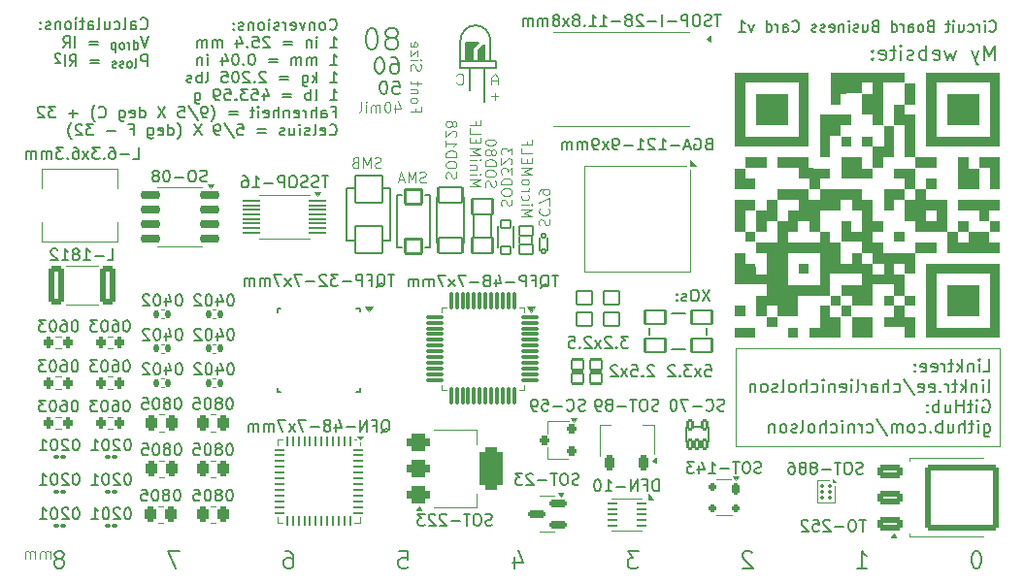
<source format=gbr>
%TF.GenerationSoftware,KiCad,Pcbnew,8.0.2-1*%
%TF.CreationDate,2024-06-21T15:15:20-04:00*%
%TF.ProjectId,businessCard,62757369-6e65-4737-9343-6172642e6b69,rev?*%
%TF.SameCoordinates,Original*%
%TF.FileFunction,Legend,Bot*%
%TF.FilePolarity,Positive*%
%FSLAX46Y46*%
G04 Gerber Fmt 4.6, Leading zero omitted, Abs format (unit mm)*
G04 Created by KiCad (PCBNEW 8.0.2-1) date 2024-06-21 15:15:20*
%MOMM*%
%LPD*%
G01*
G04 APERTURE LIST*
G04 Aperture macros list*
%AMRoundRect*
0 Rectangle with rounded corners*
0 $1 Rounding radius*
0 $2 $3 $4 $5 $6 $7 $8 $9 X,Y pos of 4 corners*
0 Add a 4 corners polygon primitive as box body*
4,1,4,$2,$3,$4,$5,$6,$7,$8,$9,$2,$3,0*
0 Add four circle primitives for the rounded corners*
1,1,$1+$1,$2,$3*
1,1,$1+$1,$4,$5*
1,1,$1+$1,$6,$7*
1,1,$1+$1,$8,$9*
0 Add four rect primitives between the rounded corners*
20,1,$1+$1,$2,$3,$4,$5,0*
20,1,$1+$1,$4,$5,$6,$7,0*
20,1,$1+$1,$6,$7,$8,$9,0*
20,1,$1+$1,$8,$9,$2,$3,0*%
%AMFreePoly0*
4,1,9,3.862500,-0.866500,0.737500,-0.866500,0.737500,-0.450000,-0.737500,-0.450000,-0.737500,0.450000,0.737500,0.450000,0.737500,0.866500,3.862500,0.866500,3.862500,-0.866500,3.862500,-0.866500,$1*%
G04 Aperture macros list end*
%ADD10C,0.100000*%
%ADD11C,0.150000*%
%ADD12C,0.101600*%
%ADD13C,0.152400*%
%ADD14C,0.203200*%
%ADD15C,0.127000*%
%ADD16C,0.180000*%
%ADD17C,0.000000*%
%ADD18C,0.120000*%
%ADD19RoundRect,0.062500X0.675000X0.062500X-0.675000X0.062500X-0.675000X-0.062500X0.675000X-0.062500X0*%
%ADD20RoundRect,0.250000X0.262500X0.450000X-0.262500X0.450000X-0.262500X-0.450000X0.262500X-0.450000X0*%
%ADD21RoundRect,0.101600X0.200000X0.375000X-0.200000X0.375000X-0.200000X-0.375000X0.200000X-0.375000X0*%
%ADD22RoundRect,0.100000X0.130000X0.100000X-0.130000X0.100000X-0.130000X-0.100000X0.130000X-0.100000X0*%
%ADD23RoundRect,0.200000X0.200000X0.275000X-0.200000X0.275000X-0.200000X-0.275000X0.200000X-0.275000X0*%
%ADD24R,1.870000X0.380000*%
%ADD25RoundRect,0.101600X0.525000X0.450000X-0.525000X0.450000X-0.525000X-0.450000X0.525000X-0.450000X0*%
%ADD26C,0.500000*%
%ADD27RoundRect,0.200000X0.250000X0.200000X-0.250000X0.200000X-0.250000X-0.200000X0.250000X-0.200000X0*%
%ADD28RoundRect,0.135000X0.135000X0.185000X-0.135000X0.185000X-0.135000X-0.185000X0.135000X-0.185000X0*%
%ADD29RoundRect,0.250000X0.400000X1.450000X-0.400000X1.450000X-0.400000X-1.450000X0.400000X-1.450000X0*%
%ADD30RoundRect,0.101600X0.175000X-0.175000X0.175000X0.175000X-0.175000X0.175000X-0.175000X-0.175000X0*%
%ADD31RoundRect,0.067500X0.097500X0.067500X-0.097500X0.067500X-0.097500X-0.067500X0.097500X-0.067500X0*%
%ADD32R,1.500000X2.400000*%
%ADD33RoundRect,0.075000X0.662500X0.075000X-0.662500X0.075000X-0.662500X-0.075000X0.662500X-0.075000X0*%
%ADD34RoundRect,0.075000X0.075000X0.662500X-0.075000X0.662500X-0.075000X-0.662500X0.075000X-0.662500X0*%
%ADD35RoundRect,0.101600X-0.700000X-0.600000X0.700000X-0.600000X0.700000X0.600000X-0.700000X0.600000X0*%
%ADD36RoundRect,0.101600X0.600000X-0.400000X0.600000X0.400000X-0.600000X0.400000X-0.600000X-0.400000X0*%
%ADD37RoundRect,0.375000X-0.625000X-0.375000X0.625000X-0.375000X0.625000X0.375000X-0.625000X0.375000X0*%
%ADD38RoundRect,0.500000X-0.500000X-1.400000X0.500000X-1.400000X0.500000X1.400000X-0.500000X1.400000X0*%
%ADD39RoundRect,0.101600X0.900000X0.600000X-0.900000X0.600000X-0.900000X-0.600000X0.900000X-0.600000X0*%
%ADD40RoundRect,0.101600X1.200000X-1.200000X1.200000X1.200000X-1.200000X1.200000X-1.200000X-1.200000X0*%
%ADD41RoundRect,0.250000X-0.850000X-0.350000X0.850000X-0.350000X0.850000X0.350000X-0.850000X0.350000X0*%
%ADD42RoundRect,0.249997X-2.950003X-2.650003X2.950003X-2.650003X2.950003X2.650003X-2.950003X2.650003X0*%
%ADD43RoundRect,0.101600X-1.050000X0.700000X-1.050000X-0.700000X1.050000X-0.700000X1.050000X0.700000X0*%
%ADD44RoundRect,0.062500X0.337500X0.062500X-0.337500X0.062500X-0.337500X-0.062500X0.337500X-0.062500X0*%
%ADD45R,1.300000X2.200000*%
%ADD46RoundRect,0.062500X0.062500X0.337500X-0.062500X0.337500X-0.062500X-0.337500X0.062500X-0.337500X0*%
%ADD47R,3.500000X3.500000*%
%ADD48RoundRect,0.175000X0.175000X0.325000X-0.175000X0.325000X-0.175000X-0.325000X0.175000X-0.325000X0*%
%ADD49RoundRect,0.150000X0.200000X0.150000X-0.200000X0.150000X-0.200000X-0.150000X0.200000X-0.150000X0*%
%ADD50RoundRect,0.101600X0.900000X-0.700000X0.900000X0.700000X-0.900000X0.700000X-0.900000X-0.700000X0*%
%ADD51RoundRect,0.150000X0.725000X0.150000X-0.725000X0.150000X-0.725000X-0.150000X0.725000X-0.150000X0*%
%ADD52RoundRect,0.101600X0.735000X-0.635000X0.735000X0.635000X-0.735000X0.635000X-0.735000X-0.635000X0*%
%ADD53RoundRect,0.101600X-0.735000X0.635000X-0.735000X-0.635000X0.735000X-0.635000X0.735000X0.635000X0*%
%ADD54R,1.600000X0.550000*%
%ADD55R,0.550000X1.600000*%
%ADD56RoundRect,0.150000X0.587500X0.150000X-0.587500X0.150000X-0.587500X-0.150000X0.587500X-0.150000X0*%
%ADD57RoundRect,0.225000X0.225000X-0.425000X0.225000X0.425000X-0.225000X0.425000X-0.225000X-0.425000X0*%
%ADD58FreePoly0,90.000000*%
%ADD59RoundRect,0.101600X-0.415000X0.315000X-0.415000X-0.315000X0.415000X-0.315000X0.415000X0.315000X0*%
G04 APERTURE END LIST*
D10*
X163500000Y-70000000D02*
X186500000Y-70000000D01*
X186500000Y-78500000D01*
X163500000Y-78500000D01*
X163500000Y-70000000D01*
D11*
X161258458Y-64869819D02*
X160591792Y-65869819D01*
X160591792Y-64869819D02*
X161258458Y-65869819D01*
X160020363Y-64869819D02*
X159829887Y-64869819D01*
X159829887Y-64869819D02*
X159734649Y-64917438D01*
X159734649Y-64917438D02*
X159639411Y-65012676D01*
X159639411Y-65012676D02*
X159591792Y-65203152D01*
X159591792Y-65203152D02*
X159591792Y-65536485D01*
X159591792Y-65536485D02*
X159639411Y-65726961D01*
X159639411Y-65726961D02*
X159734649Y-65822200D01*
X159734649Y-65822200D02*
X159829887Y-65869819D01*
X159829887Y-65869819D02*
X160020363Y-65869819D01*
X160020363Y-65869819D02*
X160115601Y-65822200D01*
X160115601Y-65822200D02*
X160210839Y-65726961D01*
X160210839Y-65726961D02*
X160258458Y-65536485D01*
X160258458Y-65536485D02*
X160258458Y-65203152D01*
X160258458Y-65203152D02*
X160210839Y-65012676D01*
X160210839Y-65012676D02*
X160115601Y-64917438D01*
X160115601Y-64917438D02*
X160020363Y-64869819D01*
X159210839Y-65822200D02*
X159115601Y-65869819D01*
X159115601Y-65869819D02*
X158925125Y-65869819D01*
X158925125Y-65869819D02*
X158829887Y-65822200D01*
X158829887Y-65822200D02*
X158782268Y-65726961D01*
X158782268Y-65726961D02*
X158782268Y-65679342D01*
X158782268Y-65679342D02*
X158829887Y-65584104D01*
X158829887Y-65584104D02*
X158925125Y-65536485D01*
X158925125Y-65536485D02*
X159067982Y-65536485D01*
X159067982Y-65536485D02*
X159163220Y-65488866D01*
X159163220Y-65488866D02*
X159210839Y-65393628D01*
X159210839Y-65393628D02*
X159210839Y-65346009D01*
X159210839Y-65346009D02*
X159163220Y-65250771D01*
X159163220Y-65250771D02*
X159067982Y-65203152D01*
X159067982Y-65203152D02*
X158925125Y-65203152D01*
X158925125Y-65203152D02*
X158829887Y-65250771D01*
X158353696Y-65774580D02*
X158306077Y-65822200D01*
X158306077Y-65822200D02*
X158353696Y-65869819D01*
X158353696Y-65869819D02*
X158401315Y-65822200D01*
X158401315Y-65822200D02*
X158353696Y-65774580D01*
X158353696Y-65774580D02*
X158353696Y-65869819D01*
X158353696Y-65250771D02*
X158306077Y-65298390D01*
X158306077Y-65298390D02*
X158353696Y-65346009D01*
X158353696Y-65346009D02*
X158401315Y-65298390D01*
X158401315Y-65298390D02*
X158353696Y-65250771D01*
X158353696Y-65250771D02*
X158353696Y-65346009D01*
D12*
X140329389Y-55856443D02*
X141243789Y-55856443D01*
X141243789Y-55856443D02*
X140590646Y-55551643D01*
X140590646Y-55551643D02*
X141243789Y-55246843D01*
X141243789Y-55246843D02*
X140329389Y-55246843D01*
X140329389Y-54811414D02*
X140938989Y-54811414D01*
X141243789Y-54811414D02*
X141200246Y-54854957D01*
X141200246Y-54854957D02*
X141156703Y-54811414D01*
X141156703Y-54811414D02*
X141200246Y-54767871D01*
X141200246Y-54767871D02*
X141243789Y-54811414D01*
X141243789Y-54811414D02*
X141156703Y-54811414D01*
X140938989Y-54375985D02*
X140329389Y-54375985D01*
X140851903Y-54375985D02*
X140895446Y-54332442D01*
X140895446Y-54332442D02*
X140938989Y-54245357D01*
X140938989Y-54245357D02*
X140938989Y-54114728D01*
X140938989Y-54114728D02*
X140895446Y-54027642D01*
X140895446Y-54027642D02*
X140808360Y-53984100D01*
X140808360Y-53984100D02*
X140329389Y-53984100D01*
X140329389Y-53548671D02*
X140938989Y-53548671D01*
X141243789Y-53548671D02*
X141200246Y-53592214D01*
X141200246Y-53592214D02*
X141156703Y-53548671D01*
X141156703Y-53548671D02*
X141200246Y-53505128D01*
X141200246Y-53505128D02*
X141243789Y-53548671D01*
X141243789Y-53548671D02*
X141156703Y-53548671D01*
X140329389Y-53113242D02*
X141243789Y-53113242D01*
X141243789Y-53113242D02*
X140590646Y-52808442D01*
X140590646Y-52808442D02*
X141243789Y-52503642D01*
X141243789Y-52503642D02*
X140329389Y-52503642D01*
X140808360Y-52068213D02*
X140808360Y-51763413D01*
X140329389Y-51632785D02*
X140329389Y-52068213D01*
X140329389Y-52068213D02*
X141243789Y-52068213D01*
X141243789Y-52068213D02*
X141243789Y-51632785D01*
X140329389Y-50805471D02*
X140329389Y-51240899D01*
X140329389Y-51240899D02*
X141243789Y-51240899D01*
X140808360Y-50195870D02*
X140808360Y-50500670D01*
X140329389Y-50500670D02*
X141243789Y-50500670D01*
X141243789Y-50500670D02*
X141243789Y-50065242D01*
D13*
X133485337Y-44625217D02*
X133746594Y-44625217D01*
X133746594Y-44625217D02*
X133877222Y-44690531D01*
X133877222Y-44690531D02*
X133942537Y-44755845D01*
X133942537Y-44755845D02*
X134073165Y-44951788D01*
X134073165Y-44951788D02*
X134138479Y-45213045D01*
X134138479Y-45213045D02*
X134138479Y-45735560D01*
X134138479Y-45735560D02*
X134073165Y-45866188D01*
X134073165Y-45866188D02*
X134007851Y-45931503D01*
X134007851Y-45931503D02*
X133877222Y-45996817D01*
X133877222Y-45996817D02*
X133615965Y-45996817D01*
X133615965Y-45996817D02*
X133485337Y-45931503D01*
X133485337Y-45931503D02*
X133420022Y-45866188D01*
X133420022Y-45866188D02*
X133354708Y-45735560D01*
X133354708Y-45735560D02*
X133354708Y-45408988D01*
X133354708Y-45408988D02*
X133420022Y-45278360D01*
X133420022Y-45278360D02*
X133485337Y-45213045D01*
X133485337Y-45213045D02*
X133615965Y-45147731D01*
X133615965Y-45147731D02*
X133877222Y-45147731D01*
X133877222Y-45147731D02*
X134007851Y-45213045D01*
X134007851Y-45213045D02*
X134073165Y-45278360D01*
X134073165Y-45278360D02*
X134138479Y-45408988D01*
X132505622Y-44625217D02*
X132374993Y-44625217D01*
X132374993Y-44625217D02*
X132244365Y-44690531D01*
X132244365Y-44690531D02*
X132179051Y-44755845D01*
X132179051Y-44755845D02*
X132113736Y-44886474D01*
X132113736Y-44886474D02*
X132048422Y-45147731D01*
X132048422Y-45147731D02*
X132048422Y-45474303D01*
X132048422Y-45474303D02*
X132113736Y-45735560D01*
X132113736Y-45735560D02*
X132179051Y-45866188D01*
X132179051Y-45866188D02*
X132244365Y-45931503D01*
X132244365Y-45931503D02*
X132374993Y-45996817D01*
X132374993Y-45996817D02*
X132505622Y-45996817D01*
X132505622Y-45996817D02*
X132636251Y-45931503D01*
X132636251Y-45931503D02*
X132701565Y-45866188D01*
X132701565Y-45866188D02*
X132766879Y-45735560D01*
X132766879Y-45735560D02*
X132832193Y-45474303D01*
X132832193Y-45474303D02*
X132832193Y-45147731D01*
X132832193Y-45147731D02*
X132766879Y-44886474D01*
X132766879Y-44886474D02*
X132701565Y-44755845D01*
X132701565Y-44755845D02*
X132636251Y-44690531D01*
X132636251Y-44690531D02*
X132505622Y-44625217D01*
D12*
X135604160Y-49037643D02*
X135604160Y-49342443D01*
X135125189Y-49342443D02*
X136039589Y-49342443D01*
X136039589Y-49342443D02*
X136039589Y-48907015D01*
X135125189Y-48428044D02*
X135168732Y-48515129D01*
X135168732Y-48515129D02*
X135212274Y-48558672D01*
X135212274Y-48558672D02*
X135299360Y-48602215D01*
X135299360Y-48602215D02*
X135560617Y-48602215D01*
X135560617Y-48602215D02*
X135647703Y-48558672D01*
X135647703Y-48558672D02*
X135691246Y-48515129D01*
X135691246Y-48515129D02*
X135734789Y-48428044D01*
X135734789Y-48428044D02*
X135734789Y-48297415D01*
X135734789Y-48297415D02*
X135691246Y-48210329D01*
X135691246Y-48210329D02*
X135647703Y-48166787D01*
X135647703Y-48166787D02*
X135560617Y-48123244D01*
X135560617Y-48123244D02*
X135299360Y-48123244D01*
X135299360Y-48123244D02*
X135212274Y-48166787D01*
X135212274Y-48166787D02*
X135168732Y-48210329D01*
X135168732Y-48210329D02*
X135125189Y-48297415D01*
X135125189Y-48297415D02*
X135125189Y-48428044D01*
X135734789Y-47731358D02*
X135125189Y-47731358D01*
X135647703Y-47731358D02*
X135691246Y-47687815D01*
X135691246Y-47687815D02*
X135734789Y-47600730D01*
X135734789Y-47600730D02*
X135734789Y-47470101D01*
X135734789Y-47470101D02*
X135691246Y-47383015D01*
X135691246Y-47383015D02*
X135604160Y-47339473D01*
X135604160Y-47339473D02*
X135125189Y-47339473D01*
X135734789Y-47034673D02*
X135734789Y-46686330D01*
X136039589Y-46904044D02*
X135255817Y-46904044D01*
X135255817Y-46904044D02*
X135168732Y-46860501D01*
X135168732Y-46860501D02*
X135125189Y-46773416D01*
X135125189Y-46773416D02*
X135125189Y-46686330D01*
X135168732Y-45728387D02*
X135125189Y-45597759D01*
X135125189Y-45597759D02*
X135125189Y-45380044D01*
X135125189Y-45380044D02*
X135168732Y-45292959D01*
X135168732Y-45292959D02*
X135212274Y-45249416D01*
X135212274Y-45249416D02*
X135299360Y-45205873D01*
X135299360Y-45205873D02*
X135386446Y-45205873D01*
X135386446Y-45205873D02*
X135473532Y-45249416D01*
X135473532Y-45249416D02*
X135517074Y-45292959D01*
X135517074Y-45292959D02*
X135560617Y-45380044D01*
X135560617Y-45380044D02*
X135604160Y-45554216D01*
X135604160Y-45554216D02*
X135647703Y-45641301D01*
X135647703Y-45641301D02*
X135691246Y-45684844D01*
X135691246Y-45684844D02*
X135778332Y-45728387D01*
X135778332Y-45728387D02*
X135865417Y-45728387D01*
X135865417Y-45728387D02*
X135952503Y-45684844D01*
X135952503Y-45684844D02*
X135996046Y-45641301D01*
X135996046Y-45641301D02*
X136039589Y-45554216D01*
X136039589Y-45554216D02*
X136039589Y-45336501D01*
X136039589Y-45336501D02*
X135996046Y-45205873D01*
X135125189Y-44813987D02*
X135734789Y-44813987D01*
X136039589Y-44813987D02*
X135996046Y-44857530D01*
X135996046Y-44857530D02*
X135952503Y-44813987D01*
X135952503Y-44813987D02*
X135996046Y-44770444D01*
X135996046Y-44770444D02*
X136039589Y-44813987D01*
X136039589Y-44813987D02*
X135952503Y-44813987D01*
X135734789Y-44465644D02*
X135734789Y-43986673D01*
X135734789Y-43986673D02*
X135125189Y-44465644D01*
X135125189Y-44465644D02*
X135125189Y-43986673D01*
X135168732Y-43289986D02*
X135125189Y-43377072D01*
X135125189Y-43377072D02*
X135125189Y-43551244D01*
X135125189Y-43551244D02*
X135168732Y-43638329D01*
X135168732Y-43638329D02*
X135255817Y-43681872D01*
X135255817Y-43681872D02*
X135604160Y-43681872D01*
X135604160Y-43681872D02*
X135691246Y-43638329D01*
X135691246Y-43638329D02*
X135734789Y-43551244D01*
X135734789Y-43551244D02*
X135734789Y-43377072D01*
X135734789Y-43377072D02*
X135691246Y-43289986D01*
X135691246Y-43289986D02*
X135604160Y-43246444D01*
X135604160Y-43246444D02*
X135517074Y-43246444D01*
X135517074Y-43246444D02*
X135429989Y-43681872D01*
X138264732Y-55137986D02*
X138221189Y-55007358D01*
X138221189Y-55007358D02*
X138221189Y-54789643D01*
X138221189Y-54789643D02*
X138264732Y-54702558D01*
X138264732Y-54702558D02*
X138308274Y-54659015D01*
X138308274Y-54659015D02*
X138395360Y-54615472D01*
X138395360Y-54615472D02*
X138482446Y-54615472D01*
X138482446Y-54615472D02*
X138569532Y-54659015D01*
X138569532Y-54659015D02*
X138613074Y-54702558D01*
X138613074Y-54702558D02*
X138656617Y-54789643D01*
X138656617Y-54789643D02*
X138700160Y-54963815D01*
X138700160Y-54963815D02*
X138743703Y-55050900D01*
X138743703Y-55050900D02*
X138787246Y-55094443D01*
X138787246Y-55094443D02*
X138874332Y-55137986D01*
X138874332Y-55137986D02*
X138961417Y-55137986D01*
X138961417Y-55137986D02*
X139048503Y-55094443D01*
X139048503Y-55094443D02*
X139092046Y-55050900D01*
X139092046Y-55050900D02*
X139135589Y-54963815D01*
X139135589Y-54963815D02*
X139135589Y-54746100D01*
X139135589Y-54746100D02*
X139092046Y-54615472D01*
X139135589Y-54049415D02*
X139135589Y-53875243D01*
X139135589Y-53875243D02*
X139092046Y-53788158D01*
X139092046Y-53788158D02*
X139004960Y-53701072D01*
X139004960Y-53701072D02*
X138830789Y-53657529D01*
X138830789Y-53657529D02*
X138525989Y-53657529D01*
X138525989Y-53657529D02*
X138351817Y-53701072D01*
X138351817Y-53701072D02*
X138264732Y-53788158D01*
X138264732Y-53788158D02*
X138221189Y-53875243D01*
X138221189Y-53875243D02*
X138221189Y-54049415D01*
X138221189Y-54049415D02*
X138264732Y-54136501D01*
X138264732Y-54136501D02*
X138351817Y-54223586D01*
X138351817Y-54223586D02*
X138525989Y-54267129D01*
X138525989Y-54267129D02*
X138830789Y-54267129D01*
X138830789Y-54267129D02*
X139004960Y-54223586D01*
X139004960Y-54223586D02*
X139092046Y-54136501D01*
X139092046Y-54136501D02*
X139135589Y-54049415D01*
X138221189Y-53265643D02*
X139135589Y-53265643D01*
X139135589Y-53265643D02*
X139135589Y-53047929D01*
X139135589Y-53047929D02*
X139092046Y-52917300D01*
X139092046Y-52917300D02*
X139004960Y-52830215D01*
X139004960Y-52830215D02*
X138917874Y-52786672D01*
X138917874Y-52786672D02*
X138743703Y-52743129D01*
X138743703Y-52743129D02*
X138613074Y-52743129D01*
X138613074Y-52743129D02*
X138438903Y-52786672D01*
X138438903Y-52786672D02*
X138351817Y-52830215D01*
X138351817Y-52830215D02*
X138264732Y-52917300D01*
X138264732Y-52917300D02*
X138221189Y-53047929D01*
X138221189Y-53047929D02*
X138221189Y-53265643D01*
X138221189Y-51872272D02*
X138221189Y-52394786D01*
X138221189Y-52133529D02*
X139135589Y-52133529D01*
X139135589Y-52133529D02*
X139004960Y-52220615D01*
X139004960Y-52220615D02*
X138917874Y-52307700D01*
X138917874Y-52307700D02*
X138874332Y-52394786D01*
X139048503Y-51523929D02*
X139092046Y-51480386D01*
X139092046Y-51480386D02*
X139135589Y-51393301D01*
X139135589Y-51393301D02*
X139135589Y-51175586D01*
X139135589Y-51175586D02*
X139092046Y-51088501D01*
X139092046Y-51088501D02*
X139048503Y-51044958D01*
X139048503Y-51044958D02*
X138961417Y-51001415D01*
X138961417Y-51001415D02*
X138874332Y-51001415D01*
X138874332Y-51001415D02*
X138743703Y-51044958D01*
X138743703Y-51044958D02*
X138221189Y-51567472D01*
X138221189Y-51567472D02*
X138221189Y-51001415D01*
X138743703Y-50478901D02*
X138787246Y-50565986D01*
X138787246Y-50565986D02*
X138830789Y-50609529D01*
X138830789Y-50609529D02*
X138917874Y-50653072D01*
X138917874Y-50653072D02*
X138961417Y-50653072D01*
X138961417Y-50653072D02*
X139048503Y-50609529D01*
X139048503Y-50609529D02*
X139092046Y-50565986D01*
X139092046Y-50565986D02*
X139135589Y-50478901D01*
X139135589Y-50478901D02*
X139135589Y-50304729D01*
X139135589Y-50304729D02*
X139092046Y-50217644D01*
X139092046Y-50217644D02*
X139048503Y-50174101D01*
X139048503Y-50174101D02*
X138961417Y-50130558D01*
X138961417Y-50130558D02*
X138917874Y-50130558D01*
X138917874Y-50130558D02*
X138830789Y-50174101D01*
X138830789Y-50174101D02*
X138787246Y-50217644D01*
X138787246Y-50217644D02*
X138743703Y-50304729D01*
X138743703Y-50304729D02*
X138743703Y-50478901D01*
X138743703Y-50478901D02*
X138700160Y-50565986D01*
X138700160Y-50565986D02*
X138656617Y-50609529D01*
X138656617Y-50609529D02*
X138569532Y-50653072D01*
X138569532Y-50653072D02*
X138395360Y-50653072D01*
X138395360Y-50653072D02*
X138308274Y-50609529D01*
X138308274Y-50609529D02*
X138264732Y-50565986D01*
X138264732Y-50565986D02*
X138221189Y-50478901D01*
X138221189Y-50478901D02*
X138221189Y-50304729D01*
X138221189Y-50304729D02*
X138264732Y-50217644D01*
X138264732Y-50217644D02*
X138308274Y-50174101D01*
X138308274Y-50174101D02*
X138395360Y-50130558D01*
X138395360Y-50130558D02*
X138569532Y-50130558D01*
X138569532Y-50130558D02*
X138656617Y-50174101D01*
X138656617Y-50174101D02*
X138700160Y-50217644D01*
X138700160Y-50217644D02*
X138743703Y-50304729D01*
X133823558Y-48773210D02*
X133823558Y-49382810D01*
X134041272Y-48424868D02*
X134258986Y-49078010D01*
X134258986Y-49078010D02*
X133692929Y-49078010D01*
X133170415Y-48468410D02*
X133083329Y-48468410D01*
X133083329Y-48468410D02*
X132996243Y-48511953D01*
X132996243Y-48511953D02*
X132952701Y-48555496D01*
X132952701Y-48555496D02*
X132909158Y-48642582D01*
X132909158Y-48642582D02*
X132865615Y-48816753D01*
X132865615Y-48816753D02*
X132865615Y-49034468D01*
X132865615Y-49034468D02*
X132909158Y-49208639D01*
X132909158Y-49208639D02*
X132952701Y-49295725D01*
X132952701Y-49295725D02*
X132996243Y-49339268D01*
X132996243Y-49339268D02*
X133083329Y-49382810D01*
X133083329Y-49382810D02*
X133170415Y-49382810D01*
X133170415Y-49382810D02*
X133257501Y-49339268D01*
X133257501Y-49339268D02*
X133301043Y-49295725D01*
X133301043Y-49295725D02*
X133344586Y-49208639D01*
X133344586Y-49208639D02*
X133388129Y-49034468D01*
X133388129Y-49034468D02*
X133388129Y-48816753D01*
X133388129Y-48816753D02*
X133344586Y-48642582D01*
X133344586Y-48642582D02*
X133301043Y-48555496D01*
X133301043Y-48555496D02*
X133257501Y-48511953D01*
X133257501Y-48511953D02*
X133170415Y-48468410D01*
X132473729Y-49382810D02*
X132473729Y-48773210D01*
X132473729Y-48860296D02*
X132430186Y-48816753D01*
X132430186Y-48816753D02*
X132343101Y-48773210D01*
X132343101Y-48773210D02*
X132212472Y-48773210D01*
X132212472Y-48773210D02*
X132125386Y-48816753D01*
X132125386Y-48816753D02*
X132081844Y-48903839D01*
X132081844Y-48903839D02*
X132081844Y-49382810D01*
X132081844Y-48903839D02*
X132038301Y-48816753D01*
X132038301Y-48816753D02*
X131951215Y-48773210D01*
X131951215Y-48773210D02*
X131820586Y-48773210D01*
X131820586Y-48773210D02*
X131733501Y-48816753D01*
X131733501Y-48816753D02*
X131689958Y-48903839D01*
X131689958Y-48903839D02*
X131689958Y-49382810D01*
X131254529Y-49382810D02*
X131254529Y-48773210D01*
X131254529Y-48468410D02*
X131298072Y-48511953D01*
X131298072Y-48511953D02*
X131254529Y-48555496D01*
X131254529Y-48555496D02*
X131210986Y-48511953D01*
X131210986Y-48511953D02*
X131254529Y-48468410D01*
X131254529Y-48468410D02*
X131254529Y-48555496D01*
X130688472Y-49382810D02*
X130775557Y-49339268D01*
X130775557Y-49339268D02*
X130819100Y-49252182D01*
X130819100Y-49252182D02*
X130819100Y-48468410D01*
D11*
X185115601Y-72044766D02*
X185639411Y-72044766D01*
X185639411Y-72044766D02*
X185639411Y-70944766D01*
X184748935Y-72044766D02*
X184748935Y-71311433D01*
X184748935Y-70944766D02*
X184801316Y-70997147D01*
X184801316Y-70997147D02*
X184748935Y-71049528D01*
X184748935Y-71049528D02*
X184696554Y-70997147D01*
X184696554Y-70997147D02*
X184748935Y-70944766D01*
X184748935Y-70944766D02*
X184748935Y-71049528D01*
X184225125Y-71311433D02*
X184225125Y-72044766D01*
X184225125Y-71416195D02*
X184172744Y-71363814D01*
X184172744Y-71363814D02*
X184067982Y-71311433D01*
X184067982Y-71311433D02*
X183910839Y-71311433D01*
X183910839Y-71311433D02*
X183806077Y-71363814D01*
X183806077Y-71363814D02*
X183753696Y-71468576D01*
X183753696Y-71468576D02*
X183753696Y-72044766D01*
X183229887Y-72044766D02*
X183229887Y-70944766D01*
X183125125Y-71625719D02*
X182810839Y-72044766D01*
X182810839Y-71311433D02*
X183229887Y-71730481D01*
X182496554Y-71311433D02*
X182077506Y-71311433D01*
X182339411Y-70944766D02*
X182339411Y-71887624D01*
X182339411Y-71887624D02*
X182287030Y-71992386D01*
X182287030Y-71992386D02*
X182182268Y-72044766D01*
X182182268Y-72044766D02*
X182077506Y-72044766D01*
X181710840Y-72044766D02*
X181710840Y-71311433D01*
X181710840Y-71520957D02*
X181658459Y-71416195D01*
X181658459Y-71416195D02*
X181606078Y-71363814D01*
X181606078Y-71363814D02*
X181501316Y-71311433D01*
X181501316Y-71311433D02*
X181396554Y-71311433D01*
X180610840Y-71992386D02*
X180715602Y-72044766D01*
X180715602Y-72044766D02*
X180925126Y-72044766D01*
X180925126Y-72044766D02*
X181029888Y-71992386D01*
X181029888Y-71992386D02*
X181082269Y-71887624D01*
X181082269Y-71887624D02*
X181082269Y-71468576D01*
X181082269Y-71468576D02*
X181029888Y-71363814D01*
X181029888Y-71363814D02*
X180925126Y-71311433D01*
X180925126Y-71311433D02*
X180715602Y-71311433D01*
X180715602Y-71311433D02*
X180610840Y-71363814D01*
X180610840Y-71363814D02*
X180558459Y-71468576D01*
X180558459Y-71468576D02*
X180558459Y-71573338D01*
X180558459Y-71573338D02*
X181082269Y-71678100D01*
X179667983Y-71992386D02*
X179772745Y-72044766D01*
X179772745Y-72044766D02*
X179982269Y-72044766D01*
X179982269Y-72044766D02*
X180087031Y-71992386D01*
X180087031Y-71992386D02*
X180139412Y-71887624D01*
X180139412Y-71887624D02*
X180139412Y-71468576D01*
X180139412Y-71468576D02*
X180087031Y-71363814D01*
X180087031Y-71363814D02*
X179982269Y-71311433D01*
X179982269Y-71311433D02*
X179772745Y-71311433D01*
X179772745Y-71311433D02*
X179667983Y-71363814D01*
X179667983Y-71363814D02*
X179615602Y-71468576D01*
X179615602Y-71468576D02*
X179615602Y-71573338D01*
X179615602Y-71573338D02*
X180139412Y-71678100D01*
X179144174Y-71940005D02*
X179091793Y-71992386D01*
X179091793Y-71992386D02*
X179144174Y-72044766D01*
X179144174Y-72044766D02*
X179196555Y-71992386D01*
X179196555Y-71992386D02*
X179144174Y-71940005D01*
X179144174Y-71940005D02*
X179144174Y-72044766D01*
X179144174Y-71363814D02*
X179091793Y-71416195D01*
X179091793Y-71416195D02*
X179144174Y-71468576D01*
X179144174Y-71468576D02*
X179196555Y-71416195D01*
X179196555Y-71416195D02*
X179144174Y-71363814D01*
X179144174Y-71363814D02*
X179144174Y-71468576D01*
X185482268Y-73815704D02*
X185587030Y-73763324D01*
X185587030Y-73763324D02*
X185639411Y-73658562D01*
X185639411Y-73658562D02*
X185639411Y-72715704D01*
X185063221Y-73815704D02*
X185063221Y-73082371D01*
X185063221Y-72715704D02*
X185115602Y-72768085D01*
X185115602Y-72768085D02*
X185063221Y-72820466D01*
X185063221Y-72820466D02*
X185010840Y-72768085D01*
X185010840Y-72768085D02*
X185063221Y-72715704D01*
X185063221Y-72715704D02*
X185063221Y-72820466D01*
X184539411Y-73082371D02*
X184539411Y-73815704D01*
X184539411Y-73187133D02*
X184487030Y-73134752D01*
X184487030Y-73134752D02*
X184382268Y-73082371D01*
X184382268Y-73082371D02*
X184225125Y-73082371D01*
X184225125Y-73082371D02*
X184120363Y-73134752D01*
X184120363Y-73134752D02*
X184067982Y-73239514D01*
X184067982Y-73239514D02*
X184067982Y-73815704D01*
X183544173Y-73815704D02*
X183544173Y-72715704D01*
X183439411Y-73396657D02*
X183125125Y-73815704D01*
X183125125Y-73082371D02*
X183544173Y-73501419D01*
X182810840Y-73082371D02*
X182391792Y-73082371D01*
X182653697Y-72715704D02*
X182653697Y-73658562D01*
X182653697Y-73658562D02*
X182601316Y-73763324D01*
X182601316Y-73763324D02*
X182496554Y-73815704D01*
X182496554Y-73815704D02*
X182391792Y-73815704D01*
X182025126Y-73815704D02*
X182025126Y-73082371D01*
X182025126Y-73291895D02*
X181972745Y-73187133D01*
X181972745Y-73187133D02*
X181920364Y-73134752D01*
X181920364Y-73134752D02*
X181815602Y-73082371D01*
X181815602Y-73082371D02*
X181710840Y-73082371D01*
X181344174Y-73710943D02*
X181291793Y-73763324D01*
X181291793Y-73763324D02*
X181344174Y-73815704D01*
X181344174Y-73815704D02*
X181396555Y-73763324D01*
X181396555Y-73763324D02*
X181344174Y-73710943D01*
X181344174Y-73710943D02*
X181344174Y-73815704D01*
X180401316Y-73763324D02*
X180506078Y-73815704D01*
X180506078Y-73815704D02*
X180715602Y-73815704D01*
X180715602Y-73815704D02*
X180820364Y-73763324D01*
X180820364Y-73763324D02*
X180872745Y-73658562D01*
X180872745Y-73658562D02*
X180872745Y-73239514D01*
X180872745Y-73239514D02*
X180820364Y-73134752D01*
X180820364Y-73134752D02*
X180715602Y-73082371D01*
X180715602Y-73082371D02*
X180506078Y-73082371D01*
X180506078Y-73082371D02*
X180401316Y-73134752D01*
X180401316Y-73134752D02*
X180348935Y-73239514D01*
X180348935Y-73239514D02*
X180348935Y-73344276D01*
X180348935Y-73344276D02*
X180872745Y-73449038D01*
X179458459Y-73763324D02*
X179563221Y-73815704D01*
X179563221Y-73815704D02*
X179772745Y-73815704D01*
X179772745Y-73815704D02*
X179877507Y-73763324D01*
X179877507Y-73763324D02*
X179929888Y-73658562D01*
X179929888Y-73658562D02*
X179929888Y-73239514D01*
X179929888Y-73239514D02*
X179877507Y-73134752D01*
X179877507Y-73134752D02*
X179772745Y-73082371D01*
X179772745Y-73082371D02*
X179563221Y-73082371D01*
X179563221Y-73082371D02*
X179458459Y-73134752D01*
X179458459Y-73134752D02*
X179406078Y-73239514D01*
X179406078Y-73239514D02*
X179406078Y-73344276D01*
X179406078Y-73344276D02*
X179929888Y-73449038D01*
X178148935Y-72663324D02*
X179091793Y-74077609D01*
X177310840Y-73763324D02*
X177415602Y-73815704D01*
X177415602Y-73815704D02*
X177625126Y-73815704D01*
X177625126Y-73815704D02*
X177729888Y-73763324D01*
X177729888Y-73763324D02*
X177782269Y-73710943D01*
X177782269Y-73710943D02*
X177834650Y-73606181D01*
X177834650Y-73606181D02*
X177834650Y-73291895D01*
X177834650Y-73291895D02*
X177782269Y-73187133D01*
X177782269Y-73187133D02*
X177729888Y-73134752D01*
X177729888Y-73134752D02*
X177625126Y-73082371D01*
X177625126Y-73082371D02*
X177415602Y-73082371D01*
X177415602Y-73082371D02*
X177310840Y-73134752D01*
X176839412Y-73815704D02*
X176839412Y-72715704D01*
X176367983Y-73815704D02*
X176367983Y-73239514D01*
X176367983Y-73239514D02*
X176420364Y-73134752D01*
X176420364Y-73134752D02*
X176525126Y-73082371D01*
X176525126Y-73082371D02*
X176682269Y-73082371D01*
X176682269Y-73082371D02*
X176787031Y-73134752D01*
X176787031Y-73134752D02*
X176839412Y-73187133D01*
X175372745Y-73815704D02*
X175372745Y-73239514D01*
X175372745Y-73239514D02*
X175425126Y-73134752D01*
X175425126Y-73134752D02*
X175529888Y-73082371D01*
X175529888Y-73082371D02*
X175739412Y-73082371D01*
X175739412Y-73082371D02*
X175844174Y-73134752D01*
X175372745Y-73763324D02*
X175477507Y-73815704D01*
X175477507Y-73815704D02*
X175739412Y-73815704D01*
X175739412Y-73815704D02*
X175844174Y-73763324D01*
X175844174Y-73763324D02*
X175896555Y-73658562D01*
X175896555Y-73658562D02*
X175896555Y-73553800D01*
X175896555Y-73553800D02*
X175844174Y-73449038D01*
X175844174Y-73449038D02*
X175739412Y-73396657D01*
X175739412Y-73396657D02*
X175477507Y-73396657D01*
X175477507Y-73396657D02*
X175372745Y-73344276D01*
X174848936Y-73815704D02*
X174848936Y-73082371D01*
X174848936Y-73291895D02*
X174796555Y-73187133D01*
X174796555Y-73187133D02*
X174744174Y-73134752D01*
X174744174Y-73134752D02*
X174639412Y-73082371D01*
X174639412Y-73082371D02*
X174534650Y-73082371D01*
X174010841Y-73815704D02*
X174115603Y-73763324D01*
X174115603Y-73763324D02*
X174167984Y-73658562D01*
X174167984Y-73658562D02*
X174167984Y-72715704D01*
X173591794Y-73815704D02*
X173591794Y-73082371D01*
X173591794Y-72715704D02*
X173644175Y-72768085D01*
X173644175Y-72768085D02*
X173591794Y-72820466D01*
X173591794Y-72820466D02*
X173539413Y-72768085D01*
X173539413Y-72768085D02*
X173591794Y-72715704D01*
X173591794Y-72715704D02*
X173591794Y-72820466D01*
X172648936Y-73763324D02*
X172753698Y-73815704D01*
X172753698Y-73815704D02*
X172963222Y-73815704D01*
X172963222Y-73815704D02*
X173067984Y-73763324D01*
X173067984Y-73763324D02*
X173120365Y-73658562D01*
X173120365Y-73658562D02*
X173120365Y-73239514D01*
X173120365Y-73239514D02*
X173067984Y-73134752D01*
X173067984Y-73134752D02*
X172963222Y-73082371D01*
X172963222Y-73082371D02*
X172753698Y-73082371D01*
X172753698Y-73082371D02*
X172648936Y-73134752D01*
X172648936Y-73134752D02*
X172596555Y-73239514D01*
X172596555Y-73239514D02*
X172596555Y-73344276D01*
X172596555Y-73344276D02*
X173120365Y-73449038D01*
X172125127Y-73082371D02*
X172125127Y-73815704D01*
X172125127Y-73187133D02*
X172072746Y-73134752D01*
X172072746Y-73134752D02*
X171967984Y-73082371D01*
X171967984Y-73082371D02*
X171810841Y-73082371D01*
X171810841Y-73082371D02*
X171706079Y-73134752D01*
X171706079Y-73134752D02*
X171653698Y-73239514D01*
X171653698Y-73239514D02*
X171653698Y-73815704D01*
X171129889Y-73815704D02*
X171129889Y-73082371D01*
X171129889Y-72715704D02*
X171182270Y-72768085D01*
X171182270Y-72768085D02*
X171129889Y-72820466D01*
X171129889Y-72820466D02*
X171077508Y-72768085D01*
X171077508Y-72768085D02*
X171129889Y-72715704D01*
X171129889Y-72715704D02*
X171129889Y-72820466D01*
X170134650Y-73763324D02*
X170239412Y-73815704D01*
X170239412Y-73815704D02*
X170448936Y-73815704D01*
X170448936Y-73815704D02*
X170553698Y-73763324D01*
X170553698Y-73763324D02*
X170606079Y-73710943D01*
X170606079Y-73710943D02*
X170658460Y-73606181D01*
X170658460Y-73606181D02*
X170658460Y-73291895D01*
X170658460Y-73291895D02*
X170606079Y-73187133D01*
X170606079Y-73187133D02*
X170553698Y-73134752D01*
X170553698Y-73134752D02*
X170448936Y-73082371D01*
X170448936Y-73082371D02*
X170239412Y-73082371D01*
X170239412Y-73082371D02*
X170134650Y-73134752D01*
X169663222Y-73815704D02*
X169663222Y-72715704D01*
X169191793Y-73815704D02*
X169191793Y-73239514D01*
X169191793Y-73239514D02*
X169244174Y-73134752D01*
X169244174Y-73134752D02*
X169348936Y-73082371D01*
X169348936Y-73082371D02*
X169506079Y-73082371D01*
X169506079Y-73082371D02*
X169610841Y-73134752D01*
X169610841Y-73134752D02*
X169663222Y-73187133D01*
X168510841Y-73815704D02*
X168615603Y-73763324D01*
X168615603Y-73763324D02*
X168667984Y-73710943D01*
X168667984Y-73710943D02*
X168720365Y-73606181D01*
X168720365Y-73606181D02*
X168720365Y-73291895D01*
X168720365Y-73291895D02*
X168667984Y-73187133D01*
X168667984Y-73187133D02*
X168615603Y-73134752D01*
X168615603Y-73134752D02*
X168510841Y-73082371D01*
X168510841Y-73082371D02*
X168353698Y-73082371D01*
X168353698Y-73082371D02*
X168248936Y-73134752D01*
X168248936Y-73134752D02*
X168196555Y-73187133D01*
X168196555Y-73187133D02*
X168144174Y-73291895D01*
X168144174Y-73291895D02*
X168144174Y-73606181D01*
X168144174Y-73606181D02*
X168196555Y-73710943D01*
X168196555Y-73710943D02*
X168248936Y-73763324D01*
X168248936Y-73763324D02*
X168353698Y-73815704D01*
X168353698Y-73815704D02*
X168510841Y-73815704D01*
X167515603Y-73815704D02*
X167620365Y-73763324D01*
X167620365Y-73763324D02*
X167672746Y-73658562D01*
X167672746Y-73658562D02*
X167672746Y-72715704D01*
X167148937Y-73763324D02*
X167044175Y-73815704D01*
X167044175Y-73815704D02*
X166834651Y-73815704D01*
X166834651Y-73815704D02*
X166729889Y-73763324D01*
X166729889Y-73763324D02*
X166677508Y-73658562D01*
X166677508Y-73658562D02*
X166677508Y-73606181D01*
X166677508Y-73606181D02*
X166729889Y-73501419D01*
X166729889Y-73501419D02*
X166834651Y-73449038D01*
X166834651Y-73449038D02*
X166991794Y-73449038D01*
X166991794Y-73449038D02*
X167096556Y-73396657D01*
X167096556Y-73396657D02*
X167148937Y-73291895D01*
X167148937Y-73291895D02*
X167148937Y-73239514D01*
X167148937Y-73239514D02*
X167096556Y-73134752D01*
X167096556Y-73134752D02*
X166991794Y-73082371D01*
X166991794Y-73082371D02*
X166834651Y-73082371D01*
X166834651Y-73082371D02*
X166729889Y-73134752D01*
X166048937Y-73815704D02*
X166153699Y-73763324D01*
X166153699Y-73763324D02*
X166206080Y-73710943D01*
X166206080Y-73710943D02*
X166258461Y-73606181D01*
X166258461Y-73606181D02*
X166258461Y-73291895D01*
X166258461Y-73291895D02*
X166206080Y-73187133D01*
X166206080Y-73187133D02*
X166153699Y-73134752D01*
X166153699Y-73134752D02*
X166048937Y-73082371D01*
X166048937Y-73082371D02*
X165891794Y-73082371D01*
X165891794Y-73082371D02*
X165787032Y-73134752D01*
X165787032Y-73134752D02*
X165734651Y-73187133D01*
X165734651Y-73187133D02*
X165682270Y-73291895D01*
X165682270Y-73291895D02*
X165682270Y-73606181D01*
X165682270Y-73606181D02*
X165734651Y-73710943D01*
X165734651Y-73710943D02*
X165787032Y-73763324D01*
X165787032Y-73763324D02*
X165891794Y-73815704D01*
X165891794Y-73815704D02*
X166048937Y-73815704D01*
X165210842Y-73082371D02*
X165210842Y-73815704D01*
X165210842Y-73187133D02*
X165158461Y-73134752D01*
X165158461Y-73134752D02*
X165053699Y-73082371D01*
X165053699Y-73082371D02*
X164896556Y-73082371D01*
X164896556Y-73082371D02*
X164791794Y-73134752D01*
X164791794Y-73134752D02*
X164739413Y-73239514D01*
X164739413Y-73239514D02*
X164739413Y-73815704D01*
X185063220Y-74539023D02*
X185167982Y-74486642D01*
X185167982Y-74486642D02*
X185325125Y-74486642D01*
X185325125Y-74486642D02*
X185482268Y-74539023D01*
X185482268Y-74539023D02*
X185587030Y-74643785D01*
X185587030Y-74643785D02*
X185639411Y-74748547D01*
X185639411Y-74748547D02*
X185691792Y-74958071D01*
X185691792Y-74958071D02*
X185691792Y-75115214D01*
X185691792Y-75115214D02*
X185639411Y-75324738D01*
X185639411Y-75324738D02*
X185587030Y-75429500D01*
X185587030Y-75429500D02*
X185482268Y-75534262D01*
X185482268Y-75534262D02*
X185325125Y-75586642D01*
X185325125Y-75586642D02*
X185220363Y-75586642D01*
X185220363Y-75586642D02*
X185063220Y-75534262D01*
X185063220Y-75534262D02*
X185010839Y-75481881D01*
X185010839Y-75481881D02*
X185010839Y-75115214D01*
X185010839Y-75115214D02*
X185220363Y-75115214D01*
X184539411Y-75586642D02*
X184539411Y-74853309D01*
X184539411Y-74486642D02*
X184591792Y-74539023D01*
X184591792Y-74539023D02*
X184539411Y-74591404D01*
X184539411Y-74591404D02*
X184487030Y-74539023D01*
X184487030Y-74539023D02*
X184539411Y-74486642D01*
X184539411Y-74486642D02*
X184539411Y-74591404D01*
X184172744Y-74853309D02*
X183753696Y-74853309D01*
X184015601Y-74486642D02*
X184015601Y-75429500D01*
X184015601Y-75429500D02*
X183963220Y-75534262D01*
X183963220Y-75534262D02*
X183858458Y-75586642D01*
X183858458Y-75586642D02*
X183753696Y-75586642D01*
X183387030Y-75586642D02*
X183387030Y-74486642D01*
X183387030Y-75010452D02*
X182758458Y-75010452D01*
X182758458Y-75586642D02*
X182758458Y-74486642D01*
X181763220Y-74853309D02*
X181763220Y-75586642D01*
X182234649Y-74853309D02*
X182234649Y-75429500D01*
X182234649Y-75429500D02*
X182182268Y-75534262D01*
X182182268Y-75534262D02*
X182077506Y-75586642D01*
X182077506Y-75586642D02*
X181920363Y-75586642D01*
X181920363Y-75586642D02*
X181815601Y-75534262D01*
X181815601Y-75534262D02*
X181763220Y-75481881D01*
X181239411Y-75586642D02*
X181239411Y-74486642D01*
X181239411Y-74905690D02*
X181134649Y-74853309D01*
X181134649Y-74853309D02*
X180925125Y-74853309D01*
X180925125Y-74853309D02*
X180820363Y-74905690D01*
X180820363Y-74905690D02*
X180767982Y-74958071D01*
X180767982Y-74958071D02*
X180715601Y-75062833D01*
X180715601Y-75062833D02*
X180715601Y-75377119D01*
X180715601Y-75377119D02*
X180767982Y-75481881D01*
X180767982Y-75481881D02*
X180820363Y-75534262D01*
X180820363Y-75534262D02*
X180925125Y-75586642D01*
X180925125Y-75586642D02*
X181134649Y-75586642D01*
X181134649Y-75586642D02*
X181239411Y-75534262D01*
X180244173Y-75481881D02*
X180191792Y-75534262D01*
X180191792Y-75534262D02*
X180244173Y-75586642D01*
X180244173Y-75586642D02*
X180296554Y-75534262D01*
X180296554Y-75534262D02*
X180244173Y-75481881D01*
X180244173Y-75481881D02*
X180244173Y-75586642D01*
X180244173Y-74905690D02*
X180191792Y-74958071D01*
X180191792Y-74958071D02*
X180244173Y-75010452D01*
X180244173Y-75010452D02*
X180296554Y-74958071D01*
X180296554Y-74958071D02*
X180244173Y-74905690D01*
X180244173Y-74905690D02*
X180244173Y-75010452D01*
X185167982Y-76624247D02*
X185167982Y-77514723D01*
X185167982Y-77514723D02*
X185220363Y-77619485D01*
X185220363Y-77619485D02*
X185272744Y-77671866D01*
X185272744Y-77671866D02*
X185377506Y-77724247D01*
X185377506Y-77724247D02*
X185534649Y-77724247D01*
X185534649Y-77724247D02*
X185639411Y-77671866D01*
X185167982Y-77305200D02*
X185272744Y-77357580D01*
X185272744Y-77357580D02*
X185482268Y-77357580D01*
X185482268Y-77357580D02*
X185587030Y-77305200D01*
X185587030Y-77305200D02*
X185639411Y-77252819D01*
X185639411Y-77252819D02*
X185691792Y-77148057D01*
X185691792Y-77148057D02*
X185691792Y-76833771D01*
X185691792Y-76833771D02*
X185639411Y-76729009D01*
X185639411Y-76729009D02*
X185587030Y-76676628D01*
X185587030Y-76676628D02*
X185482268Y-76624247D01*
X185482268Y-76624247D02*
X185272744Y-76624247D01*
X185272744Y-76624247D02*
X185167982Y-76676628D01*
X184644173Y-77357580D02*
X184644173Y-76624247D01*
X184644173Y-76257580D02*
X184696554Y-76309961D01*
X184696554Y-76309961D02*
X184644173Y-76362342D01*
X184644173Y-76362342D02*
X184591792Y-76309961D01*
X184591792Y-76309961D02*
X184644173Y-76257580D01*
X184644173Y-76257580D02*
X184644173Y-76362342D01*
X184277506Y-76624247D02*
X183858458Y-76624247D01*
X184120363Y-76257580D02*
X184120363Y-77200438D01*
X184120363Y-77200438D02*
X184067982Y-77305200D01*
X184067982Y-77305200D02*
X183963220Y-77357580D01*
X183963220Y-77357580D02*
X183858458Y-77357580D01*
X183491792Y-77357580D02*
X183491792Y-76257580D01*
X183020363Y-77357580D02*
X183020363Y-76781390D01*
X183020363Y-76781390D02*
X183072744Y-76676628D01*
X183072744Y-76676628D02*
X183177506Y-76624247D01*
X183177506Y-76624247D02*
X183334649Y-76624247D01*
X183334649Y-76624247D02*
X183439411Y-76676628D01*
X183439411Y-76676628D02*
X183491792Y-76729009D01*
X182025125Y-76624247D02*
X182025125Y-77357580D01*
X182496554Y-76624247D02*
X182496554Y-77200438D01*
X182496554Y-77200438D02*
X182444173Y-77305200D01*
X182444173Y-77305200D02*
X182339411Y-77357580D01*
X182339411Y-77357580D02*
X182182268Y-77357580D01*
X182182268Y-77357580D02*
X182077506Y-77305200D01*
X182077506Y-77305200D02*
X182025125Y-77252819D01*
X181501316Y-77357580D02*
X181501316Y-76257580D01*
X181501316Y-76676628D02*
X181396554Y-76624247D01*
X181396554Y-76624247D02*
X181187030Y-76624247D01*
X181187030Y-76624247D02*
X181082268Y-76676628D01*
X181082268Y-76676628D02*
X181029887Y-76729009D01*
X181029887Y-76729009D02*
X180977506Y-76833771D01*
X180977506Y-76833771D02*
X180977506Y-77148057D01*
X180977506Y-77148057D02*
X181029887Y-77252819D01*
X181029887Y-77252819D02*
X181082268Y-77305200D01*
X181082268Y-77305200D02*
X181187030Y-77357580D01*
X181187030Y-77357580D02*
X181396554Y-77357580D01*
X181396554Y-77357580D02*
X181501316Y-77305200D01*
X180506078Y-77252819D02*
X180453697Y-77305200D01*
X180453697Y-77305200D02*
X180506078Y-77357580D01*
X180506078Y-77357580D02*
X180558459Y-77305200D01*
X180558459Y-77305200D02*
X180506078Y-77252819D01*
X180506078Y-77252819D02*
X180506078Y-77357580D01*
X179510839Y-77305200D02*
X179615601Y-77357580D01*
X179615601Y-77357580D02*
X179825125Y-77357580D01*
X179825125Y-77357580D02*
X179929887Y-77305200D01*
X179929887Y-77305200D02*
X179982268Y-77252819D01*
X179982268Y-77252819D02*
X180034649Y-77148057D01*
X180034649Y-77148057D02*
X180034649Y-76833771D01*
X180034649Y-76833771D02*
X179982268Y-76729009D01*
X179982268Y-76729009D02*
X179929887Y-76676628D01*
X179929887Y-76676628D02*
X179825125Y-76624247D01*
X179825125Y-76624247D02*
X179615601Y-76624247D01*
X179615601Y-76624247D02*
X179510839Y-76676628D01*
X178882268Y-77357580D02*
X178987030Y-77305200D01*
X178987030Y-77305200D02*
X179039411Y-77252819D01*
X179039411Y-77252819D02*
X179091792Y-77148057D01*
X179091792Y-77148057D02*
X179091792Y-76833771D01*
X179091792Y-76833771D02*
X179039411Y-76729009D01*
X179039411Y-76729009D02*
X178987030Y-76676628D01*
X178987030Y-76676628D02*
X178882268Y-76624247D01*
X178882268Y-76624247D02*
X178725125Y-76624247D01*
X178725125Y-76624247D02*
X178620363Y-76676628D01*
X178620363Y-76676628D02*
X178567982Y-76729009D01*
X178567982Y-76729009D02*
X178515601Y-76833771D01*
X178515601Y-76833771D02*
X178515601Y-77148057D01*
X178515601Y-77148057D02*
X178567982Y-77252819D01*
X178567982Y-77252819D02*
X178620363Y-77305200D01*
X178620363Y-77305200D02*
X178725125Y-77357580D01*
X178725125Y-77357580D02*
X178882268Y-77357580D01*
X178044173Y-77357580D02*
X178044173Y-76624247D01*
X178044173Y-76729009D02*
X177991792Y-76676628D01*
X177991792Y-76676628D02*
X177887030Y-76624247D01*
X177887030Y-76624247D02*
X177729887Y-76624247D01*
X177729887Y-76624247D02*
X177625125Y-76676628D01*
X177625125Y-76676628D02*
X177572744Y-76781390D01*
X177572744Y-76781390D02*
X177572744Y-77357580D01*
X177572744Y-76781390D02*
X177520363Y-76676628D01*
X177520363Y-76676628D02*
X177415601Y-76624247D01*
X177415601Y-76624247D02*
X177258458Y-76624247D01*
X177258458Y-76624247D02*
X177153697Y-76676628D01*
X177153697Y-76676628D02*
X177101316Y-76781390D01*
X177101316Y-76781390D02*
X177101316Y-77357580D01*
X175791791Y-76205200D02*
X176734649Y-77619485D01*
X174953696Y-77305200D02*
X175058458Y-77357580D01*
X175058458Y-77357580D02*
X175267982Y-77357580D01*
X175267982Y-77357580D02*
X175372744Y-77305200D01*
X175372744Y-77305200D02*
X175425125Y-77252819D01*
X175425125Y-77252819D02*
X175477506Y-77148057D01*
X175477506Y-77148057D02*
X175477506Y-76833771D01*
X175477506Y-76833771D02*
X175425125Y-76729009D01*
X175425125Y-76729009D02*
X175372744Y-76676628D01*
X175372744Y-76676628D02*
X175267982Y-76624247D01*
X175267982Y-76624247D02*
X175058458Y-76624247D01*
X175058458Y-76624247D02*
X174953696Y-76676628D01*
X174482268Y-77357580D02*
X174482268Y-76624247D01*
X174482268Y-76833771D02*
X174429887Y-76729009D01*
X174429887Y-76729009D02*
X174377506Y-76676628D01*
X174377506Y-76676628D02*
X174272744Y-76624247D01*
X174272744Y-76624247D02*
X174167982Y-76624247D01*
X173801316Y-76624247D02*
X173801316Y-77357580D01*
X173801316Y-76729009D02*
X173748935Y-76676628D01*
X173748935Y-76676628D02*
X173644173Y-76624247D01*
X173644173Y-76624247D02*
X173487030Y-76624247D01*
X173487030Y-76624247D02*
X173382268Y-76676628D01*
X173382268Y-76676628D02*
X173329887Y-76781390D01*
X173329887Y-76781390D02*
X173329887Y-77357580D01*
X172806078Y-77357580D02*
X172806078Y-76624247D01*
X172806078Y-76257580D02*
X172858459Y-76309961D01*
X172858459Y-76309961D02*
X172806078Y-76362342D01*
X172806078Y-76362342D02*
X172753697Y-76309961D01*
X172753697Y-76309961D02*
X172806078Y-76257580D01*
X172806078Y-76257580D02*
X172806078Y-76362342D01*
X171810839Y-77305200D02*
X171915601Y-77357580D01*
X171915601Y-77357580D02*
X172125125Y-77357580D01*
X172125125Y-77357580D02*
X172229887Y-77305200D01*
X172229887Y-77305200D02*
X172282268Y-77252819D01*
X172282268Y-77252819D02*
X172334649Y-77148057D01*
X172334649Y-77148057D02*
X172334649Y-76833771D01*
X172334649Y-76833771D02*
X172282268Y-76729009D01*
X172282268Y-76729009D02*
X172229887Y-76676628D01*
X172229887Y-76676628D02*
X172125125Y-76624247D01*
X172125125Y-76624247D02*
X171915601Y-76624247D01*
X171915601Y-76624247D02*
X171810839Y-76676628D01*
X171339411Y-77357580D02*
X171339411Y-76257580D01*
X170867982Y-77357580D02*
X170867982Y-76781390D01*
X170867982Y-76781390D02*
X170920363Y-76676628D01*
X170920363Y-76676628D02*
X171025125Y-76624247D01*
X171025125Y-76624247D02*
X171182268Y-76624247D01*
X171182268Y-76624247D02*
X171287030Y-76676628D01*
X171287030Y-76676628D02*
X171339411Y-76729009D01*
X170187030Y-77357580D02*
X170291792Y-77305200D01*
X170291792Y-77305200D02*
X170344173Y-77252819D01*
X170344173Y-77252819D02*
X170396554Y-77148057D01*
X170396554Y-77148057D02*
X170396554Y-76833771D01*
X170396554Y-76833771D02*
X170344173Y-76729009D01*
X170344173Y-76729009D02*
X170291792Y-76676628D01*
X170291792Y-76676628D02*
X170187030Y-76624247D01*
X170187030Y-76624247D02*
X170029887Y-76624247D01*
X170029887Y-76624247D02*
X169925125Y-76676628D01*
X169925125Y-76676628D02*
X169872744Y-76729009D01*
X169872744Y-76729009D02*
X169820363Y-76833771D01*
X169820363Y-76833771D02*
X169820363Y-77148057D01*
X169820363Y-77148057D02*
X169872744Y-77252819D01*
X169872744Y-77252819D02*
X169925125Y-77305200D01*
X169925125Y-77305200D02*
X170029887Y-77357580D01*
X170029887Y-77357580D02*
X170187030Y-77357580D01*
X169191792Y-77357580D02*
X169296554Y-77305200D01*
X169296554Y-77305200D02*
X169348935Y-77200438D01*
X169348935Y-77200438D02*
X169348935Y-76257580D01*
X168825126Y-77305200D02*
X168720364Y-77357580D01*
X168720364Y-77357580D02*
X168510840Y-77357580D01*
X168510840Y-77357580D02*
X168406078Y-77305200D01*
X168406078Y-77305200D02*
X168353697Y-77200438D01*
X168353697Y-77200438D02*
X168353697Y-77148057D01*
X168353697Y-77148057D02*
X168406078Y-77043295D01*
X168406078Y-77043295D02*
X168510840Y-76990914D01*
X168510840Y-76990914D02*
X168667983Y-76990914D01*
X168667983Y-76990914D02*
X168772745Y-76938533D01*
X168772745Y-76938533D02*
X168825126Y-76833771D01*
X168825126Y-76833771D02*
X168825126Y-76781390D01*
X168825126Y-76781390D02*
X168772745Y-76676628D01*
X168772745Y-76676628D02*
X168667983Y-76624247D01*
X168667983Y-76624247D02*
X168510840Y-76624247D01*
X168510840Y-76624247D02*
X168406078Y-76676628D01*
X167725126Y-77357580D02*
X167829888Y-77305200D01*
X167829888Y-77305200D02*
X167882269Y-77252819D01*
X167882269Y-77252819D02*
X167934650Y-77148057D01*
X167934650Y-77148057D02*
X167934650Y-76833771D01*
X167934650Y-76833771D02*
X167882269Y-76729009D01*
X167882269Y-76729009D02*
X167829888Y-76676628D01*
X167829888Y-76676628D02*
X167725126Y-76624247D01*
X167725126Y-76624247D02*
X167567983Y-76624247D01*
X167567983Y-76624247D02*
X167463221Y-76676628D01*
X167463221Y-76676628D02*
X167410840Y-76729009D01*
X167410840Y-76729009D02*
X167358459Y-76833771D01*
X167358459Y-76833771D02*
X167358459Y-77148057D01*
X167358459Y-77148057D02*
X167410840Y-77252819D01*
X167410840Y-77252819D02*
X167463221Y-77305200D01*
X167463221Y-77305200D02*
X167567983Y-77357580D01*
X167567983Y-77357580D02*
X167725126Y-77357580D01*
X166887031Y-76624247D02*
X166887031Y-77357580D01*
X166887031Y-76729009D02*
X166834650Y-76676628D01*
X166834650Y-76676628D02*
X166729888Y-76624247D01*
X166729888Y-76624247D02*
X166572745Y-76624247D01*
X166572745Y-76624247D02*
X166467983Y-76676628D01*
X166467983Y-76676628D02*
X166415602Y-76781390D01*
X166415602Y-76781390D02*
X166415602Y-77357580D01*
D10*
X103696115Y-88372419D02*
X103696115Y-87705752D01*
X103696115Y-87800990D02*
X103648496Y-87753371D01*
X103648496Y-87753371D02*
X103553258Y-87705752D01*
X103553258Y-87705752D02*
X103410401Y-87705752D01*
X103410401Y-87705752D02*
X103315163Y-87753371D01*
X103315163Y-87753371D02*
X103267544Y-87848609D01*
X103267544Y-87848609D02*
X103267544Y-88372419D01*
X103267544Y-87848609D02*
X103219925Y-87753371D01*
X103219925Y-87753371D02*
X103124687Y-87705752D01*
X103124687Y-87705752D02*
X102981830Y-87705752D01*
X102981830Y-87705752D02*
X102886591Y-87753371D01*
X102886591Y-87753371D02*
X102838972Y-87848609D01*
X102838972Y-87848609D02*
X102838972Y-88372419D01*
X102362782Y-88372419D02*
X102362782Y-87705752D01*
X102362782Y-87800990D02*
X102315163Y-87753371D01*
X102315163Y-87753371D02*
X102219925Y-87705752D01*
X102219925Y-87705752D02*
X102077068Y-87705752D01*
X102077068Y-87705752D02*
X101981830Y-87753371D01*
X101981830Y-87753371D02*
X101934211Y-87848609D01*
X101934211Y-87848609D02*
X101934211Y-88372419D01*
X101934211Y-87848609D02*
X101886592Y-87753371D01*
X101886592Y-87753371D02*
X101791354Y-87705752D01*
X101791354Y-87705752D02*
X101648497Y-87705752D01*
X101648497Y-87705752D02*
X101553258Y-87753371D01*
X101553258Y-87753371D02*
X101505639Y-87848609D01*
X101505639Y-87848609D02*
X101505639Y-88372419D01*
D11*
X111591792Y-42054692D02*
X111639411Y-42102312D01*
X111639411Y-42102312D02*
X111782268Y-42149931D01*
X111782268Y-42149931D02*
X111877506Y-42149931D01*
X111877506Y-42149931D02*
X112020363Y-42102312D01*
X112020363Y-42102312D02*
X112115601Y-42007073D01*
X112115601Y-42007073D02*
X112163220Y-41911835D01*
X112163220Y-41911835D02*
X112210839Y-41721359D01*
X112210839Y-41721359D02*
X112210839Y-41578502D01*
X112210839Y-41578502D02*
X112163220Y-41388026D01*
X112163220Y-41388026D02*
X112115601Y-41292788D01*
X112115601Y-41292788D02*
X112020363Y-41197550D01*
X112020363Y-41197550D02*
X111877506Y-41149931D01*
X111877506Y-41149931D02*
X111782268Y-41149931D01*
X111782268Y-41149931D02*
X111639411Y-41197550D01*
X111639411Y-41197550D02*
X111591792Y-41245169D01*
X110734649Y-42149931D02*
X110734649Y-41626121D01*
X110734649Y-41626121D02*
X110782268Y-41530883D01*
X110782268Y-41530883D02*
X110877506Y-41483264D01*
X110877506Y-41483264D02*
X111067982Y-41483264D01*
X111067982Y-41483264D02*
X111163220Y-41530883D01*
X110734649Y-42102312D02*
X110829887Y-42149931D01*
X110829887Y-42149931D02*
X111067982Y-42149931D01*
X111067982Y-42149931D02*
X111163220Y-42102312D01*
X111163220Y-42102312D02*
X111210839Y-42007073D01*
X111210839Y-42007073D02*
X111210839Y-41911835D01*
X111210839Y-41911835D02*
X111163220Y-41816597D01*
X111163220Y-41816597D02*
X111067982Y-41768978D01*
X111067982Y-41768978D02*
X110829887Y-41768978D01*
X110829887Y-41768978D02*
X110734649Y-41721359D01*
X110115601Y-42149931D02*
X110210839Y-42102312D01*
X110210839Y-42102312D02*
X110258458Y-42007073D01*
X110258458Y-42007073D02*
X110258458Y-41149931D01*
X109306077Y-42102312D02*
X109401315Y-42149931D01*
X109401315Y-42149931D02*
X109591791Y-42149931D01*
X109591791Y-42149931D02*
X109687029Y-42102312D01*
X109687029Y-42102312D02*
X109734648Y-42054692D01*
X109734648Y-42054692D02*
X109782267Y-41959454D01*
X109782267Y-41959454D02*
X109782267Y-41673740D01*
X109782267Y-41673740D02*
X109734648Y-41578502D01*
X109734648Y-41578502D02*
X109687029Y-41530883D01*
X109687029Y-41530883D02*
X109591791Y-41483264D01*
X109591791Y-41483264D02*
X109401315Y-41483264D01*
X109401315Y-41483264D02*
X109306077Y-41530883D01*
X108448934Y-41483264D02*
X108448934Y-42149931D01*
X108877505Y-41483264D02*
X108877505Y-42007073D01*
X108877505Y-42007073D02*
X108829886Y-42102312D01*
X108829886Y-42102312D02*
X108734648Y-42149931D01*
X108734648Y-42149931D02*
X108591791Y-42149931D01*
X108591791Y-42149931D02*
X108496553Y-42102312D01*
X108496553Y-42102312D02*
X108448934Y-42054692D01*
X107829886Y-42149931D02*
X107925124Y-42102312D01*
X107925124Y-42102312D02*
X107972743Y-42007073D01*
X107972743Y-42007073D02*
X107972743Y-41149931D01*
X107020362Y-42149931D02*
X107020362Y-41626121D01*
X107020362Y-41626121D02*
X107067981Y-41530883D01*
X107067981Y-41530883D02*
X107163219Y-41483264D01*
X107163219Y-41483264D02*
X107353695Y-41483264D01*
X107353695Y-41483264D02*
X107448933Y-41530883D01*
X107020362Y-42102312D02*
X107115600Y-42149931D01*
X107115600Y-42149931D02*
X107353695Y-42149931D01*
X107353695Y-42149931D02*
X107448933Y-42102312D01*
X107448933Y-42102312D02*
X107496552Y-42007073D01*
X107496552Y-42007073D02*
X107496552Y-41911835D01*
X107496552Y-41911835D02*
X107448933Y-41816597D01*
X107448933Y-41816597D02*
X107353695Y-41768978D01*
X107353695Y-41768978D02*
X107115600Y-41768978D01*
X107115600Y-41768978D02*
X107020362Y-41721359D01*
X106687028Y-41483264D02*
X106306076Y-41483264D01*
X106544171Y-41149931D02*
X106544171Y-42007073D01*
X106544171Y-42007073D02*
X106496552Y-42102312D01*
X106496552Y-42102312D02*
X106401314Y-42149931D01*
X106401314Y-42149931D02*
X106306076Y-42149931D01*
X105972742Y-42149931D02*
X105972742Y-41483264D01*
X105972742Y-41149931D02*
X106020361Y-41197550D01*
X106020361Y-41197550D02*
X105972742Y-41245169D01*
X105972742Y-41245169D02*
X105925123Y-41197550D01*
X105925123Y-41197550D02*
X105972742Y-41149931D01*
X105972742Y-41149931D02*
X105972742Y-41245169D01*
X105353695Y-42149931D02*
X105448933Y-42102312D01*
X105448933Y-42102312D02*
X105496552Y-42054692D01*
X105496552Y-42054692D02*
X105544171Y-41959454D01*
X105544171Y-41959454D02*
X105544171Y-41673740D01*
X105544171Y-41673740D02*
X105496552Y-41578502D01*
X105496552Y-41578502D02*
X105448933Y-41530883D01*
X105448933Y-41530883D02*
X105353695Y-41483264D01*
X105353695Y-41483264D02*
X105210838Y-41483264D01*
X105210838Y-41483264D02*
X105115600Y-41530883D01*
X105115600Y-41530883D02*
X105067981Y-41578502D01*
X105067981Y-41578502D02*
X105020362Y-41673740D01*
X105020362Y-41673740D02*
X105020362Y-41959454D01*
X105020362Y-41959454D02*
X105067981Y-42054692D01*
X105067981Y-42054692D02*
X105115600Y-42102312D01*
X105115600Y-42102312D02*
X105210838Y-42149931D01*
X105210838Y-42149931D02*
X105353695Y-42149931D01*
X104591790Y-41483264D02*
X104591790Y-42149931D01*
X104591790Y-41578502D02*
X104544171Y-41530883D01*
X104544171Y-41530883D02*
X104448933Y-41483264D01*
X104448933Y-41483264D02*
X104306076Y-41483264D01*
X104306076Y-41483264D02*
X104210838Y-41530883D01*
X104210838Y-41530883D02*
X104163219Y-41626121D01*
X104163219Y-41626121D02*
X104163219Y-42149931D01*
X103734647Y-42102312D02*
X103639409Y-42149931D01*
X103639409Y-42149931D02*
X103448933Y-42149931D01*
X103448933Y-42149931D02*
X103353695Y-42102312D01*
X103353695Y-42102312D02*
X103306076Y-42007073D01*
X103306076Y-42007073D02*
X103306076Y-41959454D01*
X103306076Y-41959454D02*
X103353695Y-41864216D01*
X103353695Y-41864216D02*
X103448933Y-41816597D01*
X103448933Y-41816597D02*
X103591790Y-41816597D01*
X103591790Y-41816597D02*
X103687028Y-41768978D01*
X103687028Y-41768978D02*
X103734647Y-41673740D01*
X103734647Y-41673740D02*
X103734647Y-41626121D01*
X103734647Y-41626121D02*
X103687028Y-41530883D01*
X103687028Y-41530883D02*
X103591790Y-41483264D01*
X103591790Y-41483264D02*
X103448933Y-41483264D01*
X103448933Y-41483264D02*
X103353695Y-41530883D01*
X102877504Y-42054692D02*
X102829885Y-42102312D01*
X102829885Y-42102312D02*
X102877504Y-42149931D01*
X102877504Y-42149931D02*
X102925123Y-42102312D01*
X102925123Y-42102312D02*
X102877504Y-42054692D01*
X102877504Y-42054692D02*
X102877504Y-42149931D01*
X102877504Y-41530883D02*
X102829885Y-41578502D01*
X102829885Y-41578502D02*
X102877504Y-41626121D01*
X102877504Y-41626121D02*
X102925123Y-41578502D01*
X102925123Y-41578502D02*
X102877504Y-41530883D01*
X102877504Y-41530883D02*
X102877504Y-41626121D01*
X112306077Y-42759875D02*
X111972744Y-43759875D01*
X111972744Y-43759875D02*
X111639411Y-42759875D01*
X111010839Y-43870351D02*
X111010839Y-43070351D01*
X111010839Y-43832256D02*
X111087030Y-43870351D01*
X111087030Y-43870351D02*
X111239411Y-43870351D01*
X111239411Y-43870351D02*
X111315601Y-43832256D01*
X111315601Y-43832256D02*
X111353696Y-43794160D01*
X111353696Y-43794160D02*
X111391792Y-43717970D01*
X111391792Y-43717970D02*
X111391792Y-43489398D01*
X111391792Y-43489398D02*
X111353696Y-43413208D01*
X111353696Y-43413208D02*
X111315601Y-43375113D01*
X111315601Y-43375113D02*
X111239411Y-43337017D01*
X111239411Y-43337017D02*
X111087030Y-43337017D01*
X111087030Y-43337017D02*
X111010839Y-43375113D01*
X110629886Y-43870351D02*
X110629886Y-43337017D01*
X110629886Y-43489398D02*
X110591791Y-43413208D01*
X110591791Y-43413208D02*
X110553696Y-43375113D01*
X110553696Y-43375113D02*
X110477505Y-43337017D01*
X110477505Y-43337017D02*
X110401315Y-43337017D01*
X110020363Y-43870351D02*
X110096553Y-43832256D01*
X110096553Y-43832256D02*
X110134648Y-43794160D01*
X110134648Y-43794160D02*
X110172744Y-43717970D01*
X110172744Y-43717970D02*
X110172744Y-43489398D01*
X110172744Y-43489398D02*
X110134648Y-43413208D01*
X110134648Y-43413208D02*
X110096553Y-43375113D01*
X110096553Y-43375113D02*
X110020363Y-43337017D01*
X110020363Y-43337017D02*
X109906077Y-43337017D01*
X109906077Y-43337017D02*
X109829886Y-43375113D01*
X109829886Y-43375113D02*
X109791791Y-43413208D01*
X109791791Y-43413208D02*
X109753696Y-43489398D01*
X109753696Y-43489398D02*
X109753696Y-43717970D01*
X109753696Y-43717970D02*
X109791791Y-43794160D01*
X109791791Y-43794160D02*
X109829886Y-43832256D01*
X109829886Y-43832256D02*
X109906077Y-43870351D01*
X109906077Y-43870351D02*
X110020363Y-43870351D01*
X109410838Y-43337017D02*
X109410838Y-44137017D01*
X109410838Y-43375113D02*
X109334648Y-43337017D01*
X109334648Y-43337017D02*
X109182267Y-43337017D01*
X109182267Y-43337017D02*
X109106076Y-43375113D01*
X109106076Y-43375113D02*
X109067981Y-43413208D01*
X109067981Y-43413208D02*
X109029886Y-43489398D01*
X109029886Y-43489398D02*
X109029886Y-43717970D01*
X109029886Y-43717970D02*
X109067981Y-43794160D01*
X109067981Y-43794160D02*
X109106076Y-43832256D01*
X109106076Y-43832256D02*
X109182267Y-43870351D01*
X109182267Y-43870351D02*
X109334648Y-43870351D01*
X109334648Y-43870351D02*
X109410838Y-43832256D01*
X107877504Y-43236065D02*
X107115600Y-43236065D01*
X107115600Y-43521779D02*
X107877504Y-43521779D01*
X105877504Y-43759875D02*
X105877504Y-42759875D01*
X104829886Y-43759875D02*
X105163219Y-43283684D01*
X105401314Y-43759875D02*
X105401314Y-42759875D01*
X105401314Y-42759875D02*
X105020362Y-42759875D01*
X105020362Y-42759875D02*
X104925124Y-42807494D01*
X104925124Y-42807494D02*
X104877505Y-42855113D01*
X104877505Y-42855113D02*
X104829886Y-42950351D01*
X104829886Y-42950351D02*
X104829886Y-43093208D01*
X104829886Y-43093208D02*
X104877505Y-43188446D01*
X104877505Y-43188446D02*
X104925124Y-43236065D01*
X104925124Y-43236065D02*
X105020362Y-43283684D01*
X105020362Y-43283684D02*
X105401314Y-43283684D01*
X112163220Y-45369819D02*
X112163220Y-44369819D01*
X112163220Y-44369819D02*
X111782268Y-44369819D01*
X111782268Y-44369819D02*
X111687030Y-44417438D01*
X111687030Y-44417438D02*
X111639411Y-44465057D01*
X111639411Y-44465057D02*
X111591792Y-44560295D01*
X111591792Y-44560295D02*
X111591792Y-44703152D01*
X111591792Y-44703152D02*
X111639411Y-44798390D01*
X111639411Y-44798390D02*
X111687030Y-44846009D01*
X111687030Y-44846009D02*
X111782268Y-44893628D01*
X111782268Y-44893628D02*
X112163220Y-44893628D01*
X111096554Y-45480295D02*
X111172744Y-45442200D01*
X111172744Y-45442200D02*
X111210839Y-45366009D01*
X111210839Y-45366009D02*
X111210839Y-44680295D01*
X110677506Y-45480295D02*
X110753696Y-45442200D01*
X110753696Y-45442200D02*
X110791791Y-45404104D01*
X110791791Y-45404104D02*
X110829887Y-45327914D01*
X110829887Y-45327914D02*
X110829887Y-45099342D01*
X110829887Y-45099342D02*
X110791791Y-45023152D01*
X110791791Y-45023152D02*
X110753696Y-44985057D01*
X110753696Y-44985057D02*
X110677506Y-44946961D01*
X110677506Y-44946961D02*
X110563220Y-44946961D01*
X110563220Y-44946961D02*
X110487029Y-44985057D01*
X110487029Y-44985057D02*
X110448934Y-45023152D01*
X110448934Y-45023152D02*
X110410839Y-45099342D01*
X110410839Y-45099342D02*
X110410839Y-45327914D01*
X110410839Y-45327914D02*
X110448934Y-45404104D01*
X110448934Y-45404104D02*
X110487029Y-45442200D01*
X110487029Y-45442200D02*
X110563220Y-45480295D01*
X110563220Y-45480295D02*
X110677506Y-45480295D01*
X110106077Y-45442200D02*
X110029886Y-45480295D01*
X110029886Y-45480295D02*
X109877505Y-45480295D01*
X109877505Y-45480295D02*
X109801315Y-45442200D01*
X109801315Y-45442200D02*
X109763219Y-45366009D01*
X109763219Y-45366009D02*
X109763219Y-45327914D01*
X109763219Y-45327914D02*
X109801315Y-45251723D01*
X109801315Y-45251723D02*
X109877505Y-45213628D01*
X109877505Y-45213628D02*
X109991791Y-45213628D01*
X109991791Y-45213628D02*
X110067981Y-45175533D01*
X110067981Y-45175533D02*
X110106077Y-45099342D01*
X110106077Y-45099342D02*
X110106077Y-45061247D01*
X110106077Y-45061247D02*
X110067981Y-44985057D01*
X110067981Y-44985057D02*
X109991791Y-44946961D01*
X109991791Y-44946961D02*
X109877505Y-44946961D01*
X109877505Y-44946961D02*
X109801315Y-44985057D01*
X109458458Y-45442200D02*
X109382267Y-45480295D01*
X109382267Y-45480295D02*
X109229886Y-45480295D01*
X109229886Y-45480295D02*
X109153696Y-45442200D01*
X109153696Y-45442200D02*
X109115600Y-45366009D01*
X109115600Y-45366009D02*
X109115600Y-45327914D01*
X109115600Y-45327914D02*
X109153696Y-45251723D01*
X109153696Y-45251723D02*
X109229886Y-45213628D01*
X109229886Y-45213628D02*
X109344172Y-45213628D01*
X109344172Y-45213628D02*
X109420362Y-45175533D01*
X109420362Y-45175533D02*
X109458458Y-45099342D01*
X109458458Y-45099342D02*
X109458458Y-45061247D01*
X109458458Y-45061247D02*
X109420362Y-44985057D01*
X109420362Y-44985057D02*
X109344172Y-44946961D01*
X109344172Y-44946961D02*
X109229886Y-44946961D01*
X109229886Y-44946961D02*
X109153696Y-44985057D01*
X107963219Y-44846009D02*
X107201315Y-44846009D01*
X107201315Y-45131723D02*
X107963219Y-45131723D01*
X105391791Y-45369819D02*
X105725124Y-44893628D01*
X105963219Y-45369819D02*
X105963219Y-44369819D01*
X105963219Y-44369819D02*
X105582267Y-44369819D01*
X105582267Y-44369819D02*
X105487029Y-44417438D01*
X105487029Y-44417438D02*
X105439410Y-44465057D01*
X105439410Y-44465057D02*
X105391791Y-44560295D01*
X105391791Y-44560295D02*
X105391791Y-44703152D01*
X105391791Y-44703152D02*
X105439410Y-44798390D01*
X105439410Y-44798390D02*
X105487029Y-44846009D01*
X105487029Y-44846009D02*
X105582267Y-44893628D01*
X105582267Y-44893628D02*
X105963219Y-44893628D01*
X104963219Y-45369819D02*
X104963219Y-44369819D01*
X104572744Y-44356485D02*
X104534648Y-44318390D01*
X104534648Y-44318390D02*
X104458458Y-44280295D01*
X104458458Y-44280295D02*
X104267982Y-44280295D01*
X104267982Y-44280295D02*
X104191791Y-44318390D01*
X104191791Y-44318390D02*
X104153696Y-44356485D01*
X104153696Y-44356485D02*
X104115601Y-44432676D01*
X104115601Y-44432676D02*
X104115601Y-44508866D01*
X104115601Y-44508866D02*
X104153696Y-44623152D01*
X104153696Y-44623152D02*
X104610839Y-45080295D01*
X104610839Y-45080295D02*
X104115601Y-45080295D01*
D12*
X141693732Y-55899986D02*
X141650189Y-55769358D01*
X141650189Y-55769358D02*
X141650189Y-55551643D01*
X141650189Y-55551643D02*
X141693732Y-55464558D01*
X141693732Y-55464558D02*
X141737274Y-55421015D01*
X141737274Y-55421015D02*
X141824360Y-55377472D01*
X141824360Y-55377472D02*
X141911446Y-55377472D01*
X141911446Y-55377472D02*
X141998532Y-55421015D01*
X141998532Y-55421015D02*
X142042074Y-55464558D01*
X142042074Y-55464558D02*
X142085617Y-55551643D01*
X142085617Y-55551643D02*
X142129160Y-55725815D01*
X142129160Y-55725815D02*
X142172703Y-55812900D01*
X142172703Y-55812900D02*
X142216246Y-55856443D01*
X142216246Y-55856443D02*
X142303332Y-55899986D01*
X142303332Y-55899986D02*
X142390417Y-55899986D01*
X142390417Y-55899986D02*
X142477503Y-55856443D01*
X142477503Y-55856443D02*
X142521046Y-55812900D01*
X142521046Y-55812900D02*
X142564589Y-55725815D01*
X142564589Y-55725815D02*
X142564589Y-55508100D01*
X142564589Y-55508100D02*
X142521046Y-55377472D01*
X142564589Y-54811415D02*
X142564589Y-54637243D01*
X142564589Y-54637243D02*
X142521046Y-54550158D01*
X142521046Y-54550158D02*
X142433960Y-54463072D01*
X142433960Y-54463072D02*
X142259789Y-54419529D01*
X142259789Y-54419529D02*
X141954989Y-54419529D01*
X141954989Y-54419529D02*
X141780817Y-54463072D01*
X141780817Y-54463072D02*
X141693732Y-54550158D01*
X141693732Y-54550158D02*
X141650189Y-54637243D01*
X141650189Y-54637243D02*
X141650189Y-54811415D01*
X141650189Y-54811415D02*
X141693732Y-54898501D01*
X141693732Y-54898501D02*
X141780817Y-54985586D01*
X141780817Y-54985586D02*
X141954989Y-55029129D01*
X141954989Y-55029129D02*
X142259789Y-55029129D01*
X142259789Y-55029129D02*
X142433960Y-54985586D01*
X142433960Y-54985586D02*
X142521046Y-54898501D01*
X142521046Y-54898501D02*
X142564589Y-54811415D01*
X141650189Y-54027643D02*
X142564589Y-54027643D01*
X142564589Y-54027643D02*
X142564589Y-53809929D01*
X142564589Y-53809929D02*
X142521046Y-53679300D01*
X142521046Y-53679300D02*
X142433960Y-53592215D01*
X142433960Y-53592215D02*
X142346874Y-53548672D01*
X142346874Y-53548672D02*
X142172703Y-53505129D01*
X142172703Y-53505129D02*
X142042074Y-53505129D01*
X142042074Y-53505129D02*
X141867903Y-53548672D01*
X141867903Y-53548672D02*
X141780817Y-53592215D01*
X141780817Y-53592215D02*
X141693732Y-53679300D01*
X141693732Y-53679300D02*
X141650189Y-53809929D01*
X141650189Y-53809929D02*
X141650189Y-54027643D01*
X142172703Y-52982615D02*
X142216246Y-53069700D01*
X142216246Y-53069700D02*
X142259789Y-53113243D01*
X142259789Y-53113243D02*
X142346874Y-53156786D01*
X142346874Y-53156786D02*
X142390417Y-53156786D01*
X142390417Y-53156786D02*
X142477503Y-53113243D01*
X142477503Y-53113243D02*
X142521046Y-53069700D01*
X142521046Y-53069700D02*
X142564589Y-52982615D01*
X142564589Y-52982615D02*
X142564589Y-52808443D01*
X142564589Y-52808443D02*
X142521046Y-52721358D01*
X142521046Y-52721358D02*
X142477503Y-52677815D01*
X142477503Y-52677815D02*
X142390417Y-52634272D01*
X142390417Y-52634272D02*
X142346874Y-52634272D01*
X142346874Y-52634272D02*
X142259789Y-52677815D01*
X142259789Y-52677815D02*
X142216246Y-52721358D01*
X142216246Y-52721358D02*
X142172703Y-52808443D01*
X142172703Y-52808443D02*
X142172703Y-52982615D01*
X142172703Y-52982615D02*
X142129160Y-53069700D01*
X142129160Y-53069700D02*
X142085617Y-53113243D01*
X142085617Y-53113243D02*
X141998532Y-53156786D01*
X141998532Y-53156786D02*
X141824360Y-53156786D01*
X141824360Y-53156786D02*
X141737274Y-53113243D01*
X141737274Y-53113243D02*
X141693732Y-53069700D01*
X141693732Y-53069700D02*
X141650189Y-52982615D01*
X141650189Y-52982615D02*
X141650189Y-52808443D01*
X141650189Y-52808443D02*
X141693732Y-52721358D01*
X141693732Y-52721358D02*
X141737274Y-52677815D01*
X141737274Y-52677815D02*
X141824360Y-52634272D01*
X141824360Y-52634272D02*
X141998532Y-52634272D01*
X141998532Y-52634272D02*
X142085617Y-52677815D01*
X142085617Y-52677815D02*
X142129160Y-52721358D01*
X142129160Y-52721358D02*
X142172703Y-52808443D01*
X142564589Y-52068215D02*
X142564589Y-51981129D01*
X142564589Y-51981129D02*
X142521046Y-51894043D01*
X142521046Y-51894043D02*
X142477503Y-51850501D01*
X142477503Y-51850501D02*
X142390417Y-51806958D01*
X142390417Y-51806958D02*
X142216246Y-51763415D01*
X142216246Y-51763415D02*
X141998532Y-51763415D01*
X141998532Y-51763415D02*
X141824360Y-51806958D01*
X141824360Y-51806958D02*
X141737274Y-51850501D01*
X141737274Y-51850501D02*
X141693732Y-51894043D01*
X141693732Y-51894043D02*
X141650189Y-51981129D01*
X141650189Y-51981129D02*
X141650189Y-52068215D01*
X141650189Y-52068215D02*
X141693732Y-52155301D01*
X141693732Y-52155301D02*
X141737274Y-52198843D01*
X141737274Y-52198843D02*
X141824360Y-52242386D01*
X141824360Y-52242386D02*
X141998532Y-52285929D01*
X141998532Y-52285929D02*
X142216246Y-52285929D01*
X142216246Y-52285929D02*
X142390417Y-52242386D01*
X142390417Y-52242386D02*
X142477503Y-52198843D01*
X142477503Y-52198843D02*
X142521046Y-52155301D01*
X142521046Y-52155301D02*
X142564589Y-52068215D01*
X136465986Y-55472268D02*
X136335358Y-55515810D01*
X136335358Y-55515810D02*
X136117643Y-55515810D01*
X136117643Y-55515810D02*
X136030558Y-55472268D01*
X136030558Y-55472268D02*
X135987015Y-55428725D01*
X135987015Y-55428725D02*
X135943472Y-55341639D01*
X135943472Y-55341639D02*
X135943472Y-55254553D01*
X135943472Y-55254553D02*
X135987015Y-55167468D01*
X135987015Y-55167468D02*
X136030558Y-55123925D01*
X136030558Y-55123925D02*
X136117643Y-55080382D01*
X136117643Y-55080382D02*
X136291815Y-55036839D01*
X136291815Y-55036839D02*
X136378900Y-54993296D01*
X136378900Y-54993296D02*
X136422443Y-54949753D01*
X136422443Y-54949753D02*
X136465986Y-54862668D01*
X136465986Y-54862668D02*
X136465986Y-54775582D01*
X136465986Y-54775582D02*
X136422443Y-54688496D01*
X136422443Y-54688496D02*
X136378900Y-54644953D01*
X136378900Y-54644953D02*
X136291815Y-54601410D01*
X136291815Y-54601410D02*
X136074100Y-54601410D01*
X136074100Y-54601410D02*
X135943472Y-54644953D01*
X135551586Y-55515810D02*
X135551586Y-54601410D01*
X135551586Y-54601410D02*
X135246786Y-55254553D01*
X135246786Y-55254553D02*
X134941986Y-54601410D01*
X134941986Y-54601410D02*
X134941986Y-55515810D01*
X134550100Y-55254553D02*
X134114672Y-55254553D01*
X134637186Y-55515810D02*
X134332386Y-54601410D01*
X134332386Y-54601410D02*
X134027586Y-55515810D01*
X144825189Y-58498043D02*
X145739589Y-58498043D01*
X145739589Y-58498043D02*
X145086446Y-58193243D01*
X145086446Y-58193243D02*
X145739589Y-57888443D01*
X145739589Y-57888443D02*
X144825189Y-57888443D01*
X144825189Y-57453014D02*
X145434789Y-57453014D01*
X145739589Y-57453014D02*
X145696046Y-57496557D01*
X145696046Y-57496557D02*
X145652503Y-57453014D01*
X145652503Y-57453014D02*
X145696046Y-57409471D01*
X145696046Y-57409471D02*
X145739589Y-57453014D01*
X145739589Y-57453014D02*
X145652503Y-57453014D01*
X144868732Y-56625700D02*
X144825189Y-56712785D01*
X144825189Y-56712785D02*
X144825189Y-56886957D01*
X144825189Y-56886957D02*
X144868732Y-56974042D01*
X144868732Y-56974042D02*
X144912274Y-57017585D01*
X144912274Y-57017585D02*
X144999360Y-57061128D01*
X144999360Y-57061128D02*
X145260617Y-57061128D01*
X145260617Y-57061128D02*
X145347703Y-57017585D01*
X145347703Y-57017585D02*
X145391246Y-56974042D01*
X145391246Y-56974042D02*
X145434789Y-56886957D01*
X145434789Y-56886957D02*
X145434789Y-56712785D01*
X145434789Y-56712785D02*
X145391246Y-56625700D01*
X144825189Y-56233814D02*
X145434789Y-56233814D01*
X145260617Y-56233814D02*
X145347703Y-56190271D01*
X145347703Y-56190271D02*
X145391246Y-56146729D01*
X145391246Y-56146729D02*
X145434789Y-56059643D01*
X145434789Y-56059643D02*
X145434789Y-55972557D01*
X144825189Y-55537129D02*
X144868732Y-55624214D01*
X144868732Y-55624214D02*
X144912274Y-55667757D01*
X144912274Y-55667757D02*
X144999360Y-55711300D01*
X144999360Y-55711300D02*
X145260617Y-55711300D01*
X145260617Y-55711300D02*
X145347703Y-55667757D01*
X145347703Y-55667757D02*
X145391246Y-55624214D01*
X145391246Y-55624214D02*
X145434789Y-55537129D01*
X145434789Y-55537129D02*
X145434789Y-55406500D01*
X145434789Y-55406500D02*
X145391246Y-55319414D01*
X145391246Y-55319414D02*
X145347703Y-55275872D01*
X145347703Y-55275872D02*
X145260617Y-55232329D01*
X145260617Y-55232329D02*
X144999360Y-55232329D01*
X144999360Y-55232329D02*
X144912274Y-55275872D01*
X144912274Y-55275872D02*
X144868732Y-55319414D01*
X144868732Y-55319414D02*
X144825189Y-55406500D01*
X144825189Y-55406500D02*
X144825189Y-55537129D01*
X144825189Y-54840443D02*
X145739589Y-54840443D01*
X145739589Y-54840443D02*
X145086446Y-54535643D01*
X145086446Y-54535643D02*
X145739589Y-54230843D01*
X145739589Y-54230843D02*
X144825189Y-54230843D01*
X145304160Y-53795414D02*
X145304160Y-53490614D01*
X144825189Y-53359986D02*
X144825189Y-53795414D01*
X144825189Y-53795414D02*
X145739589Y-53795414D01*
X145739589Y-53795414D02*
X145739589Y-53359986D01*
X144825189Y-52532672D02*
X144825189Y-52968100D01*
X144825189Y-52968100D02*
X145739589Y-52968100D01*
X145304160Y-51923071D02*
X145304160Y-52227871D01*
X144825189Y-52227871D02*
X145739589Y-52227871D01*
X145739589Y-52227871D02*
X145739589Y-51792443D01*
D14*
X133669630Y-42861194D02*
X133843801Y-42774108D01*
X133843801Y-42774108D02*
X133930887Y-42687022D01*
X133930887Y-42687022D02*
X134017973Y-42512851D01*
X134017973Y-42512851D02*
X134017973Y-42425765D01*
X134017973Y-42425765D02*
X133930887Y-42251594D01*
X133930887Y-42251594D02*
X133843801Y-42164508D01*
X133843801Y-42164508D02*
X133669630Y-42077422D01*
X133669630Y-42077422D02*
X133321287Y-42077422D01*
X133321287Y-42077422D02*
X133147116Y-42164508D01*
X133147116Y-42164508D02*
X133060030Y-42251594D01*
X133060030Y-42251594D02*
X132972944Y-42425765D01*
X132972944Y-42425765D02*
X132972944Y-42512851D01*
X132972944Y-42512851D02*
X133060030Y-42687022D01*
X133060030Y-42687022D02*
X133147116Y-42774108D01*
X133147116Y-42774108D02*
X133321287Y-42861194D01*
X133321287Y-42861194D02*
X133669630Y-42861194D01*
X133669630Y-42861194D02*
X133843801Y-42948279D01*
X133843801Y-42948279D02*
X133930887Y-43035365D01*
X133930887Y-43035365D02*
X134017973Y-43209537D01*
X134017973Y-43209537D02*
X134017973Y-43557879D01*
X134017973Y-43557879D02*
X133930887Y-43732051D01*
X133930887Y-43732051D02*
X133843801Y-43819137D01*
X133843801Y-43819137D02*
X133669630Y-43906222D01*
X133669630Y-43906222D02*
X133321287Y-43906222D01*
X133321287Y-43906222D02*
X133147116Y-43819137D01*
X133147116Y-43819137D02*
X133060030Y-43732051D01*
X133060030Y-43732051D02*
X132972944Y-43557879D01*
X132972944Y-43557879D02*
X132972944Y-43209537D01*
X132972944Y-43209537D02*
X133060030Y-43035365D01*
X133060030Y-43035365D02*
X133147116Y-42948279D01*
X133147116Y-42948279D02*
X133321287Y-42861194D01*
X131840830Y-42077422D02*
X131666659Y-42077422D01*
X131666659Y-42077422D02*
X131492487Y-42164508D01*
X131492487Y-42164508D02*
X131405402Y-42251594D01*
X131405402Y-42251594D02*
X131318316Y-42425765D01*
X131318316Y-42425765D02*
X131231230Y-42774108D01*
X131231230Y-42774108D02*
X131231230Y-43209537D01*
X131231230Y-43209537D02*
X131318316Y-43557879D01*
X131318316Y-43557879D02*
X131405402Y-43732051D01*
X131405402Y-43732051D02*
X131492487Y-43819137D01*
X131492487Y-43819137D02*
X131666659Y-43906222D01*
X131666659Y-43906222D02*
X131840830Y-43906222D01*
X131840830Y-43906222D02*
X132015002Y-43819137D01*
X132015002Y-43819137D02*
X132102087Y-43732051D01*
X132102087Y-43732051D02*
X132189173Y-43557879D01*
X132189173Y-43557879D02*
X132276259Y-43209537D01*
X132276259Y-43209537D02*
X132276259Y-42774108D01*
X132276259Y-42774108D02*
X132189173Y-42425765D01*
X132189173Y-42425765D02*
X132102087Y-42251594D01*
X132102087Y-42251594D02*
X132015002Y-42164508D01*
X132015002Y-42164508D02*
X131840830Y-42077422D01*
D11*
X128091792Y-42108779D02*
X128139411Y-42154018D01*
X128139411Y-42154018D02*
X128282268Y-42199256D01*
X128282268Y-42199256D02*
X128377506Y-42199256D01*
X128377506Y-42199256D02*
X128520363Y-42154018D01*
X128520363Y-42154018D02*
X128615601Y-42063541D01*
X128615601Y-42063541D02*
X128663220Y-41973065D01*
X128663220Y-41973065D02*
X128710839Y-41792113D01*
X128710839Y-41792113D02*
X128710839Y-41656398D01*
X128710839Y-41656398D02*
X128663220Y-41475446D01*
X128663220Y-41475446D02*
X128615601Y-41384970D01*
X128615601Y-41384970D02*
X128520363Y-41294494D01*
X128520363Y-41294494D02*
X128377506Y-41249256D01*
X128377506Y-41249256D02*
X128282268Y-41249256D01*
X128282268Y-41249256D02*
X128139411Y-41294494D01*
X128139411Y-41294494D02*
X128091792Y-41339732D01*
X127520363Y-42199256D02*
X127615601Y-42154018D01*
X127615601Y-42154018D02*
X127663220Y-42108779D01*
X127663220Y-42108779D02*
X127710839Y-42018303D01*
X127710839Y-42018303D02*
X127710839Y-41746875D01*
X127710839Y-41746875D02*
X127663220Y-41656398D01*
X127663220Y-41656398D02*
X127615601Y-41611160D01*
X127615601Y-41611160D02*
X127520363Y-41565922D01*
X127520363Y-41565922D02*
X127377506Y-41565922D01*
X127377506Y-41565922D02*
X127282268Y-41611160D01*
X127282268Y-41611160D02*
X127234649Y-41656398D01*
X127234649Y-41656398D02*
X127187030Y-41746875D01*
X127187030Y-41746875D02*
X127187030Y-42018303D01*
X127187030Y-42018303D02*
X127234649Y-42108779D01*
X127234649Y-42108779D02*
X127282268Y-42154018D01*
X127282268Y-42154018D02*
X127377506Y-42199256D01*
X127377506Y-42199256D02*
X127520363Y-42199256D01*
X126758458Y-41565922D02*
X126758458Y-42199256D01*
X126758458Y-41656398D02*
X126710839Y-41611160D01*
X126710839Y-41611160D02*
X126615601Y-41565922D01*
X126615601Y-41565922D02*
X126472744Y-41565922D01*
X126472744Y-41565922D02*
X126377506Y-41611160D01*
X126377506Y-41611160D02*
X126329887Y-41701637D01*
X126329887Y-41701637D02*
X126329887Y-42199256D01*
X125948934Y-41565922D02*
X125710839Y-42199256D01*
X125710839Y-42199256D02*
X125472744Y-41565922D01*
X124710839Y-42154018D02*
X124806077Y-42199256D01*
X124806077Y-42199256D02*
X124996553Y-42199256D01*
X124996553Y-42199256D02*
X125091791Y-42154018D01*
X125091791Y-42154018D02*
X125139410Y-42063541D01*
X125139410Y-42063541D02*
X125139410Y-41701637D01*
X125139410Y-41701637D02*
X125091791Y-41611160D01*
X125091791Y-41611160D02*
X124996553Y-41565922D01*
X124996553Y-41565922D02*
X124806077Y-41565922D01*
X124806077Y-41565922D02*
X124710839Y-41611160D01*
X124710839Y-41611160D02*
X124663220Y-41701637D01*
X124663220Y-41701637D02*
X124663220Y-41792113D01*
X124663220Y-41792113D02*
X125139410Y-41882589D01*
X124234648Y-42199256D02*
X124234648Y-41565922D01*
X124234648Y-41746875D02*
X124187029Y-41656398D01*
X124187029Y-41656398D02*
X124139410Y-41611160D01*
X124139410Y-41611160D02*
X124044172Y-41565922D01*
X124044172Y-41565922D02*
X123948934Y-41565922D01*
X123663219Y-42154018D02*
X123567981Y-42199256D01*
X123567981Y-42199256D02*
X123377505Y-42199256D01*
X123377505Y-42199256D02*
X123282267Y-42154018D01*
X123282267Y-42154018D02*
X123234648Y-42063541D01*
X123234648Y-42063541D02*
X123234648Y-42018303D01*
X123234648Y-42018303D02*
X123282267Y-41927827D01*
X123282267Y-41927827D02*
X123377505Y-41882589D01*
X123377505Y-41882589D02*
X123520362Y-41882589D01*
X123520362Y-41882589D02*
X123615600Y-41837351D01*
X123615600Y-41837351D02*
X123663219Y-41746875D01*
X123663219Y-41746875D02*
X123663219Y-41701637D01*
X123663219Y-41701637D02*
X123615600Y-41611160D01*
X123615600Y-41611160D02*
X123520362Y-41565922D01*
X123520362Y-41565922D02*
X123377505Y-41565922D01*
X123377505Y-41565922D02*
X123282267Y-41611160D01*
X122806076Y-42199256D02*
X122806076Y-41565922D01*
X122806076Y-41249256D02*
X122853695Y-41294494D01*
X122853695Y-41294494D02*
X122806076Y-41339732D01*
X122806076Y-41339732D02*
X122758457Y-41294494D01*
X122758457Y-41294494D02*
X122806076Y-41249256D01*
X122806076Y-41249256D02*
X122806076Y-41339732D01*
X122187029Y-42199256D02*
X122282267Y-42154018D01*
X122282267Y-42154018D02*
X122329886Y-42108779D01*
X122329886Y-42108779D02*
X122377505Y-42018303D01*
X122377505Y-42018303D02*
X122377505Y-41746875D01*
X122377505Y-41746875D02*
X122329886Y-41656398D01*
X122329886Y-41656398D02*
X122282267Y-41611160D01*
X122282267Y-41611160D02*
X122187029Y-41565922D01*
X122187029Y-41565922D02*
X122044172Y-41565922D01*
X122044172Y-41565922D02*
X121948934Y-41611160D01*
X121948934Y-41611160D02*
X121901315Y-41656398D01*
X121901315Y-41656398D02*
X121853696Y-41746875D01*
X121853696Y-41746875D02*
X121853696Y-42018303D01*
X121853696Y-42018303D02*
X121901315Y-42108779D01*
X121901315Y-42108779D02*
X121948934Y-42154018D01*
X121948934Y-42154018D02*
X122044172Y-42199256D01*
X122044172Y-42199256D02*
X122187029Y-42199256D01*
X121425124Y-41565922D02*
X121425124Y-42199256D01*
X121425124Y-41656398D02*
X121377505Y-41611160D01*
X121377505Y-41611160D02*
X121282267Y-41565922D01*
X121282267Y-41565922D02*
X121139410Y-41565922D01*
X121139410Y-41565922D02*
X121044172Y-41611160D01*
X121044172Y-41611160D02*
X120996553Y-41701637D01*
X120996553Y-41701637D02*
X120996553Y-42199256D01*
X120567981Y-42154018D02*
X120472743Y-42199256D01*
X120472743Y-42199256D02*
X120282267Y-42199256D01*
X120282267Y-42199256D02*
X120187029Y-42154018D01*
X120187029Y-42154018D02*
X120139410Y-42063541D01*
X120139410Y-42063541D02*
X120139410Y-42018303D01*
X120139410Y-42018303D02*
X120187029Y-41927827D01*
X120187029Y-41927827D02*
X120282267Y-41882589D01*
X120282267Y-41882589D02*
X120425124Y-41882589D01*
X120425124Y-41882589D02*
X120520362Y-41837351D01*
X120520362Y-41837351D02*
X120567981Y-41746875D01*
X120567981Y-41746875D02*
X120567981Y-41701637D01*
X120567981Y-41701637D02*
X120520362Y-41611160D01*
X120520362Y-41611160D02*
X120425124Y-41565922D01*
X120425124Y-41565922D02*
X120282267Y-41565922D01*
X120282267Y-41565922D02*
X120187029Y-41611160D01*
X119710838Y-42108779D02*
X119663219Y-42154018D01*
X119663219Y-42154018D02*
X119710838Y-42199256D01*
X119710838Y-42199256D02*
X119758457Y-42154018D01*
X119758457Y-42154018D02*
X119710838Y-42108779D01*
X119710838Y-42108779D02*
X119710838Y-42199256D01*
X119710838Y-41611160D02*
X119663219Y-41656398D01*
X119663219Y-41656398D02*
X119710838Y-41701637D01*
X119710838Y-41701637D02*
X119758457Y-41656398D01*
X119758457Y-41656398D02*
X119710838Y-41611160D01*
X119710838Y-41611160D02*
X119710838Y-41701637D01*
X128139411Y-43728703D02*
X128710839Y-43728703D01*
X128425125Y-43728703D02*
X128425125Y-42778703D01*
X128425125Y-42778703D02*
X128520363Y-42914417D01*
X128520363Y-42914417D02*
X128615601Y-43004893D01*
X128615601Y-43004893D02*
X128710839Y-43050131D01*
X126948934Y-43728703D02*
X126948934Y-43095369D01*
X126948934Y-42778703D02*
X126996553Y-42823941D01*
X126996553Y-42823941D02*
X126948934Y-42869179D01*
X126948934Y-42869179D02*
X126901315Y-42823941D01*
X126901315Y-42823941D02*
X126948934Y-42778703D01*
X126948934Y-42778703D02*
X126948934Y-42869179D01*
X126472744Y-43095369D02*
X126472744Y-43728703D01*
X126472744Y-43185845D02*
X126425125Y-43140607D01*
X126425125Y-43140607D02*
X126329887Y-43095369D01*
X126329887Y-43095369D02*
X126187030Y-43095369D01*
X126187030Y-43095369D02*
X126091792Y-43140607D01*
X126091792Y-43140607D02*
X126044173Y-43231084D01*
X126044173Y-43231084D02*
X126044173Y-43728703D01*
X124806077Y-43231084D02*
X124044173Y-43231084D01*
X124044173Y-43502512D02*
X124806077Y-43502512D01*
X122853696Y-42869179D02*
X122806077Y-42823941D01*
X122806077Y-42823941D02*
X122710839Y-42778703D01*
X122710839Y-42778703D02*
X122472744Y-42778703D01*
X122472744Y-42778703D02*
X122377506Y-42823941D01*
X122377506Y-42823941D02*
X122329887Y-42869179D01*
X122329887Y-42869179D02*
X122282268Y-42959655D01*
X122282268Y-42959655D02*
X122282268Y-43050131D01*
X122282268Y-43050131D02*
X122329887Y-43185845D01*
X122329887Y-43185845D02*
X122901315Y-43728703D01*
X122901315Y-43728703D02*
X122282268Y-43728703D01*
X121377506Y-42778703D02*
X121853696Y-42778703D01*
X121853696Y-42778703D02*
X121901315Y-43231084D01*
X121901315Y-43231084D02*
X121853696Y-43185845D01*
X121853696Y-43185845D02*
X121758458Y-43140607D01*
X121758458Y-43140607D02*
X121520363Y-43140607D01*
X121520363Y-43140607D02*
X121425125Y-43185845D01*
X121425125Y-43185845D02*
X121377506Y-43231084D01*
X121377506Y-43231084D02*
X121329887Y-43321560D01*
X121329887Y-43321560D02*
X121329887Y-43547750D01*
X121329887Y-43547750D02*
X121377506Y-43638226D01*
X121377506Y-43638226D02*
X121425125Y-43683465D01*
X121425125Y-43683465D02*
X121520363Y-43728703D01*
X121520363Y-43728703D02*
X121758458Y-43728703D01*
X121758458Y-43728703D02*
X121853696Y-43683465D01*
X121853696Y-43683465D02*
X121901315Y-43638226D01*
X120901315Y-43638226D02*
X120853696Y-43683465D01*
X120853696Y-43683465D02*
X120901315Y-43728703D01*
X120901315Y-43728703D02*
X120948934Y-43683465D01*
X120948934Y-43683465D02*
X120901315Y-43638226D01*
X120901315Y-43638226D02*
X120901315Y-43728703D01*
X119996554Y-43095369D02*
X119996554Y-43728703D01*
X120234649Y-42733465D02*
X120472744Y-43412036D01*
X120472744Y-43412036D02*
X119853697Y-43412036D01*
X118710839Y-43728703D02*
X118710839Y-43095369D01*
X118710839Y-43185845D02*
X118663220Y-43140607D01*
X118663220Y-43140607D02*
X118567982Y-43095369D01*
X118567982Y-43095369D02*
X118425125Y-43095369D01*
X118425125Y-43095369D02*
X118329887Y-43140607D01*
X118329887Y-43140607D02*
X118282268Y-43231084D01*
X118282268Y-43231084D02*
X118282268Y-43728703D01*
X118282268Y-43231084D02*
X118234649Y-43140607D01*
X118234649Y-43140607D02*
X118139411Y-43095369D01*
X118139411Y-43095369D02*
X117996554Y-43095369D01*
X117996554Y-43095369D02*
X117901315Y-43140607D01*
X117901315Y-43140607D02*
X117853696Y-43231084D01*
X117853696Y-43231084D02*
X117853696Y-43728703D01*
X117377506Y-43728703D02*
X117377506Y-43095369D01*
X117377506Y-43185845D02*
X117329887Y-43140607D01*
X117329887Y-43140607D02*
X117234649Y-43095369D01*
X117234649Y-43095369D02*
X117091792Y-43095369D01*
X117091792Y-43095369D02*
X116996554Y-43140607D01*
X116996554Y-43140607D02*
X116948935Y-43231084D01*
X116948935Y-43231084D02*
X116948935Y-43728703D01*
X116948935Y-43231084D02*
X116901316Y-43140607D01*
X116901316Y-43140607D02*
X116806078Y-43095369D01*
X116806078Y-43095369D02*
X116663221Y-43095369D01*
X116663221Y-43095369D02*
X116567982Y-43140607D01*
X116567982Y-43140607D02*
X116520363Y-43231084D01*
X116520363Y-43231084D02*
X116520363Y-43728703D01*
X128139411Y-45258150D02*
X128710839Y-45258150D01*
X128425125Y-45258150D02*
X128425125Y-44308150D01*
X128425125Y-44308150D02*
X128520363Y-44443864D01*
X128520363Y-44443864D02*
X128615601Y-44534340D01*
X128615601Y-44534340D02*
X128710839Y-44579578D01*
X126948934Y-45258150D02*
X126948934Y-44624816D01*
X126948934Y-44715292D02*
X126901315Y-44670054D01*
X126901315Y-44670054D02*
X126806077Y-44624816D01*
X126806077Y-44624816D02*
X126663220Y-44624816D01*
X126663220Y-44624816D02*
X126567982Y-44670054D01*
X126567982Y-44670054D02*
X126520363Y-44760531D01*
X126520363Y-44760531D02*
X126520363Y-45258150D01*
X126520363Y-44760531D02*
X126472744Y-44670054D01*
X126472744Y-44670054D02*
X126377506Y-44624816D01*
X126377506Y-44624816D02*
X126234649Y-44624816D01*
X126234649Y-44624816D02*
X126139410Y-44670054D01*
X126139410Y-44670054D02*
X126091791Y-44760531D01*
X126091791Y-44760531D02*
X126091791Y-45258150D01*
X125615601Y-45258150D02*
X125615601Y-44624816D01*
X125615601Y-44715292D02*
X125567982Y-44670054D01*
X125567982Y-44670054D02*
X125472744Y-44624816D01*
X125472744Y-44624816D02*
X125329887Y-44624816D01*
X125329887Y-44624816D02*
X125234649Y-44670054D01*
X125234649Y-44670054D02*
X125187030Y-44760531D01*
X125187030Y-44760531D02*
X125187030Y-45258150D01*
X125187030Y-44760531D02*
X125139411Y-44670054D01*
X125139411Y-44670054D02*
X125044173Y-44624816D01*
X125044173Y-44624816D02*
X124901316Y-44624816D01*
X124901316Y-44624816D02*
X124806077Y-44670054D01*
X124806077Y-44670054D02*
X124758458Y-44760531D01*
X124758458Y-44760531D02*
X124758458Y-45258150D01*
X123520363Y-44760531D02*
X122758459Y-44760531D01*
X122758459Y-45031959D02*
X123520363Y-45031959D01*
X121329887Y-44308150D02*
X121234649Y-44308150D01*
X121234649Y-44308150D02*
X121139411Y-44353388D01*
X121139411Y-44353388D02*
X121091792Y-44398626D01*
X121091792Y-44398626D02*
X121044173Y-44489102D01*
X121044173Y-44489102D02*
X120996554Y-44670054D01*
X120996554Y-44670054D02*
X120996554Y-44896245D01*
X120996554Y-44896245D02*
X121044173Y-45077197D01*
X121044173Y-45077197D02*
X121091792Y-45167673D01*
X121091792Y-45167673D02*
X121139411Y-45212912D01*
X121139411Y-45212912D02*
X121234649Y-45258150D01*
X121234649Y-45258150D02*
X121329887Y-45258150D01*
X121329887Y-45258150D02*
X121425125Y-45212912D01*
X121425125Y-45212912D02*
X121472744Y-45167673D01*
X121472744Y-45167673D02*
X121520363Y-45077197D01*
X121520363Y-45077197D02*
X121567982Y-44896245D01*
X121567982Y-44896245D02*
X121567982Y-44670054D01*
X121567982Y-44670054D02*
X121520363Y-44489102D01*
X121520363Y-44489102D02*
X121472744Y-44398626D01*
X121472744Y-44398626D02*
X121425125Y-44353388D01*
X121425125Y-44353388D02*
X121329887Y-44308150D01*
X120567982Y-45167673D02*
X120520363Y-45212912D01*
X120520363Y-45212912D02*
X120567982Y-45258150D01*
X120567982Y-45258150D02*
X120615601Y-45212912D01*
X120615601Y-45212912D02*
X120567982Y-45167673D01*
X120567982Y-45167673D02*
X120567982Y-45258150D01*
X119901316Y-44308150D02*
X119806078Y-44308150D01*
X119806078Y-44308150D02*
X119710840Y-44353388D01*
X119710840Y-44353388D02*
X119663221Y-44398626D01*
X119663221Y-44398626D02*
X119615602Y-44489102D01*
X119615602Y-44489102D02*
X119567983Y-44670054D01*
X119567983Y-44670054D02*
X119567983Y-44896245D01*
X119567983Y-44896245D02*
X119615602Y-45077197D01*
X119615602Y-45077197D02*
X119663221Y-45167673D01*
X119663221Y-45167673D02*
X119710840Y-45212912D01*
X119710840Y-45212912D02*
X119806078Y-45258150D01*
X119806078Y-45258150D02*
X119901316Y-45258150D01*
X119901316Y-45258150D02*
X119996554Y-45212912D01*
X119996554Y-45212912D02*
X120044173Y-45167673D01*
X120044173Y-45167673D02*
X120091792Y-45077197D01*
X120091792Y-45077197D02*
X120139411Y-44896245D01*
X120139411Y-44896245D02*
X120139411Y-44670054D01*
X120139411Y-44670054D02*
X120091792Y-44489102D01*
X120091792Y-44489102D02*
X120044173Y-44398626D01*
X120044173Y-44398626D02*
X119996554Y-44353388D01*
X119996554Y-44353388D02*
X119901316Y-44308150D01*
X118710840Y-44624816D02*
X118710840Y-45258150D01*
X118948935Y-44262912D02*
X119187030Y-44941483D01*
X119187030Y-44941483D02*
X118567983Y-44941483D01*
X117425125Y-45258150D02*
X117425125Y-44624816D01*
X117425125Y-44308150D02*
X117472744Y-44353388D01*
X117472744Y-44353388D02*
X117425125Y-44398626D01*
X117425125Y-44398626D02*
X117377506Y-44353388D01*
X117377506Y-44353388D02*
X117425125Y-44308150D01*
X117425125Y-44308150D02*
X117425125Y-44398626D01*
X116948935Y-44624816D02*
X116948935Y-45258150D01*
X116948935Y-44715292D02*
X116901316Y-44670054D01*
X116901316Y-44670054D02*
X116806078Y-44624816D01*
X116806078Y-44624816D02*
X116663221Y-44624816D01*
X116663221Y-44624816D02*
X116567983Y-44670054D01*
X116567983Y-44670054D02*
X116520364Y-44760531D01*
X116520364Y-44760531D02*
X116520364Y-45258150D01*
X128139411Y-46787597D02*
X128710839Y-46787597D01*
X128425125Y-46787597D02*
X128425125Y-45837597D01*
X128425125Y-45837597D02*
X128520363Y-45973311D01*
X128520363Y-45973311D02*
X128615601Y-46063787D01*
X128615601Y-46063787D02*
X128710839Y-46109025D01*
X126948934Y-46787597D02*
X126948934Y-45837597D01*
X126853696Y-46425692D02*
X126567982Y-46787597D01*
X126567982Y-46154263D02*
X126948934Y-46516168D01*
X125710839Y-46154263D02*
X125710839Y-46923311D01*
X125710839Y-46923311D02*
X125758458Y-47013787D01*
X125758458Y-47013787D02*
X125806077Y-47059025D01*
X125806077Y-47059025D02*
X125901315Y-47104263D01*
X125901315Y-47104263D02*
X126044172Y-47104263D01*
X126044172Y-47104263D02*
X126139410Y-47059025D01*
X125710839Y-46742359D02*
X125806077Y-46787597D01*
X125806077Y-46787597D02*
X125996553Y-46787597D01*
X125996553Y-46787597D02*
X126091791Y-46742359D01*
X126091791Y-46742359D02*
X126139410Y-46697120D01*
X126139410Y-46697120D02*
X126187029Y-46606644D01*
X126187029Y-46606644D02*
X126187029Y-46335216D01*
X126187029Y-46335216D02*
X126139410Y-46244739D01*
X126139410Y-46244739D02*
X126091791Y-46199501D01*
X126091791Y-46199501D02*
X125996553Y-46154263D01*
X125996553Y-46154263D02*
X125806077Y-46154263D01*
X125806077Y-46154263D02*
X125710839Y-46199501D01*
X124472743Y-46289978D02*
X123710839Y-46289978D01*
X123710839Y-46561406D02*
X124472743Y-46561406D01*
X122520362Y-45928073D02*
X122472743Y-45882835D01*
X122472743Y-45882835D02*
X122377505Y-45837597D01*
X122377505Y-45837597D02*
X122139410Y-45837597D01*
X122139410Y-45837597D02*
X122044172Y-45882835D01*
X122044172Y-45882835D02*
X121996553Y-45928073D01*
X121996553Y-45928073D02*
X121948934Y-46018549D01*
X121948934Y-46018549D02*
X121948934Y-46109025D01*
X121948934Y-46109025D02*
X121996553Y-46244739D01*
X121996553Y-46244739D02*
X122567981Y-46787597D01*
X122567981Y-46787597D02*
X121948934Y-46787597D01*
X121520362Y-46697120D02*
X121472743Y-46742359D01*
X121472743Y-46742359D02*
X121520362Y-46787597D01*
X121520362Y-46787597D02*
X121567981Y-46742359D01*
X121567981Y-46742359D02*
X121520362Y-46697120D01*
X121520362Y-46697120D02*
X121520362Y-46787597D01*
X121091791Y-45928073D02*
X121044172Y-45882835D01*
X121044172Y-45882835D02*
X120948934Y-45837597D01*
X120948934Y-45837597D02*
X120710839Y-45837597D01*
X120710839Y-45837597D02*
X120615601Y-45882835D01*
X120615601Y-45882835D02*
X120567982Y-45928073D01*
X120567982Y-45928073D02*
X120520363Y-46018549D01*
X120520363Y-46018549D02*
X120520363Y-46109025D01*
X120520363Y-46109025D02*
X120567982Y-46244739D01*
X120567982Y-46244739D02*
X121139410Y-46787597D01*
X121139410Y-46787597D02*
X120520363Y-46787597D01*
X119901315Y-45837597D02*
X119806077Y-45837597D01*
X119806077Y-45837597D02*
X119710839Y-45882835D01*
X119710839Y-45882835D02*
X119663220Y-45928073D01*
X119663220Y-45928073D02*
X119615601Y-46018549D01*
X119615601Y-46018549D02*
X119567982Y-46199501D01*
X119567982Y-46199501D02*
X119567982Y-46425692D01*
X119567982Y-46425692D02*
X119615601Y-46606644D01*
X119615601Y-46606644D02*
X119663220Y-46697120D01*
X119663220Y-46697120D02*
X119710839Y-46742359D01*
X119710839Y-46742359D02*
X119806077Y-46787597D01*
X119806077Y-46787597D02*
X119901315Y-46787597D01*
X119901315Y-46787597D02*
X119996553Y-46742359D01*
X119996553Y-46742359D02*
X120044172Y-46697120D01*
X120044172Y-46697120D02*
X120091791Y-46606644D01*
X120091791Y-46606644D02*
X120139410Y-46425692D01*
X120139410Y-46425692D02*
X120139410Y-46199501D01*
X120139410Y-46199501D02*
X120091791Y-46018549D01*
X120091791Y-46018549D02*
X120044172Y-45928073D01*
X120044172Y-45928073D02*
X119996553Y-45882835D01*
X119996553Y-45882835D02*
X119901315Y-45837597D01*
X118663220Y-45837597D02*
X119139410Y-45837597D01*
X119139410Y-45837597D02*
X119187029Y-46289978D01*
X119187029Y-46289978D02*
X119139410Y-46244739D01*
X119139410Y-46244739D02*
X119044172Y-46199501D01*
X119044172Y-46199501D02*
X118806077Y-46199501D01*
X118806077Y-46199501D02*
X118710839Y-46244739D01*
X118710839Y-46244739D02*
X118663220Y-46289978D01*
X118663220Y-46289978D02*
X118615601Y-46380454D01*
X118615601Y-46380454D02*
X118615601Y-46606644D01*
X118615601Y-46606644D02*
X118663220Y-46697120D01*
X118663220Y-46697120D02*
X118710839Y-46742359D01*
X118710839Y-46742359D02*
X118806077Y-46787597D01*
X118806077Y-46787597D02*
X119044172Y-46787597D01*
X119044172Y-46787597D02*
X119139410Y-46742359D01*
X119139410Y-46742359D02*
X119187029Y-46697120D01*
X117282267Y-46787597D02*
X117377505Y-46742359D01*
X117377505Y-46742359D02*
X117425124Y-46651882D01*
X117425124Y-46651882D02*
X117425124Y-45837597D01*
X116901314Y-46787597D02*
X116901314Y-45837597D01*
X116901314Y-46199501D02*
X116806076Y-46154263D01*
X116806076Y-46154263D02*
X116615600Y-46154263D01*
X116615600Y-46154263D02*
X116520362Y-46199501D01*
X116520362Y-46199501D02*
X116472743Y-46244739D01*
X116472743Y-46244739D02*
X116425124Y-46335216D01*
X116425124Y-46335216D02*
X116425124Y-46606644D01*
X116425124Y-46606644D02*
X116472743Y-46697120D01*
X116472743Y-46697120D02*
X116520362Y-46742359D01*
X116520362Y-46742359D02*
X116615600Y-46787597D01*
X116615600Y-46787597D02*
X116806076Y-46787597D01*
X116806076Y-46787597D02*
X116901314Y-46742359D01*
X116044171Y-46742359D02*
X115948933Y-46787597D01*
X115948933Y-46787597D02*
X115758457Y-46787597D01*
X115758457Y-46787597D02*
X115663219Y-46742359D01*
X115663219Y-46742359D02*
X115615600Y-46651882D01*
X115615600Y-46651882D02*
X115615600Y-46606644D01*
X115615600Y-46606644D02*
X115663219Y-46516168D01*
X115663219Y-46516168D02*
X115758457Y-46470930D01*
X115758457Y-46470930D02*
X115901314Y-46470930D01*
X115901314Y-46470930D02*
X115996552Y-46425692D01*
X115996552Y-46425692D02*
X116044171Y-46335216D01*
X116044171Y-46335216D02*
X116044171Y-46289978D01*
X116044171Y-46289978D02*
X115996552Y-46199501D01*
X115996552Y-46199501D02*
X115901314Y-46154263D01*
X115901314Y-46154263D02*
X115758457Y-46154263D01*
X115758457Y-46154263D02*
X115663219Y-46199501D01*
X128139411Y-48317044D02*
X128710839Y-48317044D01*
X128425125Y-48317044D02*
X128425125Y-47367044D01*
X128425125Y-47367044D02*
X128520363Y-47502758D01*
X128520363Y-47502758D02*
X128615601Y-47593234D01*
X128615601Y-47593234D02*
X128710839Y-47638472D01*
X126806077Y-48317044D02*
X126901315Y-48271806D01*
X126901315Y-48271806D02*
X126948934Y-48181329D01*
X126948934Y-48181329D02*
X126948934Y-47367044D01*
X126425124Y-48317044D02*
X126425124Y-47367044D01*
X126425124Y-47728948D02*
X126329886Y-47683710D01*
X126329886Y-47683710D02*
X126139410Y-47683710D01*
X126139410Y-47683710D02*
X126044172Y-47728948D01*
X126044172Y-47728948D02*
X125996553Y-47774186D01*
X125996553Y-47774186D02*
X125948934Y-47864663D01*
X125948934Y-47864663D02*
X125948934Y-48136091D01*
X125948934Y-48136091D02*
X125996553Y-48226567D01*
X125996553Y-48226567D02*
X126044172Y-48271806D01*
X126044172Y-48271806D02*
X126139410Y-48317044D01*
X126139410Y-48317044D02*
X126329886Y-48317044D01*
X126329886Y-48317044D02*
X126425124Y-48271806D01*
X124758457Y-47819425D02*
X123996553Y-47819425D01*
X123996553Y-48090853D02*
X124758457Y-48090853D01*
X122329886Y-47683710D02*
X122329886Y-48317044D01*
X122567981Y-47321806D02*
X122806076Y-48000377D01*
X122806076Y-48000377D02*
X122187029Y-48000377D01*
X121329886Y-47367044D02*
X121806076Y-47367044D01*
X121806076Y-47367044D02*
X121853695Y-47819425D01*
X121853695Y-47819425D02*
X121806076Y-47774186D01*
X121806076Y-47774186D02*
X121710838Y-47728948D01*
X121710838Y-47728948D02*
X121472743Y-47728948D01*
X121472743Y-47728948D02*
X121377505Y-47774186D01*
X121377505Y-47774186D02*
X121329886Y-47819425D01*
X121329886Y-47819425D02*
X121282267Y-47909901D01*
X121282267Y-47909901D02*
X121282267Y-48136091D01*
X121282267Y-48136091D02*
X121329886Y-48226567D01*
X121329886Y-48226567D02*
X121377505Y-48271806D01*
X121377505Y-48271806D02*
X121472743Y-48317044D01*
X121472743Y-48317044D02*
X121710838Y-48317044D01*
X121710838Y-48317044D02*
X121806076Y-48271806D01*
X121806076Y-48271806D02*
X121853695Y-48226567D01*
X120948933Y-47367044D02*
X120329886Y-47367044D01*
X120329886Y-47367044D02*
X120663219Y-47728948D01*
X120663219Y-47728948D02*
X120520362Y-47728948D01*
X120520362Y-47728948D02*
X120425124Y-47774186D01*
X120425124Y-47774186D02*
X120377505Y-47819425D01*
X120377505Y-47819425D02*
X120329886Y-47909901D01*
X120329886Y-47909901D02*
X120329886Y-48136091D01*
X120329886Y-48136091D02*
X120377505Y-48226567D01*
X120377505Y-48226567D02*
X120425124Y-48271806D01*
X120425124Y-48271806D02*
X120520362Y-48317044D01*
X120520362Y-48317044D02*
X120806076Y-48317044D01*
X120806076Y-48317044D02*
X120901314Y-48271806D01*
X120901314Y-48271806D02*
X120948933Y-48226567D01*
X119901314Y-48226567D02*
X119853695Y-48271806D01*
X119853695Y-48271806D02*
X119901314Y-48317044D01*
X119901314Y-48317044D02*
X119948933Y-48271806D01*
X119948933Y-48271806D02*
X119901314Y-48226567D01*
X119901314Y-48226567D02*
X119901314Y-48317044D01*
X118948934Y-47367044D02*
X119425124Y-47367044D01*
X119425124Y-47367044D02*
X119472743Y-47819425D01*
X119472743Y-47819425D02*
X119425124Y-47774186D01*
X119425124Y-47774186D02*
X119329886Y-47728948D01*
X119329886Y-47728948D02*
X119091791Y-47728948D01*
X119091791Y-47728948D02*
X118996553Y-47774186D01*
X118996553Y-47774186D02*
X118948934Y-47819425D01*
X118948934Y-47819425D02*
X118901315Y-47909901D01*
X118901315Y-47909901D02*
X118901315Y-48136091D01*
X118901315Y-48136091D02*
X118948934Y-48226567D01*
X118948934Y-48226567D02*
X118996553Y-48271806D01*
X118996553Y-48271806D02*
X119091791Y-48317044D01*
X119091791Y-48317044D02*
X119329886Y-48317044D01*
X119329886Y-48317044D02*
X119425124Y-48271806D01*
X119425124Y-48271806D02*
X119472743Y-48226567D01*
X118425124Y-48317044D02*
X118234648Y-48317044D01*
X118234648Y-48317044D02*
X118139410Y-48271806D01*
X118139410Y-48271806D02*
X118091791Y-48226567D01*
X118091791Y-48226567D02*
X117996553Y-48090853D01*
X117996553Y-48090853D02*
X117948934Y-47909901D01*
X117948934Y-47909901D02*
X117948934Y-47547996D01*
X117948934Y-47547996D02*
X117996553Y-47457520D01*
X117996553Y-47457520D02*
X118044172Y-47412282D01*
X118044172Y-47412282D02*
X118139410Y-47367044D01*
X118139410Y-47367044D02*
X118329886Y-47367044D01*
X118329886Y-47367044D02*
X118425124Y-47412282D01*
X118425124Y-47412282D02*
X118472743Y-47457520D01*
X118472743Y-47457520D02*
X118520362Y-47547996D01*
X118520362Y-47547996D02*
X118520362Y-47774186D01*
X118520362Y-47774186D02*
X118472743Y-47864663D01*
X118472743Y-47864663D02*
X118425124Y-47909901D01*
X118425124Y-47909901D02*
X118329886Y-47955139D01*
X118329886Y-47955139D02*
X118139410Y-47955139D01*
X118139410Y-47955139D02*
X118044172Y-47909901D01*
X118044172Y-47909901D02*
X117996553Y-47864663D01*
X117996553Y-47864663D02*
X117948934Y-47774186D01*
X116329886Y-47683710D02*
X116329886Y-48452758D01*
X116329886Y-48452758D02*
X116377505Y-48543234D01*
X116377505Y-48543234D02*
X116425124Y-48588472D01*
X116425124Y-48588472D02*
X116520362Y-48633710D01*
X116520362Y-48633710D02*
X116663219Y-48633710D01*
X116663219Y-48633710D02*
X116758457Y-48588472D01*
X116329886Y-48271806D02*
X116425124Y-48317044D01*
X116425124Y-48317044D02*
X116615600Y-48317044D01*
X116615600Y-48317044D02*
X116710838Y-48271806D01*
X116710838Y-48271806D02*
X116758457Y-48226567D01*
X116758457Y-48226567D02*
X116806076Y-48136091D01*
X116806076Y-48136091D02*
X116806076Y-47864663D01*
X116806076Y-47864663D02*
X116758457Y-47774186D01*
X116758457Y-47774186D02*
X116710838Y-47728948D01*
X116710838Y-47728948D02*
X116615600Y-47683710D01*
X116615600Y-47683710D02*
X116425124Y-47683710D01*
X116425124Y-47683710D02*
X116329886Y-47728948D01*
X128329887Y-49348872D02*
X128663220Y-49348872D01*
X128663220Y-49846491D02*
X128663220Y-48896491D01*
X128663220Y-48896491D02*
X128187030Y-48896491D01*
X127377506Y-49846491D02*
X127377506Y-49348872D01*
X127377506Y-49348872D02*
X127425125Y-49258395D01*
X127425125Y-49258395D02*
X127520363Y-49213157D01*
X127520363Y-49213157D02*
X127710839Y-49213157D01*
X127710839Y-49213157D02*
X127806077Y-49258395D01*
X127377506Y-49801253D02*
X127472744Y-49846491D01*
X127472744Y-49846491D02*
X127710839Y-49846491D01*
X127710839Y-49846491D02*
X127806077Y-49801253D01*
X127806077Y-49801253D02*
X127853696Y-49710776D01*
X127853696Y-49710776D02*
X127853696Y-49620300D01*
X127853696Y-49620300D02*
X127806077Y-49529824D01*
X127806077Y-49529824D02*
X127710839Y-49484586D01*
X127710839Y-49484586D02*
X127472744Y-49484586D01*
X127472744Y-49484586D02*
X127377506Y-49439348D01*
X126901315Y-49846491D02*
X126901315Y-48896491D01*
X126472744Y-49846491D02*
X126472744Y-49348872D01*
X126472744Y-49348872D02*
X126520363Y-49258395D01*
X126520363Y-49258395D02*
X126615601Y-49213157D01*
X126615601Y-49213157D02*
X126758458Y-49213157D01*
X126758458Y-49213157D02*
X126853696Y-49258395D01*
X126853696Y-49258395D02*
X126901315Y-49303633D01*
X125996553Y-49846491D02*
X125996553Y-49213157D01*
X125996553Y-49394110D02*
X125948934Y-49303633D01*
X125948934Y-49303633D02*
X125901315Y-49258395D01*
X125901315Y-49258395D02*
X125806077Y-49213157D01*
X125806077Y-49213157D02*
X125710839Y-49213157D01*
X124996553Y-49801253D02*
X125091791Y-49846491D01*
X125091791Y-49846491D02*
X125282267Y-49846491D01*
X125282267Y-49846491D02*
X125377505Y-49801253D01*
X125377505Y-49801253D02*
X125425124Y-49710776D01*
X125425124Y-49710776D02*
X125425124Y-49348872D01*
X125425124Y-49348872D02*
X125377505Y-49258395D01*
X125377505Y-49258395D02*
X125282267Y-49213157D01*
X125282267Y-49213157D02*
X125091791Y-49213157D01*
X125091791Y-49213157D02*
X124996553Y-49258395D01*
X124996553Y-49258395D02*
X124948934Y-49348872D01*
X124948934Y-49348872D02*
X124948934Y-49439348D01*
X124948934Y-49439348D02*
X125425124Y-49529824D01*
X124520362Y-49213157D02*
X124520362Y-49846491D01*
X124520362Y-49303633D02*
X124472743Y-49258395D01*
X124472743Y-49258395D02*
X124377505Y-49213157D01*
X124377505Y-49213157D02*
X124234648Y-49213157D01*
X124234648Y-49213157D02*
X124139410Y-49258395D01*
X124139410Y-49258395D02*
X124091791Y-49348872D01*
X124091791Y-49348872D02*
X124091791Y-49846491D01*
X123615600Y-49846491D02*
X123615600Y-48896491D01*
X123187029Y-49846491D02*
X123187029Y-49348872D01*
X123187029Y-49348872D02*
X123234648Y-49258395D01*
X123234648Y-49258395D02*
X123329886Y-49213157D01*
X123329886Y-49213157D02*
X123472743Y-49213157D01*
X123472743Y-49213157D02*
X123567981Y-49258395D01*
X123567981Y-49258395D02*
X123615600Y-49303633D01*
X122329886Y-49801253D02*
X122425124Y-49846491D01*
X122425124Y-49846491D02*
X122615600Y-49846491D01*
X122615600Y-49846491D02*
X122710838Y-49801253D01*
X122710838Y-49801253D02*
X122758457Y-49710776D01*
X122758457Y-49710776D02*
X122758457Y-49348872D01*
X122758457Y-49348872D02*
X122710838Y-49258395D01*
X122710838Y-49258395D02*
X122615600Y-49213157D01*
X122615600Y-49213157D02*
X122425124Y-49213157D01*
X122425124Y-49213157D02*
X122329886Y-49258395D01*
X122329886Y-49258395D02*
X122282267Y-49348872D01*
X122282267Y-49348872D02*
X122282267Y-49439348D01*
X122282267Y-49439348D02*
X122758457Y-49529824D01*
X121853695Y-49846491D02*
X121853695Y-49213157D01*
X121853695Y-48896491D02*
X121901314Y-48941729D01*
X121901314Y-48941729D02*
X121853695Y-48986967D01*
X121853695Y-48986967D02*
X121806076Y-48941729D01*
X121806076Y-48941729D02*
X121853695Y-48896491D01*
X121853695Y-48896491D02*
X121853695Y-48986967D01*
X121520362Y-49213157D02*
X121139410Y-49213157D01*
X121377505Y-48896491D02*
X121377505Y-49710776D01*
X121377505Y-49710776D02*
X121329886Y-49801253D01*
X121329886Y-49801253D02*
X121234648Y-49846491D01*
X121234648Y-49846491D02*
X121139410Y-49846491D01*
X120044171Y-49348872D02*
X119282267Y-49348872D01*
X119282267Y-49620300D02*
X120044171Y-49620300D01*
X117758457Y-50208395D02*
X117806076Y-50163157D01*
X117806076Y-50163157D02*
X117901314Y-50027443D01*
X117901314Y-50027443D02*
X117948933Y-49936967D01*
X117948933Y-49936967D02*
X117996552Y-49801253D01*
X117996552Y-49801253D02*
X118044171Y-49575062D01*
X118044171Y-49575062D02*
X118044171Y-49394110D01*
X118044171Y-49394110D02*
X117996552Y-49167919D01*
X117996552Y-49167919D02*
X117948933Y-49032205D01*
X117948933Y-49032205D02*
X117901314Y-48941729D01*
X117901314Y-48941729D02*
X117806076Y-48806014D01*
X117806076Y-48806014D02*
X117758457Y-48760776D01*
X117329885Y-49846491D02*
X117139409Y-49846491D01*
X117139409Y-49846491D02*
X117044171Y-49801253D01*
X117044171Y-49801253D02*
X116996552Y-49756014D01*
X116996552Y-49756014D02*
X116901314Y-49620300D01*
X116901314Y-49620300D02*
X116853695Y-49439348D01*
X116853695Y-49439348D02*
X116853695Y-49077443D01*
X116853695Y-49077443D02*
X116901314Y-48986967D01*
X116901314Y-48986967D02*
X116948933Y-48941729D01*
X116948933Y-48941729D02*
X117044171Y-48896491D01*
X117044171Y-48896491D02*
X117234647Y-48896491D01*
X117234647Y-48896491D02*
X117329885Y-48941729D01*
X117329885Y-48941729D02*
X117377504Y-48986967D01*
X117377504Y-48986967D02*
X117425123Y-49077443D01*
X117425123Y-49077443D02*
X117425123Y-49303633D01*
X117425123Y-49303633D02*
X117377504Y-49394110D01*
X117377504Y-49394110D02*
X117329885Y-49439348D01*
X117329885Y-49439348D02*
X117234647Y-49484586D01*
X117234647Y-49484586D02*
X117044171Y-49484586D01*
X117044171Y-49484586D02*
X116948933Y-49439348D01*
X116948933Y-49439348D02*
X116901314Y-49394110D01*
X116901314Y-49394110D02*
X116853695Y-49303633D01*
X115710838Y-48851253D02*
X116567980Y-50072681D01*
X114901314Y-48896491D02*
X115377504Y-48896491D01*
X115377504Y-48896491D02*
X115425123Y-49348872D01*
X115425123Y-49348872D02*
X115377504Y-49303633D01*
X115377504Y-49303633D02*
X115282266Y-49258395D01*
X115282266Y-49258395D02*
X115044171Y-49258395D01*
X115044171Y-49258395D02*
X114948933Y-49303633D01*
X114948933Y-49303633D02*
X114901314Y-49348872D01*
X114901314Y-49348872D02*
X114853695Y-49439348D01*
X114853695Y-49439348D02*
X114853695Y-49665538D01*
X114853695Y-49665538D02*
X114901314Y-49756014D01*
X114901314Y-49756014D02*
X114948933Y-49801253D01*
X114948933Y-49801253D02*
X115044171Y-49846491D01*
X115044171Y-49846491D02*
X115282266Y-49846491D01*
X115282266Y-49846491D02*
X115377504Y-49801253D01*
X115377504Y-49801253D02*
X115425123Y-49756014D01*
X113758456Y-48896491D02*
X113091790Y-49846491D01*
X113091790Y-48896491D02*
X113758456Y-49846491D01*
X111520361Y-49846491D02*
X111520361Y-48896491D01*
X111520361Y-49801253D02*
X111615599Y-49846491D01*
X111615599Y-49846491D02*
X111806075Y-49846491D01*
X111806075Y-49846491D02*
X111901313Y-49801253D01*
X111901313Y-49801253D02*
X111948932Y-49756014D01*
X111948932Y-49756014D02*
X111996551Y-49665538D01*
X111996551Y-49665538D02*
X111996551Y-49394110D01*
X111996551Y-49394110D02*
X111948932Y-49303633D01*
X111948932Y-49303633D02*
X111901313Y-49258395D01*
X111901313Y-49258395D02*
X111806075Y-49213157D01*
X111806075Y-49213157D02*
X111615599Y-49213157D01*
X111615599Y-49213157D02*
X111520361Y-49258395D01*
X110663218Y-49801253D02*
X110758456Y-49846491D01*
X110758456Y-49846491D02*
X110948932Y-49846491D01*
X110948932Y-49846491D02*
X111044170Y-49801253D01*
X111044170Y-49801253D02*
X111091789Y-49710776D01*
X111091789Y-49710776D02*
X111091789Y-49348872D01*
X111091789Y-49348872D02*
X111044170Y-49258395D01*
X111044170Y-49258395D02*
X110948932Y-49213157D01*
X110948932Y-49213157D02*
X110758456Y-49213157D01*
X110758456Y-49213157D02*
X110663218Y-49258395D01*
X110663218Y-49258395D02*
X110615599Y-49348872D01*
X110615599Y-49348872D02*
X110615599Y-49439348D01*
X110615599Y-49439348D02*
X111091789Y-49529824D01*
X109758456Y-49213157D02*
X109758456Y-49982205D01*
X109758456Y-49982205D02*
X109806075Y-50072681D01*
X109806075Y-50072681D02*
X109853694Y-50117919D01*
X109853694Y-50117919D02*
X109948932Y-50163157D01*
X109948932Y-50163157D02*
X110091789Y-50163157D01*
X110091789Y-50163157D02*
X110187027Y-50117919D01*
X109758456Y-49801253D02*
X109853694Y-49846491D01*
X109853694Y-49846491D02*
X110044170Y-49846491D01*
X110044170Y-49846491D02*
X110139408Y-49801253D01*
X110139408Y-49801253D02*
X110187027Y-49756014D01*
X110187027Y-49756014D02*
X110234646Y-49665538D01*
X110234646Y-49665538D02*
X110234646Y-49394110D01*
X110234646Y-49394110D02*
X110187027Y-49303633D01*
X110187027Y-49303633D02*
X110139408Y-49258395D01*
X110139408Y-49258395D02*
X110044170Y-49213157D01*
X110044170Y-49213157D02*
X109853694Y-49213157D01*
X109853694Y-49213157D02*
X109758456Y-49258395D01*
X107948932Y-49756014D02*
X107996551Y-49801253D01*
X107996551Y-49801253D02*
X108139408Y-49846491D01*
X108139408Y-49846491D02*
X108234646Y-49846491D01*
X108234646Y-49846491D02*
X108377503Y-49801253D01*
X108377503Y-49801253D02*
X108472741Y-49710776D01*
X108472741Y-49710776D02*
X108520360Y-49620300D01*
X108520360Y-49620300D02*
X108567979Y-49439348D01*
X108567979Y-49439348D02*
X108567979Y-49303633D01*
X108567979Y-49303633D02*
X108520360Y-49122681D01*
X108520360Y-49122681D02*
X108472741Y-49032205D01*
X108472741Y-49032205D02*
X108377503Y-48941729D01*
X108377503Y-48941729D02*
X108234646Y-48896491D01*
X108234646Y-48896491D02*
X108139408Y-48896491D01*
X108139408Y-48896491D02*
X107996551Y-48941729D01*
X107996551Y-48941729D02*
X107948932Y-48986967D01*
X107615598Y-50208395D02*
X107567979Y-50163157D01*
X107567979Y-50163157D02*
X107472741Y-50027443D01*
X107472741Y-50027443D02*
X107425122Y-49936967D01*
X107425122Y-49936967D02*
X107377503Y-49801253D01*
X107377503Y-49801253D02*
X107329884Y-49575062D01*
X107329884Y-49575062D02*
X107329884Y-49394110D01*
X107329884Y-49394110D02*
X107377503Y-49167919D01*
X107377503Y-49167919D02*
X107425122Y-49032205D01*
X107425122Y-49032205D02*
X107472741Y-48941729D01*
X107472741Y-48941729D02*
X107567979Y-48806014D01*
X107567979Y-48806014D02*
X107615598Y-48760776D01*
X106091788Y-49484586D02*
X105329884Y-49484586D01*
X105710836Y-49846491D02*
X105710836Y-49122681D01*
X104187026Y-48896491D02*
X103567979Y-48896491D01*
X103567979Y-48896491D02*
X103901312Y-49258395D01*
X103901312Y-49258395D02*
X103758455Y-49258395D01*
X103758455Y-49258395D02*
X103663217Y-49303633D01*
X103663217Y-49303633D02*
X103615598Y-49348872D01*
X103615598Y-49348872D02*
X103567979Y-49439348D01*
X103567979Y-49439348D02*
X103567979Y-49665538D01*
X103567979Y-49665538D02*
X103615598Y-49756014D01*
X103615598Y-49756014D02*
X103663217Y-49801253D01*
X103663217Y-49801253D02*
X103758455Y-49846491D01*
X103758455Y-49846491D02*
X104044169Y-49846491D01*
X104044169Y-49846491D02*
X104139407Y-49801253D01*
X104139407Y-49801253D02*
X104187026Y-49756014D01*
X103187026Y-48986967D02*
X103139407Y-48941729D01*
X103139407Y-48941729D02*
X103044169Y-48896491D01*
X103044169Y-48896491D02*
X102806074Y-48896491D01*
X102806074Y-48896491D02*
X102710836Y-48941729D01*
X102710836Y-48941729D02*
X102663217Y-48986967D01*
X102663217Y-48986967D02*
X102615598Y-49077443D01*
X102615598Y-49077443D02*
X102615598Y-49167919D01*
X102615598Y-49167919D02*
X102663217Y-49303633D01*
X102663217Y-49303633D02*
X103234645Y-49846491D01*
X103234645Y-49846491D02*
X102615598Y-49846491D01*
X128091792Y-51285461D02*
X128139411Y-51330700D01*
X128139411Y-51330700D02*
X128282268Y-51375938D01*
X128282268Y-51375938D02*
X128377506Y-51375938D01*
X128377506Y-51375938D02*
X128520363Y-51330700D01*
X128520363Y-51330700D02*
X128615601Y-51240223D01*
X128615601Y-51240223D02*
X128663220Y-51149747D01*
X128663220Y-51149747D02*
X128710839Y-50968795D01*
X128710839Y-50968795D02*
X128710839Y-50833080D01*
X128710839Y-50833080D02*
X128663220Y-50652128D01*
X128663220Y-50652128D02*
X128615601Y-50561652D01*
X128615601Y-50561652D02*
X128520363Y-50471176D01*
X128520363Y-50471176D02*
X128377506Y-50425938D01*
X128377506Y-50425938D02*
X128282268Y-50425938D01*
X128282268Y-50425938D02*
X128139411Y-50471176D01*
X128139411Y-50471176D02*
X128091792Y-50516414D01*
X127282268Y-51330700D02*
X127377506Y-51375938D01*
X127377506Y-51375938D02*
X127567982Y-51375938D01*
X127567982Y-51375938D02*
X127663220Y-51330700D01*
X127663220Y-51330700D02*
X127710839Y-51240223D01*
X127710839Y-51240223D02*
X127710839Y-50878319D01*
X127710839Y-50878319D02*
X127663220Y-50787842D01*
X127663220Y-50787842D02*
X127567982Y-50742604D01*
X127567982Y-50742604D02*
X127377506Y-50742604D01*
X127377506Y-50742604D02*
X127282268Y-50787842D01*
X127282268Y-50787842D02*
X127234649Y-50878319D01*
X127234649Y-50878319D02*
X127234649Y-50968795D01*
X127234649Y-50968795D02*
X127710839Y-51059271D01*
X126663220Y-51375938D02*
X126758458Y-51330700D01*
X126758458Y-51330700D02*
X126806077Y-51240223D01*
X126806077Y-51240223D02*
X126806077Y-50425938D01*
X126329886Y-51330700D02*
X126234648Y-51375938D01*
X126234648Y-51375938D02*
X126044172Y-51375938D01*
X126044172Y-51375938D02*
X125948934Y-51330700D01*
X125948934Y-51330700D02*
X125901315Y-51240223D01*
X125901315Y-51240223D02*
X125901315Y-51194985D01*
X125901315Y-51194985D02*
X125948934Y-51104509D01*
X125948934Y-51104509D02*
X126044172Y-51059271D01*
X126044172Y-51059271D02*
X126187029Y-51059271D01*
X126187029Y-51059271D02*
X126282267Y-51014033D01*
X126282267Y-51014033D02*
X126329886Y-50923557D01*
X126329886Y-50923557D02*
X126329886Y-50878319D01*
X126329886Y-50878319D02*
X126282267Y-50787842D01*
X126282267Y-50787842D02*
X126187029Y-50742604D01*
X126187029Y-50742604D02*
X126044172Y-50742604D01*
X126044172Y-50742604D02*
X125948934Y-50787842D01*
X125472743Y-51375938D02*
X125472743Y-50742604D01*
X125472743Y-50425938D02*
X125520362Y-50471176D01*
X125520362Y-50471176D02*
X125472743Y-50516414D01*
X125472743Y-50516414D02*
X125425124Y-50471176D01*
X125425124Y-50471176D02*
X125472743Y-50425938D01*
X125472743Y-50425938D02*
X125472743Y-50516414D01*
X124567982Y-50742604D02*
X124567982Y-51375938D01*
X124996553Y-50742604D02*
X124996553Y-51240223D01*
X124996553Y-51240223D02*
X124948934Y-51330700D01*
X124948934Y-51330700D02*
X124853696Y-51375938D01*
X124853696Y-51375938D02*
X124710839Y-51375938D01*
X124710839Y-51375938D02*
X124615601Y-51330700D01*
X124615601Y-51330700D02*
X124567982Y-51285461D01*
X124139410Y-51330700D02*
X124044172Y-51375938D01*
X124044172Y-51375938D02*
X123853696Y-51375938D01*
X123853696Y-51375938D02*
X123758458Y-51330700D01*
X123758458Y-51330700D02*
X123710839Y-51240223D01*
X123710839Y-51240223D02*
X123710839Y-51194985D01*
X123710839Y-51194985D02*
X123758458Y-51104509D01*
X123758458Y-51104509D02*
X123853696Y-51059271D01*
X123853696Y-51059271D02*
X123996553Y-51059271D01*
X123996553Y-51059271D02*
X124091791Y-51014033D01*
X124091791Y-51014033D02*
X124139410Y-50923557D01*
X124139410Y-50923557D02*
X124139410Y-50878319D01*
X124139410Y-50878319D02*
X124091791Y-50787842D01*
X124091791Y-50787842D02*
X123996553Y-50742604D01*
X123996553Y-50742604D02*
X123853696Y-50742604D01*
X123853696Y-50742604D02*
X123758458Y-50787842D01*
X122520362Y-50878319D02*
X121758458Y-50878319D01*
X121758458Y-51149747D02*
X122520362Y-51149747D01*
X120044172Y-50425938D02*
X120520362Y-50425938D01*
X120520362Y-50425938D02*
X120567981Y-50878319D01*
X120567981Y-50878319D02*
X120520362Y-50833080D01*
X120520362Y-50833080D02*
X120425124Y-50787842D01*
X120425124Y-50787842D02*
X120187029Y-50787842D01*
X120187029Y-50787842D02*
X120091791Y-50833080D01*
X120091791Y-50833080D02*
X120044172Y-50878319D01*
X120044172Y-50878319D02*
X119996553Y-50968795D01*
X119996553Y-50968795D02*
X119996553Y-51194985D01*
X119996553Y-51194985D02*
X120044172Y-51285461D01*
X120044172Y-51285461D02*
X120091791Y-51330700D01*
X120091791Y-51330700D02*
X120187029Y-51375938D01*
X120187029Y-51375938D02*
X120425124Y-51375938D01*
X120425124Y-51375938D02*
X120520362Y-51330700D01*
X120520362Y-51330700D02*
X120567981Y-51285461D01*
X118853696Y-50380700D02*
X119710838Y-51602128D01*
X118472743Y-51375938D02*
X118282267Y-51375938D01*
X118282267Y-51375938D02*
X118187029Y-51330700D01*
X118187029Y-51330700D02*
X118139410Y-51285461D01*
X118139410Y-51285461D02*
X118044172Y-51149747D01*
X118044172Y-51149747D02*
X117996553Y-50968795D01*
X117996553Y-50968795D02*
X117996553Y-50606890D01*
X117996553Y-50606890D02*
X118044172Y-50516414D01*
X118044172Y-50516414D02*
X118091791Y-50471176D01*
X118091791Y-50471176D02*
X118187029Y-50425938D01*
X118187029Y-50425938D02*
X118377505Y-50425938D01*
X118377505Y-50425938D02*
X118472743Y-50471176D01*
X118472743Y-50471176D02*
X118520362Y-50516414D01*
X118520362Y-50516414D02*
X118567981Y-50606890D01*
X118567981Y-50606890D02*
X118567981Y-50833080D01*
X118567981Y-50833080D02*
X118520362Y-50923557D01*
X118520362Y-50923557D02*
X118472743Y-50968795D01*
X118472743Y-50968795D02*
X118377505Y-51014033D01*
X118377505Y-51014033D02*
X118187029Y-51014033D01*
X118187029Y-51014033D02*
X118091791Y-50968795D01*
X118091791Y-50968795D02*
X118044172Y-50923557D01*
X118044172Y-50923557D02*
X117996553Y-50833080D01*
X116901314Y-50425938D02*
X116234648Y-51375938D01*
X116234648Y-50425938D02*
X116901314Y-51375938D01*
X114806076Y-51737842D02*
X114853695Y-51692604D01*
X114853695Y-51692604D02*
X114948933Y-51556890D01*
X114948933Y-51556890D02*
X114996552Y-51466414D01*
X114996552Y-51466414D02*
X115044171Y-51330700D01*
X115044171Y-51330700D02*
X115091790Y-51104509D01*
X115091790Y-51104509D02*
X115091790Y-50923557D01*
X115091790Y-50923557D02*
X115044171Y-50697366D01*
X115044171Y-50697366D02*
X114996552Y-50561652D01*
X114996552Y-50561652D02*
X114948933Y-50471176D01*
X114948933Y-50471176D02*
X114853695Y-50335461D01*
X114853695Y-50335461D02*
X114806076Y-50290223D01*
X113996552Y-51375938D02*
X113996552Y-50425938D01*
X113996552Y-51330700D02*
X114091790Y-51375938D01*
X114091790Y-51375938D02*
X114282266Y-51375938D01*
X114282266Y-51375938D02*
X114377504Y-51330700D01*
X114377504Y-51330700D02*
X114425123Y-51285461D01*
X114425123Y-51285461D02*
X114472742Y-51194985D01*
X114472742Y-51194985D02*
X114472742Y-50923557D01*
X114472742Y-50923557D02*
X114425123Y-50833080D01*
X114425123Y-50833080D02*
X114377504Y-50787842D01*
X114377504Y-50787842D02*
X114282266Y-50742604D01*
X114282266Y-50742604D02*
X114091790Y-50742604D01*
X114091790Y-50742604D02*
X113996552Y-50787842D01*
X113139409Y-51330700D02*
X113234647Y-51375938D01*
X113234647Y-51375938D02*
X113425123Y-51375938D01*
X113425123Y-51375938D02*
X113520361Y-51330700D01*
X113520361Y-51330700D02*
X113567980Y-51240223D01*
X113567980Y-51240223D02*
X113567980Y-50878319D01*
X113567980Y-50878319D02*
X113520361Y-50787842D01*
X113520361Y-50787842D02*
X113425123Y-50742604D01*
X113425123Y-50742604D02*
X113234647Y-50742604D01*
X113234647Y-50742604D02*
X113139409Y-50787842D01*
X113139409Y-50787842D02*
X113091790Y-50878319D01*
X113091790Y-50878319D02*
X113091790Y-50968795D01*
X113091790Y-50968795D02*
X113567980Y-51059271D01*
X112234647Y-50742604D02*
X112234647Y-51511652D01*
X112234647Y-51511652D02*
X112282266Y-51602128D01*
X112282266Y-51602128D02*
X112329885Y-51647366D01*
X112329885Y-51647366D02*
X112425123Y-51692604D01*
X112425123Y-51692604D02*
X112567980Y-51692604D01*
X112567980Y-51692604D02*
X112663218Y-51647366D01*
X112234647Y-51330700D02*
X112329885Y-51375938D01*
X112329885Y-51375938D02*
X112520361Y-51375938D01*
X112520361Y-51375938D02*
X112615599Y-51330700D01*
X112615599Y-51330700D02*
X112663218Y-51285461D01*
X112663218Y-51285461D02*
X112710837Y-51194985D01*
X112710837Y-51194985D02*
X112710837Y-50923557D01*
X112710837Y-50923557D02*
X112663218Y-50833080D01*
X112663218Y-50833080D02*
X112615599Y-50787842D01*
X112615599Y-50787842D02*
X112520361Y-50742604D01*
X112520361Y-50742604D02*
X112329885Y-50742604D01*
X112329885Y-50742604D02*
X112234647Y-50787842D01*
X110663218Y-50878319D02*
X110996551Y-50878319D01*
X110996551Y-51375938D02*
X110996551Y-50425938D01*
X110996551Y-50425938D02*
X110520361Y-50425938D01*
X109377503Y-51014033D02*
X108615599Y-51014033D01*
X107472741Y-50425938D02*
X106853694Y-50425938D01*
X106853694Y-50425938D02*
X107187027Y-50787842D01*
X107187027Y-50787842D02*
X107044170Y-50787842D01*
X107044170Y-50787842D02*
X106948932Y-50833080D01*
X106948932Y-50833080D02*
X106901313Y-50878319D01*
X106901313Y-50878319D02*
X106853694Y-50968795D01*
X106853694Y-50968795D02*
X106853694Y-51194985D01*
X106853694Y-51194985D02*
X106901313Y-51285461D01*
X106901313Y-51285461D02*
X106948932Y-51330700D01*
X106948932Y-51330700D02*
X107044170Y-51375938D01*
X107044170Y-51375938D02*
X107329884Y-51375938D01*
X107329884Y-51375938D02*
X107425122Y-51330700D01*
X107425122Y-51330700D02*
X107472741Y-51285461D01*
X106472741Y-50516414D02*
X106425122Y-50471176D01*
X106425122Y-50471176D02*
X106329884Y-50425938D01*
X106329884Y-50425938D02*
X106091789Y-50425938D01*
X106091789Y-50425938D02*
X105996551Y-50471176D01*
X105996551Y-50471176D02*
X105948932Y-50516414D01*
X105948932Y-50516414D02*
X105901313Y-50606890D01*
X105901313Y-50606890D02*
X105901313Y-50697366D01*
X105901313Y-50697366D02*
X105948932Y-50833080D01*
X105948932Y-50833080D02*
X106520360Y-51375938D01*
X106520360Y-51375938D02*
X105901313Y-51375938D01*
X105567979Y-51737842D02*
X105520360Y-51692604D01*
X105520360Y-51692604D02*
X105425122Y-51556890D01*
X105425122Y-51556890D02*
X105377503Y-51466414D01*
X105377503Y-51466414D02*
X105329884Y-51330700D01*
X105329884Y-51330700D02*
X105282265Y-51104509D01*
X105282265Y-51104509D02*
X105282265Y-50923557D01*
X105282265Y-50923557D02*
X105329884Y-50697366D01*
X105329884Y-50697366D02*
X105377503Y-50561652D01*
X105377503Y-50561652D02*
X105425122Y-50471176D01*
X105425122Y-50471176D02*
X105520360Y-50335461D01*
X105520360Y-50335461D02*
X105567979Y-50290223D01*
D15*
X133600019Y-46661114D02*
X134144305Y-46661114D01*
X134144305Y-46661114D02*
X134198733Y-47205400D01*
X134198733Y-47205400D02*
X134144305Y-47150971D01*
X134144305Y-47150971D02*
X134035448Y-47096543D01*
X134035448Y-47096543D02*
X133763305Y-47096543D01*
X133763305Y-47096543D02*
X133654448Y-47150971D01*
X133654448Y-47150971D02*
X133600019Y-47205400D01*
X133600019Y-47205400D02*
X133545590Y-47314257D01*
X133545590Y-47314257D02*
X133545590Y-47586400D01*
X133545590Y-47586400D02*
X133600019Y-47695257D01*
X133600019Y-47695257D02*
X133654448Y-47749686D01*
X133654448Y-47749686D02*
X133763305Y-47804114D01*
X133763305Y-47804114D02*
X134035448Y-47804114D01*
X134035448Y-47804114D02*
X134144305Y-47749686D01*
X134144305Y-47749686D02*
X134198733Y-47695257D01*
X132838019Y-46661114D02*
X132729162Y-46661114D01*
X132729162Y-46661114D02*
X132620305Y-46715543D01*
X132620305Y-46715543D02*
X132565877Y-46769971D01*
X132565877Y-46769971D02*
X132511448Y-46878828D01*
X132511448Y-46878828D02*
X132457019Y-47096543D01*
X132457019Y-47096543D02*
X132457019Y-47368686D01*
X132457019Y-47368686D02*
X132511448Y-47586400D01*
X132511448Y-47586400D02*
X132565877Y-47695257D01*
X132565877Y-47695257D02*
X132620305Y-47749686D01*
X132620305Y-47749686D02*
X132729162Y-47804114D01*
X132729162Y-47804114D02*
X132838019Y-47804114D01*
X132838019Y-47804114D02*
X132946877Y-47749686D01*
X132946877Y-47749686D02*
X133001305Y-47695257D01*
X133001305Y-47695257D02*
X133055734Y-47586400D01*
X133055734Y-47586400D02*
X133110162Y-47368686D01*
X133110162Y-47368686D02*
X133110162Y-47096543D01*
X133110162Y-47096543D02*
X133055734Y-46878828D01*
X133055734Y-46878828D02*
X133001305Y-46769971D01*
X133001305Y-46769971D02*
X132946877Y-46715543D01*
X132946877Y-46715543D02*
X132838019Y-46661114D01*
D12*
X132554386Y-54202268D02*
X132423758Y-54245810D01*
X132423758Y-54245810D02*
X132206043Y-54245810D01*
X132206043Y-54245810D02*
X132118958Y-54202268D01*
X132118958Y-54202268D02*
X132075415Y-54158725D01*
X132075415Y-54158725D02*
X132031872Y-54071639D01*
X132031872Y-54071639D02*
X132031872Y-53984553D01*
X132031872Y-53984553D02*
X132075415Y-53897468D01*
X132075415Y-53897468D02*
X132118958Y-53853925D01*
X132118958Y-53853925D02*
X132206043Y-53810382D01*
X132206043Y-53810382D02*
X132380215Y-53766839D01*
X132380215Y-53766839D02*
X132467300Y-53723296D01*
X132467300Y-53723296D02*
X132510843Y-53679753D01*
X132510843Y-53679753D02*
X132554386Y-53592668D01*
X132554386Y-53592668D02*
X132554386Y-53505582D01*
X132554386Y-53505582D02*
X132510843Y-53418496D01*
X132510843Y-53418496D02*
X132467300Y-53374953D01*
X132467300Y-53374953D02*
X132380215Y-53331410D01*
X132380215Y-53331410D02*
X132162500Y-53331410D01*
X132162500Y-53331410D02*
X132031872Y-53374953D01*
X131639986Y-54245810D02*
X131639986Y-53331410D01*
X131639986Y-53331410D02*
X131335186Y-53984553D01*
X131335186Y-53984553D02*
X131030386Y-53331410D01*
X131030386Y-53331410D02*
X131030386Y-54245810D01*
X130290157Y-53766839D02*
X130159529Y-53810382D01*
X130159529Y-53810382D02*
X130115986Y-53853925D01*
X130115986Y-53853925D02*
X130072443Y-53941010D01*
X130072443Y-53941010D02*
X130072443Y-54071639D01*
X130072443Y-54071639D02*
X130115986Y-54158725D01*
X130115986Y-54158725D02*
X130159529Y-54202268D01*
X130159529Y-54202268D02*
X130246614Y-54245810D01*
X130246614Y-54245810D02*
X130594957Y-54245810D01*
X130594957Y-54245810D02*
X130594957Y-53331410D01*
X130594957Y-53331410D02*
X130290157Y-53331410D01*
X130290157Y-53331410D02*
X130203072Y-53374953D01*
X130203072Y-53374953D02*
X130159529Y-53418496D01*
X130159529Y-53418496D02*
X130115986Y-53505582D01*
X130115986Y-53505582D02*
X130115986Y-53592668D01*
X130115986Y-53592668D02*
X130159529Y-53679753D01*
X130159529Y-53679753D02*
X130203072Y-53723296D01*
X130203072Y-53723296D02*
X130290157Y-53766839D01*
X130290157Y-53766839D02*
X130594957Y-53766839D01*
D11*
X185632268Y-42274580D02*
X185677506Y-42322200D01*
X185677506Y-42322200D02*
X185813220Y-42369819D01*
X185813220Y-42369819D02*
X185903696Y-42369819D01*
X185903696Y-42369819D02*
X186039411Y-42322200D01*
X186039411Y-42322200D02*
X186129887Y-42226961D01*
X186129887Y-42226961D02*
X186175125Y-42131723D01*
X186175125Y-42131723D02*
X186220363Y-41941247D01*
X186220363Y-41941247D02*
X186220363Y-41798390D01*
X186220363Y-41798390D02*
X186175125Y-41607914D01*
X186175125Y-41607914D02*
X186129887Y-41512676D01*
X186129887Y-41512676D02*
X186039411Y-41417438D01*
X186039411Y-41417438D02*
X185903696Y-41369819D01*
X185903696Y-41369819D02*
X185813220Y-41369819D01*
X185813220Y-41369819D02*
X185677506Y-41417438D01*
X185677506Y-41417438D02*
X185632268Y-41465057D01*
X185225125Y-42369819D02*
X185225125Y-41703152D01*
X185225125Y-41369819D02*
X185270363Y-41417438D01*
X185270363Y-41417438D02*
X185225125Y-41465057D01*
X185225125Y-41465057D02*
X185179887Y-41417438D01*
X185179887Y-41417438D02*
X185225125Y-41369819D01*
X185225125Y-41369819D02*
X185225125Y-41465057D01*
X184772744Y-42369819D02*
X184772744Y-41703152D01*
X184772744Y-41893628D02*
X184727506Y-41798390D01*
X184727506Y-41798390D02*
X184682268Y-41750771D01*
X184682268Y-41750771D02*
X184591792Y-41703152D01*
X184591792Y-41703152D02*
X184501315Y-41703152D01*
X183777506Y-42322200D02*
X183867982Y-42369819D01*
X183867982Y-42369819D02*
X184048935Y-42369819D01*
X184048935Y-42369819D02*
X184139411Y-42322200D01*
X184139411Y-42322200D02*
X184184649Y-42274580D01*
X184184649Y-42274580D02*
X184229887Y-42179342D01*
X184229887Y-42179342D02*
X184229887Y-41893628D01*
X184229887Y-41893628D02*
X184184649Y-41798390D01*
X184184649Y-41798390D02*
X184139411Y-41750771D01*
X184139411Y-41750771D02*
X184048935Y-41703152D01*
X184048935Y-41703152D02*
X183867982Y-41703152D01*
X183867982Y-41703152D02*
X183777506Y-41750771D01*
X182963220Y-41703152D02*
X182963220Y-42369819D01*
X183370363Y-41703152D02*
X183370363Y-42226961D01*
X183370363Y-42226961D02*
X183325125Y-42322200D01*
X183325125Y-42322200D02*
X183234649Y-42369819D01*
X183234649Y-42369819D02*
X183098934Y-42369819D01*
X183098934Y-42369819D02*
X183008458Y-42322200D01*
X183008458Y-42322200D02*
X182963220Y-42274580D01*
X182510839Y-42369819D02*
X182510839Y-41703152D01*
X182510839Y-41369819D02*
X182556077Y-41417438D01*
X182556077Y-41417438D02*
X182510839Y-41465057D01*
X182510839Y-41465057D02*
X182465601Y-41417438D01*
X182465601Y-41417438D02*
X182510839Y-41369819D01*
X182510839Y-41369819D02*
X182510839Y-41465057D01*
X182194172Y-41703152D02*
X181832268Y-41703152D01*
X182058458Y-41369819D02*
X182058458Y-42226961D01*
X182058458Y-42226961D02*
X182013220Y-42322200D01*
X182013220Y-42322200D02*
X181922744Y-42369819D01*
X181922744Y-42369819D02*
X181832268Y-42369819D01*
X180475124Y-41846009D02*
X180339410Y-41893628D01*
X180339410Y-41893628D02*
X180294172Y-41941247D01*
X180294172Y-41941247D02*
X180248934Y-42036485D01*
X180248934Y-42036485D02*
X180248934Y-42179342D01*
X180248934Y-42179342D02*
X180294172Y-42274580D01*
X180294172Y-42274580D02*
X180339410Y-42322200D01*
X180339410Y-42322200D02*
X180429886Y-42369819D01*
X180429886Y-42369819D02*
X180791791Y-42369819D01*
X180791791Y-42369819D02*
X180791791Y-41369819D01*
X180791791Y-41369819D02*
X180475124Y-41369819D01*
X180475124Y-41369819D02*
X180384648Y-41417438D01*
X180384648Y-41417438D02*
X180339410Y-41465057D01*
X180339410Y-41465057D02*
X180294172Y-41560295D01*
X180294172Y-41560295D02*
X180294172Y-41655533D01*
X180294172Y-41655533D02*
X180339410Y-41750771D01*
X180339410Y-41750771D02*
X180384648Y-41798390D01*
X180384648Y-41798390D02*
X180475124Y-41846009D01*
X180475124Y-41846009D02*
X180791791Y-41846009D01*
X179706077Y-42369819D02*
X179796553Y-42322200D01*
X179796553Y-42322200D02*
X179841791Y-42274580D01*
X179841791Y-42274580D02*
X179887029Y-42179342D01*
X179887029Y-42179342D02*
X179887029Y-41893628D01*
X179887029Y-41893628D02*
X179841791Y-41798390D01*
X179841791Y-41798390D02*
X179796553Y-41750771D01*
X179796553Y-41750771D02*
X179706077Y-41703152D01*
X179706077Y-41703152D02*
X179570362Y-41703152D01*
X179570362Y-41703152D02*
X179479886Y-41750771D01*
X179479886Y-41750771D02*
X179434648Y-41798390D01*
X179434648Y-41798390D02*
X179389410Y-41893628D01*
X179389410Y-41893628D02*
X179389410Y-42179342D01*
X179389410Y-42179342D02*
X179434648Y-42274580D01*
X179434648Y-42274580D02*
X179479886Y-42322200D01*
X179479886Y-42322200D02*
X179570362Y-42369819D01*
X179570362Y-42369819D02*
X179706077Y-42369819D01*
X178575124Y-42369819D02*
X178575124Y-41846009D01*
X178575124Y-41846009D02*
X178620362Y-41750771D01*
X178620362Y-41750771D02*
X178710838Y-41703152D01*
X178710838Y-41703152D02*
X178891791Y-41703152D01*
X178891791Y-41703152D02*
X178982267Y-41750771D01*
X178575124Y-42322200D02*
X178665600Y-42369819D01*
X178665600Y-42369819D02*
X178891791Y-42369819D01*
X178891791Y-42369819D02*
X178982267Y-42322200D01*
X178982267Y-42322200D02*
X179027505Y-42226961D01*
X179027505Y-42226961D02*
X179027505Y-42131723D01*
X179027505Y-42131723D02*
X178982267Y-42036485D01*
X178982267Y-42036485D02*
X178891791Y-41988866D01*
X178891791Y-41988866D02*
X178665600Y-41988866D01*
X178665600Y-41988866D02*
X178575124Y-41941247D01*
X178122743Y-42369819D02*
X178122743Y-41703152D01*
X178122743Y-41893628D02*
X178077505Y-41798390D01*
X178077505Y-41798390D02*
X178032267Y-41750771D01*
X178032267Y-41750771D02*
X177941791Y-41703152D01*
X177941791Y-41703152D02*
X177851314Y-41703152D01*
X177127505Y-42369819D02*
X177127505Y-41369819D01*
X177127505Y-42322200D02*
X177217981Y-42369819D01*
X177217981Y-42369819D02*
X177398934Y-42369819D01*
X177398934Y-42369819D02*
X177489410Y-42322200D01*
X177489410Y-42322200D02*
X177534648Y-42274580D01*
X177534648Y-42274580D02*
X177579886Y-42179342D01*
X177579886Y-42179342D02*
X177579886Y-41893628D01*
X177579886Y-41893628D02*
X177534648Y-41798390D01*
X177534648Y-41798390D02*
X177489410Y-41750771D01*
X177489410Y-41750771D02*
X177398934Y-41703152D01*
X177398934Y-41703152D02*
X177217981Y-41703152D01*
X177217981Y-41703152D02*
X177127505Y-41750771D01*
X175634647Y-41846009D02*
X175498933Y-41893628D01*
X175498933Y-41893628D02*
X175453695Y-41941247D01*
X175453695Y-41941247D02*
X175408457Y-42036485D01*
X175408457Y-42036485D02*
X175408457Y-42179342D01*
X175408457Y-42179342D02*
X175453695Y-42274580D01*
X175453695Y-42274580D02*
X175498933Y-42322200D01*
X175498933Y-42322200D02*
X175589409Y-42369819D01*
X175589409Y-42369819D02*
X175951314Y-42369819D01*
X175951314Y-42369819D02*
X175951314Y-41369819D01*
X175951314Y-41369819D02*
X175634647Y-41369819D01*
X175634647Y-41369819D02*
X175544171Y-41417438D01*
X175544171Y-41417438D02*
X175498933Y-41465057D01*
X175498933Y-41465057D02*
X175453695Y-41560295D01*
X175453695Y-41560295D02*
X175453695Y-41655533D01*
X175453695Y-41655533D02*
X175498933Y-41750771D01*
X175498933Y-41750771D02*
X175544171Y-41798390D01*
X175544171Y-41798390D02*
X175634647Y-41846009D01*
X175634647Y-41846009D02*
X175951314Y-41846009D01*
X174594171Y-41703152D02*
X174594171Y-42369819D01*
X175001314Y-41703152D02*
X175001314Y-42226961D01*
X175001314Y-42226961D02*
X174956076Y-42322200D01*
X174956076Y-42322200D02*
X174865600Y-42369819D01*
X174865600Y-42369819D02*
X174729885Y-42369819D01*
X174729885Y-42369819D02*
X174639409Y-42322200D01*
X174639409Y-42322200D02*
X174594171Y-42274580D01*
X174187028Y-42322200D02*
X174096552Y-42369819D01*
X174096552Y-42369819D02*
X173915600Y-42369819D01*
X173915600Y-42369819D02*
X173825123Y-42322200D01*
X173825123Y-42322200D02*
X173779885Y-42226961D01*
X173779885Y-42226961D02*
X173779885Y-42179342D01*
X173779885Y-42179342D02*
X173825123Y-42084104D01*
X173825123Y-42084104D02*
X173915600Y-42036485D01*
X173915600Y-42036485D02*
X174051314Y-42036485D01*
X174051314Y-42036485D02*
X174141790Y-41988866D01*
X174141790Y-41988866D02*
X174187028Y-41893628D01*
X174187028Y-41893628D02*
X174187028Y-41846009D01*
X174187028Y-41846009D02*
X174141790Y-41750771D01*
X174141790Y-41750771D02*
X174051314Y-41703152D01*
X174051314Y-41703152D02*
X173915600Y-41703152D01*
X173915600Y-41703152D02*
X173825123Y-41750771D01*
X173372742Y-42369819D02*
X173372742Y-41703152D01*
X173372742Y-41369819D02*
X173417980Y-41417438D01*
X173417980Y-41417438D02*
X173372742Y-41465057D01*
X173372742Y-41465057D02*
X173327504Y-41417438D01*
X173327504Y-41417438D02*
X173372742Y-41369819D01*
X173372742Y-41369819D02*
X173372742Y-41465057D01*
X172920361Y-41703152D02*
X172920361Y-42369819D01*
X172920361Y-41798390D02*
X172875123Y-41750771D01*
X172875123Y-41750771D02*
X172784647Y-41703152D01*
X172784647Y-41703152D02*
X172648932Y-41703152D01*
X172648932Y-41703152D02*
X172558456Y-41750771D01*
X172558456Y-41750771D02*
X172513218Y-41846009D01*
X172513218Y-41846009D02*
X172513218Y-42369819D01*
X171698932Y-42322200D02*
X171789408Y-42369819D01*
X171789408Y-42369819D02*
X171970361Y-42369819D01*
X171970361Y-42369819D02*
X172060837Y-42322200D01*
X172060837Y-42322200D02*
X172106075Y-42226961D01*
X172106075Y-42226961D02*
X172106075Y-41846009D01*
X172106075Y-41846009D02*
X172060837Y-41750771D01*
X172060837Y-41750771D02*
X171970361Y-41703152D01*
X171970361Y-41703152D02*
X171789408Y-41703152D01*
X171789408Y-41703152D02*
X171698932Y-41750771D01*
X171698932Y-41750771D02*
X171653694Y-41846009D01*
X171653694Y-41846009D02*
X171653694Y-41941247D01*
X171653694Y-41941247D02*
X172106075Y-42036485D01*
X171291789Y-42322200D02*
X171201313Y-42369819D01*
X171201313Y-42369819D02*
X171020361Y-42369819D01*
X171020361Y-42369819D02*
X170929884Y-42322200D01*
X170929884Y-42322200D02*
X170884646Y-42226961D01*
X170884646Y-42226961D02*
X170884646Y-42179342D01*
X170884646Y-42179342D02*
X170929884Y-42084104D01*
X170929884Y-42084104D02*
X171020361Y-42036485D01*
X171020361Y-42036485D02*
X171156075Y-42036485D01*
X171156075Y-42036485D02*
X171246551Y-41988866D01*
X171246551Y-41988866D02*
X171291789Y-41893628D01*
X171291789Y-41893628D02*
X171291789Y-41846009D01*
X171291789Y-41846009D02*
X171246551Y-41750771D01*
X171246551Y-41750771D02*
X171156075Y-41703152D01*
X171156075Y-41703152D02*
X171020361Y-41703152D01*
X171020361Y-41703152D02*
X170929884Y-41750771D01*
X170522741Y-42322200D02*
X170432265Y-42369819D01*
X170432265Y-42369819D02*
X170251313Y-42369819D01*
X170251313Y-42369819D02*
X170160836Y-42322200D01*
X170160836Y-42322200D02*
X170115598Y-42226961D01*
X170115598Y-42226961D02*
X170115598Y-42179342D01*
X170115598Y-42179342D02*
X170160836Y-42084104D01*
X170160836Y-42084104D02*
X170251313Y-42036485D01*
X170251313Y-42036485D02*
X170387027Y-42036485D01*
X170387027Y-42036485D02*
X170477503Y-41988866D01*
X170477503Y-41988866D02*
X170522741Y-41893628D01*
X170522741Y-41893628D02*
X170522741Y-41846009D01*
X170522741Y-41846009D02*
X170477503Y-41750771D01*
X170477503Y-41750771D02*
X170387027Y-41703152D01*
X170387027Y-41703152D02*
X170251313Y-41703152D01*
X170251313Y-41703152D02*
X170160836Y-41750771D01*
X168441788Y-42274580D02*
X168487026Y-42322200D01*
X168487026Y-42322200D02*
X168622740Y-42369819D01*
X168622740Y-42369819D02*
X168713216Y-42369819D01*
X168713216Y-42369819D02*
X168848931Y-42322200D01*
X168848931Y-42322200D02*
X168939407Y-42226961D01*
X168939407Y-42226961D02*
X168984645Y-42131723D01*
X168984645Y-42131723D02*
X169029883Y-41941247D01*
X169029883Y-41941247D02*
X169029883Y-41798390D01*
X169029883Y-41798390D02*
X168984645Y-41607914D01*
X168984645Y-41607914D02*
X168939407Y-41512676D01*
X168939407Y-41512676D02*
X168848931Y-41417438D01*
X168848931Y-41417438D02*
X168713216Y-41369819D01*
X168713216Y-41369819D02*
X168622740Y-41369819D01*
X168622740Y-41369819D02*
X168487026Y-41417438D01*
X168487026Y-41417438D02*
X168441788Y-41465057D01*
X167627502Y-42369819D02*
X167627502Y-41846009D01*
X167627502Y-41846009D02*
X167672740Y-41750771D01*
X167672740Y-41750771D02*
X167763216Y-41703152D01*
X167763216Y-41703152D02*
X167944169Y-41703152D01*
X167944169Y-41703152D02*
X168034645Y-41750771D01*
X167627502Y-42322200D02*
X167717978Y-42369819D01*
X167717978Y-42369819D02*
X167944169Y-42369819D01*
X167944169Y-42369819D02*
X168034645Y-42322200D01*
X168034645Y-42322200D02*
X168079883Y-42226961D01*
X168079883Y-42226961D02*
X168079883Y-42131723D01*
X168079883Y-42131723D02*
X168034645Y-42036485D01*
X168034645Y-42036485D02*
X167944169Y-41988866D01*
X167944169Y-41988866D02*
X167717978Y-41988866D01*
X167717978Y-41988866D02*
X167627502Y-41941247D01*
X167175121Y-42369819D02*
X167175121Y-41703152D01*
X167175121Y-41893628D02*
X167129883Y-41798390D01*
X167129883Y-41798390D02*
X167084645Y-41750771D01*
X167084645Y-41750771D02*
X166994169Y-41703152D01*
X166994169Y-41703152D02*
X166903692Y-41703152D01*
X166179883Y-42369819D02*
X166179883Y-41369819D01*
X166179883Y-42322200D02*
X166270359Y-42369819D01*
X166270359Y-42369819D02*
X166451312Y-42369819D01*
X166451312Y-42369819D02*
X166541788Y-42322200D01*
X166541788Y-42322200D02*
X166587026Y-42274580D01*
X166587026Y-42274580D02*
X166632264Y-42179342D01*
X166632264Y-42179342D02*
X166632264Y-41893628D01*
X166632264Y-41893628D02*
X166587026Y-41798390D01*
X166587026Y-41798390D02*
X166541788Y-41750771D01*
X166541788Y-41750771D02*
X166451312Y-41703152D01*
X166451312Y-41703152D02*
X166270359Y-41703152D01*
X166270359Y-41703152D02*
X166179883Y-41750771D01*
X165094168Y-41703152D02*
X164867978Y-42369819D01*
X164867978Y-42369819D02*
X164641787Y-41703152D01*
X163782263Y-42369819D02*
X164325120Y-42369819D01*
X164053692Y-42369819D02*
X164053692Y-41369819D01*
X164053692Y-41369819D02*
X164144168Y-41512676D01*
X164144168Y-41512676D02*
X164234644Y-41607914D01*
X164234644Y-41607914D02*
X164325120Y-41655533D01*
D16*
X186072055Y-44831544D02*
X186072055Y-43531544D01*
X186072055Y-43531544D02*
X185638721Y-44460116D01*
X185638721Y-44460116D02*
X185205388Y-43531544D01*
X185205388Y-43531544D02*
X185205388Y-44831544D01*
X184710150Y-43964878D02*
X184400626Y-44831544D01*
X184091103Y-43964878D02*
X184400626Y-44831544D01*
X184400626Y-44831544D02*
X184524436Y-45141068D01*
X184524436Y-45141068D02*
X184586341Y-45202973D01*
X184586341Y-45202973D02*
X184710150Y-45264878D01*
X182729198Y-43964878D02*
X182481579Y-44831544D01*
X182481579Y-44831544D02*
X182233960Y-44212497D01*
X182233960Y-44212497D02*
X181986341Y-44831544D01*
X181986341Y-44831544D02*
X181738722Y-43964878D01*
X180748246Y-44769640D02*
X180872055Y-44831544D01*
X180872055Y-44831544D02*
X181119674Y-44831544D01*
X181119674Y-44831544D02*
X181243484Y-44769640D01*
X181243484Y-44769640D02*
X181305388Y-44645830D01*
X181305388Y-44645830D02*
X181305388Y-44150592D01*
X181305388Y-44150592D02*
X181243484Y-44026782D01*
X181243484Y-44026782D02*
X181119674Y-43964878D01*
X181119674Y-43964878D02*
X180872055Y-43964878D01*
X180872055Y-43964878D02*
X180748246Y-44026782D01*
X180748246Y-44026782D02*
X180686341Y-44150592D01*
X180686341Y-44150592D02*
X180686341Y-44274401D01*
X180686341Y-44274401D02*
X181305388Y-44398211D01*
X180129198Y-44831544D02*
X180129198Y-43531544D01*
X180129198Y-44026782D02*
X180005388Y-43964878D01*
X180005388Y-43964878D02*
X179757769Y-43964878D01*
X179757769Y-43964878D02*
X179633960Y-44026782D01*
X179633960Y-44026782D02*
X179572055Y-44088687D01*
X179572055Y-44088687D02*
X179510150Y-44212497D01*
X179510150Y-44212497D02*
X179510150Y-44583925D01*
X179510150Y-44583925D02*
X179572055Y-44707735D01*
X179572055Y-44707735D02*
X179633960Y-44769640D01*
X179633960Y-44769640D02*
X179757769Y-44831544D01*
X179757769Y-44831544D02*
X180005388Y-44831544D01*
X180005388Y-44831544D02*
X180129198Y-44769640D01*
X179014912Y-44769640D02*
X178891103Y-44831544D01*
X178891103Y-44831544D02*
X178643484Y-44831544D01*
X178643484Y-44831544D02*
X178519674Y-44769640D01*
X178519674Y-44769640D02*
X178457770Y-44645830D01*
X178457770Y-44645830D02*
X178457770Y-44583925D01*
X178457770Y-44583925D02*
X178519674Y-44460116D01*
X178519674Y-44460116D02*
X178643484Y-44398211D01*
X178643484Y-44398211D02*
X178829198Y-44398211D01*
X178829198Y-44398211D02*
X178953008Y-44336306D01*
X178953008Y-44336306D02*
X179014912Y-44212497D01*
X179014912Y-44212497D02*
X179014912Y-44150592D01*
X179014912Y-44150592D02*
X178953008Y-44026782D01*
X178953008Y-44026782D02*
X178829198Y-43964878D01*
X178829198Y-43964878D02*
X178643484Y-43964878D01*
X178643484Y-43964878D02*
X178519674Y-44026782D01*
X177900627Y-44831544D02*
X177900627Y-43964878D01*
X177900627Y-43531544D02*
X177962531Y-43593449D01*
X177962531Y-43593449D02*
X177900627Y-43655354D01*
X177900627Y-43655354D02*
X177838722Y-43593449D01*
X177838722Y-43593449D02*
X177900627Y-43531544D01*
X177900627Y-43531544D02*
X177900627Y-43655354D01*
X177467293Y-43964878D02*
X176972055Y-43964878D01*
X177281579Y-43531544D02*
X177281579Y-44645830D01*
X177281579Y-44645830D02*
X177219674Y-44769640D01*
X177219674Y-44769640D02*
X177095864Y-44831544D01*
X177095864Y-44831544D02*
X176972055Y-44831544D01*
X176043484Y-44769640D02*
X176167293Y-44831544D01*
X176167293Y-44831544D02*
X176414912Y-44831544D01*
X176414912Y-44831544D02*
X176538722Y-44769640D01*
X176538722Y-44769640D02*
X176600626Y-44645830D01*
X176600626Y-44645830D02*
X176600626Y-44150592D01*
X176600626Y-44150592D02*
X176538722Y-44026782D01*
X176538722Y-44026782D02*
X176414912Y-43964878D01*
X176414912Y-43964878D02*
X176167293Y-43964878D01*
X176167293Y-43964878D02*
X176043484Y-44026782D01*
X176043484Y-44026782D02*
X175981579Y-44150592D01*
X175981579Y-44150592D02*
X175981579Y-44274401D01*
X175981579Y-44274401D02*
X176600626Y-44398211D01*
X175424436Y-44707735D02*
X175362531Y-44769640D01*
X175362531Y-44769640D02*
X175424436Y-44831544D01*
X175424436Y-44831544D02*
X175486340Y-44769640D01*
X175486340Y-44769640D02*
X175424436Y-44707735D01*
X175424436Y-44707735D02*
X175424436Y-44831544D01*
X175424436Y-44026782D02*
X175362531Y-44088687D01*
X175362531Y-44088687D02*
X175424436Y-44150592D01*
X175424436Y-44150592D02*
X175486340Y-44088687D01*
X175486340Y-44088687D02*
X175424436Y-44026782D01*
X175424436Y-44026782D02*
X175424436Y-44150592D01*
D12*
X143090732Y-57525586D02*
X143047189Y-57394958D01*
X143047189Y-57394958D02*
X143047189Y-57177243D01*
X143047189Y-57177243D02*
X143090732Y-57090158D01*
X143090732Y-57090158D02*
X143134274Y-57046615D01*
X143134274Y-57046615D02*
X143221360Y-57003072D01*
X143221360Y-57003072D02*
X143308446Y-57003072D01*
X143308446Y-57003072D02*
X143395532Y-57046615D01*
X143395532Y-57046615D02*
X143439074Y-57090158D01*
X143439074Y-57090158D02*
X143482617Y-57177243D01*
X143482617Y-57177243D02*
X143526160Y-57351415D01*
X143526160Y-57351415D02*
X143569703Y-57438500D01*
X143569703Y-57438500D02*
X143613246Y-57482043D01*
X143613246Y-57482043D02*
X143700332Y-57525586D01*
X143700332Y-57525586D02*
X143787417Y-57525586D01*
X143787417Y-57525586D02*
X143874503Y-57482043D01*
X143874503Y-57482043D02*
X143918046Y-57438500D01*
X143918046Y-57438500D02*
X143961589Y-57351415D01*
X143961589Y-57351415D02*
X143961589Y-57133700D01*
X143961589Y-57133700D02*
X143918046Y-57003072D01*
X143961589Y-56437015D02*
X143961589Y-56262843D01*
X143961589Y-56262843D02*
X143918046Y-56175758D01*
X143918046Y-56175758D02*
X143830960Y-56088672D01*
X143830960Y-56088672D02*
X143656789Y-56045129D01*
X143656789Y-56045129D02*
X143351989Y-56045129D01*
X143351989Y-56045129D02*
X143177817Y-56088672D01*
X143177817Y-56088672D02*
X143090732Y-56175758D01*
X143090732Y-56175758D02*
X143047189Y-56262843D01*
X143047189Y-56262843D02*
X143047189Y-56437015D01*
X143047189Y-56437015D02*
X143090732Y-56524101D01*
X143090732Y-56524101D02*
X143177817Y-56611186D01*
X143177817Y-56611186D02*
X143351989Y-56654729D01*
X143351989Y-56654729D02*
X143656789Y-56654729D01*
X143656789Y-56654729D02*
X143830960Y-56611186D01*
X143830960Y-56611186D02*
X143918046Y-56524101D01*
X143918046Y-56524101D02*
X143961589Y-56437015D01*
X143047189Y-55653243D02*
X143961589Y-55653243D01*
X143961589Y-55653243D02*
X143961589Y-55435529D01*
X143961589Y-55435529D02*
X143918046Y-55304900D01*
X143918046Y-55304900D02*
X143830960Y-55217815D01*
X143830960Y-55217815D02*
X143743874Y-55174272D01*
X143743874Y-55174272D02*
X143569703Y-55130729D01*
X143569703Y-55130729D02*
X143439074Y-55130729D01*
X143439074Y-55130729D02*
X143264903Y-55174272D01*
X143264903Y-55174272D02*
X143177817Y-55217815D01*
X143177817Y-55217815D02*
X143090732Y-55304900D01*
X143090732Y-55304900D02*
X143047189Y-55435529D01*
X143047189Y-55435529D02*
X143047189Y-55653243D01*
X143961589Y-54825929D02*
X143961589Y-54259872D01*
X143961589Y-54259872D02*
X143613246Y-54564672D01*
X143613246Y-54564672D02*
X143613246Y-54434043D01*
X143613246Y-54434043D02*
X143569703Y-54346958D01*
X143569703Y-54346958D02*
X143526160Y-54303415D01*
X143526160Y-54303415D02*
X143439074Y-54259872D01*
X143439074Y-54259872D02*
X143221360Y-54259872D01*
X143221360Y-54259872D02*
X143134274Y-54303415D01*
X143134274Y-54303415D02*
X143090732Y-54346958D01*
X143090732Y-54346958D02*
X143047189Y-54434043D01*
X143047189Y-54434043D02*
X143047189Y-54695300D01*
X143047189Y-54695300D02*
X143090732Y-54782386D01*
X143090732Y-54782386D02*
X143134274Y-54825929D01*
X143874503Y-53911529D02*
X143918046Y-53867986D01*
X143918046Y-53867986D02*
X143961589Y-53780901D01*
X143961589Y-53780901D02*
X143961589Y-53563186D01*
X143961589Y-53563186D02*
X143918046Y-53476101D01*
X143918046Y-53476101D02*
X143874503Y-53432558D01*
X143874503Y-53432558D02*
X143787417Y-53389015D01*
X143787417Y-53389015D02*
X143700332Y-53389015D01*
X143700332Y-53389015D02*
X143569703Y-53432558D01*
X143569703Y-53432558D02*
X143047189Y-53955072D01*
X143047189Y-53955072D02*
X143047189Y-53389015D01*
X143961589Y-53084215D02*
X143961589Y-52518158D01*
X143961589Y-52518158D02*
X143613246Y-52822958D01*
X143613246Y-52822958D02*
X143613246Y-52692329D01*
X143613246Y-52692329D02*
X143569703Y-52605244D01*
X143569703Y-52605244D02*
X143526160Y-52561701D01*
X143526160Y-52561701D02*
X143439074Y-52518158D01*
X143439074Y-52518158D02*
X143221360Y-52518158D01*
X143221360Y-52518158D02*
X143134274Y-52561701D01*
X143134274Y-52561701D02*
X143090732Y-52605244D01*
X143090732Y-52605244D02*
X143047189Y-52692329D01*
X143047189Y-52692329D02*
X143047189Y-52953586D01*
X143047189Y-52953586D02*
X143090732Y-53040672D01*
X143090732Y-53040672D02*
X143134274Y-53084215D01*
X146392732Y-59252786D02*
X146349189Y-59122158D01*
X146349189Y-59122158D02*
X146349189Y-58904443D01*
X146349189Y-58904443D02*
X146392732Y-58817358D01*
X146392732Y-58817358D02*
X146436274Y-58773815D01*
X146436274Y-58773815D02*
X146523360Y-58730272D01*
X146523360Y-58730272D02*
X146610446Y-58730272D01*
X146610446Y-58730272D02*
X146697532Y-58773815D01*
X146697532Y-58773815D02*
X146741074Y-58817358D01*
X146741074Y-58817358D02*
X146784617Y-58904443D01*
X146784617Y-58904443D02*
X146828160Y-59078615D01*
X146828160Y-59078615D02*
X146871703Y-59165700D01*
X146871703Y-59165700D02*
X146915246Y-59209243D01*
X146915246Y-59209243D02*
X147002332Y-59252786D01*
X147002332Y-59252786D02*
X147089417Y-59252786D01*
X147089417Y-59252786D02*
X147176503Y-59209243D01*
X147176503Y-59209243D02*
X147220046Y-59165700D01*
X147220046Y-59165700D02*
X147263589Y-59078615D01*
X147263589Y-59078615D02*
X147263589Y-58860900D01*
X147263589Y-58860900D02*
X147220046Y-58730272D01*
X146436274Y-57815872D02*
X146392732Y-57859415D01*
X146392732Y-57859415D02*
X146349189Y-57990043D01*
X146349189Y-57990043D02*
X146349189Y-58077129D01*
X146349189Y-58077129D02*
X146392732Y-58207758D01*
X146392732Y-58207758D02*
X146479817Y-58294843D01*
X146479817Y-58294843D02*
X146566903Y-58338386D01*
X146566903Y-58338386D02*
X146741074Y-58381929D01*
X146741074Y-58381929D02*
X146871703Y-58381929D01*
X146871703Y-58381929D02*
X147045874Y-58338386D01*
X147045874Y-58338386D02*
X147132960Y-58294843D01*
X147132960Y-58294843D02*
X147220046Y-58207758D01*
X147220046Y-58207758D02*
X147263589Y-58077129D01*
X147263589Y-58077129D02*
X147263589Y-57990043D01*
X147263589Y-57990043D02*
X147220046Y-57859415D01*
X147220046Y-57859415D02*
X147176503Y-57815872D01*
X147263589Y-57511072D02*
X147263589Y-56901472D01*
X147263589Y-56901472D02*
X146349189Y-57293358D01*
X146349189Y-56509586D02*
X146349189Y-56335415D01*
X146349189Y-56335415D02*
X146392732Y-56248329D01*
X146392732Y-56248329D02*
X146436274Y-56204786D01*
X146436274Y-56204786D02*
X146566903Y-56117701D01*
X146566903Y-56117701D02*
X146741074Y-56074158D01*
X146741074Y-56074158D02*
X147089417Y-56074158D01*
X147089417Y-56074158D02*
X147176503Y-56117701D01*
X147176503Y-56117701D02*
X147220046Y-56161244D01*
X147220046Y-56161244D02*
X147263589Y-56248329D01*
X147263589Y-56248329D02*
X147263589Y-56422501D01*
X147263589Y-56422501D02*
X147220046Y-56509586D01*
X147220046Y-56509586D02*
X147176503Y-56553129D01*
X147176503Y-56553129D02*
X147089417Y-56596672D01*
X147089417Y-56596672D02*
X146871703Y-56596672D01*
X146871703Y-56596672D02*
X146784617Y-56553129D01*
X146784617Y-56553129D02*
X146741074Y-56509586D01*
X146741074Y-56509586D02*
X146697532Y-56422501D01*
X146697532Y-56422501D02*
X146697532Y-56248329D01*
X146697532Y-56248329D02*
X146741074Y-56161244D01*
X146741074Y-56161244D02*
X146784617Y-56117701D01*
X146784617Y-56117701D02*
X146871703Y-56074158D01*
D11*
X127970832Y-54954819D02*
X127399404Y-54954819D01*
X127685118Y-55954819D02*
X127685118Y-54954819D01*
X127113689Y-55907200D02*
X126970832Y-55954819D01*
X126970832Y-55954819D02*
X126732737Y-55954819D01*
X126732737Y-55954819D02*
X126637499Y-55907200D01*
X126637499Y-55907200D02*
X126589880Y-55859580D01*
X126589880Y-55859580D02*
X126542261Y-55764342D01*
X126542261Y-55764342D02*
X126542261Y-55669104D01*
X126542261Y-55669104D02*
X126589880Y-55573866D01*
X126589880Y-55573866D02*
X126637499Y-55526247D01*
X126637499Y-55526247D02*
X126732737Y-55478628D01*
X126732737Y-55478628D02*
X126923213Y-55431009D01*
X126923213Y-55431009D02*
X127018451Y-55383390D01*
X127018451Y-55383390D02*
X127066070Y-55335771D01*
X127066070Y-55335771D02*
X127113689Y-55240533D01*
X127113689Y-55240533D02*
X127113689Y-55145295D01*
X127113689Y-55145295D02*
X127066070Y-55050057D01*
X127066070Y-55050057D02*
X127018451Y-55002438D01*
X127018451Y-55002438D02*
X126923213Y-54954819D01*
X126923213Y-54954819D02*
X126685118Y-54954819D01*
X126685118Y-54954819D02*
X126542261Y-55002438D01*
X126161308Y-55907200D02*
X126018451Y-55954819D01*
X126018451Y-55954819D02*
X125780356Y-55954819D01*
X125780356Y-55954819D02*
X125685118Y-55907200D01*
X125685118Y-55907200D02*
X125637499Y-55859580D01*
X125637499Y-55859580D02*
X125589880Y-55764342D01*
X125589880Y-55764342D02*
X125589880Y-55669104D01*
X125589880Y-55669104D02*
X125637499Y-55573866D01*
X125637499Y-55573866D02*
X125685118Y-55526247D01*
X125685118Y-55526247D02*
X125780356Y-55478628D01*
X125780356Y-55478628D02*
X125970832Y-55431009D01*
X125970832Y-55431009D02*
X126066070Y-55383390D01*
X126066070Y-55383390D02*
X126113689Y-55335771D01*
X126113689Y-55335771D02*
X126161308Y-55240533D01*
X126161308Y-55240533D02*
X126161308Y-55145295D01*
X126161308Y-55145295D02*
X126113689Y-55050057D01*
X126113689Y-55050057D02*
X126066070Y-55002438D01*
X126066070Y-55002438D02*
X125970832Y-54954819D01*
X125970832Y-54954819D02*
X125732737Y-54954819D01*
X125732737Y-54954819D02*
X125589880Y-55002438D01*
X124970832Y-54954819D02*
X124780356Y-54954819D01*
X124780356Y-54954819D02*
X124685118Y-55002438D01*
X124685118Y-55002438D02*
X124589880Y-55097676D01*
X124589880Y-55097676D02*
X124542261Y-55288152D01*
X124542261Y-55288152D02*
X124542261Y-55621485D01*
X124542261Y-55621485D02*
X124589880Y-55811961D01*
X124589880Y-55811961D02*
X124685118Y-55907200D01*
X124685118Y-55907200D02*
X124780356Y-55954819D01*
X124780356Y-55954819D02*
X124970832Y-55954819D01*
X124970832Y-55954819D02*
X125066070Y-55907200D01*
X125066070Y-55907200D02*
X125161308Y-55811961D01*
X125161308Y-55811961D02*
X125208927Y-55621485D01*
X125208927Y-55621485D02*
X125208927Y-55288152D01*
X125208927Y-55288152D02*
X125161308Y-55097676D01*
X125161308Y-55097676D02*
X125066070Y-55002438D01*
X125066070Y-55002438D02*
X124970832Y-54954819D01*
X124113689Y-55954819D02*
X124113689Y-54954819D01*
X124113689Y-54954819D02*
X123732737Y-54954819D01*
X123732737Y-54954819D02*
X123637499Y-55002438D01*
X123637499Y-55002438D02*
X123589880Y-55050057D01*
X123589880Y-55050057D02*
X123542261Y-55145295D01*
X123542261Y-55145295D02*
X123542261Y-55288152D01*
X123542261Y-55288152D02*
X123589880Y-55383390D01*
X123589880Y-55383390D02*
X123637499Y-55431009D01*
X123637499Y-55431009D02*
X123732737Y-55478628D01*
X123732737Y-55478628D02*
X124113689Y-55478628D01*
X123113689Y-55573866D02*
X122351785Y-55573866D01*
X121351785Y-55954819D02*
X121923213Y-55954819D01*
X121637499Y-55954819D02*
X121637499Y-54954819D01*
X121637499Y-54954819D02*
X121732737Y-55097676D01*
X121732737Y-55097676D02*
X121827975Y-55192914D01*
X121827975Y-55192914D02*
X121923213Y-55240533D01*
X120494642Y-54954819D02*
X120685118Y-54954819D01*
X120685118Y-54954819D02*
X120780356Y-55002438D01*
X120780356Y-55002438D02*
X120827975Y-55050057D01*
X120827975Y-55050057D02*
X120923213Y-55192914D01*
X120923213Y-55192914D02*
X120970832Y-55383390D01*
X120970832Y-55383390D02*
X120970832Y-55764342D01*
X120970832Y-55764342D02*
X120923213Y-55859580D01*
X120923213Y-55859580D02*
X120875594Y-55907200D01*
X120875594Y-55907200D02*
X120780356Y-55954819D01*
X120780356Y-55954819D02*
X120589880Y-55954819D01*
X120589880Y-55954819D02*
X120494642Y-55907200D01*
X120494642Y-55907200D02*
X120447023Y-55859580D01*
X120447023Y-55859580D02*
X120399404Y-55764342D01*
X120399404Y-55764342D02*
X120399404Y-55526247D01*
X120399404Y-55526247D02*
X120447023Y-55431009D01*
X120447023Y-55431009D02*
X120494642Y-55383390D01*
X120494642Y-55383390D02*
X120589880Y-55335771D01*
X120589880Y-55335771D02*
X120780356Y-55335771D01*
X120780356Y-55335771D02*
X120875594Y-55383390D01*
X120875594Y-55383390D02*
X120923213Y-55431009D01*
X120923213Y-55431009D02*
X120970832Y-55526247D01*
X114888690Y-78304819D02*
X114793452Y-78304819D01*
X114793452Y-78304819D02*
X114698214Y-78352438D01*
X114698214Y-78352438D02*
X114650595Y-78400057D01*
X114650595Y-78400057D02*
X114602976Y-78495295D01*
X114602976Y-78495295D02*
X114555357Y-78685771D01*
X114555357Y-78685771D02*
X114555357Y-78923866D01*
X114555357Y-78923866D02*
X114602976Y-79114342D01*
X114602976Y-79114342D02*
X114650595Y-79209580D01*
X114650595Y-79209580D02*
X114698214Y-79257200D01*
X114698214Y-79257200D02*
X114793452Y-79304819D01*
X114793452Y-79304819D02*
X114888690Y-79304819D01*
X114888690Y-79304819D02*
X114983928Y-79257200D01*
X114983928Y-79257200D02*
X115031547Y-79209580D01*
X115031547Y-79209580D02*
X115079166Y-79114342D01*
X115079166Y-79114342D02*
X115126785Y-78923866D01*
X115126785Y-78923866D02*
X115126785Y-78685771D01*
X115126785Y-78685771D02*
X115079166Y-78495295D01*
X115079166Y-78495295D02*
X115031547Y-78400057D01*
X115031547Y-78400057D02*
X114983928Y-78352438D01*
X114983928Y-78352438D02*
X114888690Y-78304819D01*
X113983928Y-78733390D02*
X114079166Y-78685771D01*
X114079166Y-78685771D02*
X114126785Y-78638152D01*
X114126785Y-78638152D02*
X114174404Y-78542914D01*
X114174404Y-78542914D02*
X114174404Y-78495295D01*
X114174404Y-78495295D02*
X114126785Y-78400057D01*
X114126785Y-78400057D02*
X114079166Y-78352438D01*
X114079166Y-78352438D02*
X113983928Y-78304819D01*
X113983928Y-78304819D02*
X113793452Y-78304819D01*
X113793452Y-78304819D02*
X113698214Y-78352438D01*
X113698214Y-78352438D02*
X113650595Y-78400057D01*
X113650595Y-78400057D02*
X113602976Y-78495295D01*
X113602976Y-78495295D02*
X113602976Y-78542914D01*
X113602976Y-78542914D02*
X113650595Y-78638152D01*
X113650595Y-78638152D02*
X113698214Y-78685771D01*
X113698214Y-78685771D02*
X113793452Y-78733390D01*
X113793452Y-78733390D02*
X113983928Y-78733390D01*
X113983928Y-78733390D02*
X114079166Y-78781009D01*
X114079166Y-78781009D02*
X114126785Y-78828628D01*
X114126785Y-78828628D02*
X114174404Y-78923866D01*
X114174404Y-78923866D02*
X114174404Y-79114342D01*
X114174404Y-79114342D02*
X114126785Y-79209580D01*
X114126785Y-79209580D02*
X114079166Y-79257200D01*
X114079166Y-79257200D02*
X113983928Y-79304819D01*
X113983928Y-79304819D02*
X113793452Y-79304819D01*
X113793452Y-79304819D02*
X113698214Y-79257200D01*
X113698214Y-79257200D02*
X113650595Y-79209580D01*
X113650595Y-79209580D02*
X113602976Y-79114342D01*
X113602976Y-79114342D02*
X113602976Y-78923866D01*
X113602976Y-78923866D02*
X113650595Y-78828628D01*
X113650595Y-78828628D02*
X113698214Y-78781009D01*
X113698214Y-78781009D02*
X113793452Y-78733390D01*
X112983928Y-78304819D02*
X112888690Y-78304819D01*
X112888690Y-78304819D02*
X112793452Y-78352438D01*
X112793452Y-78352438D02*
X112745833Y-78400057D01*
X112745833Y-78400057D02*
X112698214Y-78495295D01*
X112698214Y-78495295D02*
X112650595Y-78685771D01*
X112650595Y-78685771D02*
X112650595Y-78923866D01*
X112650595Y-78923866D02*
X112698214Y-79114342D01*
X112698214Y-79114342D02*
X112745833Y-79209580D01*
X112745833Y-79209580D02*
X112793452Y-79257200D01*
X112793452Y-79257200D02*
X112888690Y-79304819D01*
X112888690Y-79304819D02*
X112983928Y-79304819D01*
X112983928Y-79304819D02*
X113079166Y-79257200D01*
X113079166Y-79257200D02*
X113126785Y-79209580D01*
X113126785Y-79209580D02*
X113174404Y-79114342D01*
X113174404Y-79114342D02*
X113222023Y-78923866D01*
X113222023Y-78923866D02*
X113222023Y-78685771D01*
X113222023Y-78685771D02*
X113174404Y-78495295D01*
X113174404Y-78495295D02*
X113126785Y-78400057D01*
X113126785Y-78400057D02*
X113079166Y-78352438D01*
X113079166Y-78352438D02*
X112983928Y-78304819D01*
X111745833Y-78304819D02*
X112222023Y-78304819D01*
X112222023Y-78304819D02*
X112269642Y-78781009D01*
X112269642Y-78781009D02*
X112222023Y-78733390D01*
X112222023Y-78733390D02*
X112126785Y-78685771D01*
X112126785Y-78685771D02*
X111888690Y-78685771D01*
X111888690Y-78685771D02*
X111793452Y-78733390D01*
X111793452Y-78733390D02*
X111745833Y-78781009D01*
X111745833Y-78781009D02*
X111698214Y-78876247D01*
X111698214Y-78876247D02*
X111698214Y-79114342D01*
X111698214Y-79114342D02*
X111745833Y-79209580D01*
X111745833Y-79209580D02*
X111793452Y-79257200D01*
X111793452Y-79257200D02*
X111888690Y-79304819D01*
X111888690Y-79304819D02*
X112126785Y-79304819D01*
X112126785Y-79304819D02*
X112222023Y-79257200D01*
X112222023Y-79257200D02*
X112269642Y-79209580D01*
X162507142Y-75407200D02*
X162364285Y-75454819D01*
X162364285Y-75454819D02*
X162126190Y-75454819D01*
X162126190Y-75454819D02*
X162030952Y-75407200D01*
X162030952Y-75407200D02*
X161983333Y-75359580D01*
X161983333Y-75359580D02*
X161935714Y-75264342D01*
X161935714Y-75264342D02*
X161935714Y-75169104D01*
X161935714Y-75169104D02*
X161983333Y-75073866D01*
X161983333Y-75073866D02*
X162030952Y-75026247D01*
X162030952Y-75026247D02*
X162126190Y-74978628D01*
X162126190Y-74978628D02*
X162316666Y-74931009D01*
X162316666Y-74931009D02*
X162411904Y-74883390D01*
X162411904Y-74883390D02*
X162459523Y-74835771D01*
X162459523Y-74835771D02*
X162507142Y-74740533D01*
X162507142Y-74740533D02*
X162507142Y-74645295D01*
X162507142Y-74645295D02*
X162459523Y-74550057D01*
X162459523Y-74550057D02*
X162411904Y-74502438D01*
X162411904Y-74502438D02*
X162316666Y-74454819D01*
X162316666Y-74454819D02*
X162078571Y-74454819D01*
X162078571Y-74454819D02*
X161935714Y-74502438D01*
X160935714Y-75359580D02*
X160983333Y-75407200D01*
X160983333Y-75407200D02*
X161126190Y-75454819D01*
X161126190Y-75454819D02*
X161221428Y-75454819D01*
X161221428Y-75454819D02*
X161364285Y-75407200D01*
X161364285Y-75407200D02*
X161459523Y-75311961D01*
X161459523Y-75311961D02*
X161507142Y-75216723D01*
X161507142Y-75216723D02*
X161554761Y-75026247D01*
X161554761Y-75026247D02*
X161554761Y-74883390D01*
X161554761Y-74883390D02*
X161507142Y-74692914D01*
X161507142Y-74692914D02*
X161459523Y-74597676D01*
X161459523Y-74597676D02*
X161364285Y-74502438D01*
X161364285Y-74502438D02*
X161221428Y-74454819D01*
X161221428Y-74454819D02*
X161126190Y-74454819D01*
X161126190Y-74454819D02*
X160983333Y-74502438D01*
X160983333Y-74502438D02*
X160935714Y-74550057D01*
X160507142Y-75073866D02*
X159745238Y-75073866D01*
X159364285Y-74454819D02*
X158697619Y-74454819D01*
X158697619Y-74454819D02*
X159126190Y-75454819D01*
X158126190Y-74454819D02*
X158030952Y-74454819D01*
X158030952Y-74454819D02*
X157935714Y-74502438D01*
X157935714Y-74502438D02*
X157888095Y-74550057D01*
X157888095Y-74550057D02*
X157840476Y-74645295D01*
X157840476Y-74645295D02*
X157792857Y-74835771D01*
X157792857Y-74835771D02*
X157792857Y-75073866D01*
X157792857Y-75073866D02*
X157840476Y-75264342D01*
X157840476Y-75264342D02*
X157888095Y-75359580D01*
X157888095Y-75359580D02*
X157935714Y-75407200D01*
X157935714Y-75407200D02*
X158030952Y-75454819D01*
X158030952Y-75454819D02*
X158126190Y-75454819D01*
X158126190Y-75454819D02*
X158221428Y-75407200D01*
X158221428Y-75407200D02*
X158269047Y-75359580D01*
X158269047Y-75359580D02*
X158316666Y-75264342D01*
X158316666Y-75264342D02*
X158364285Y-75073866D01*
X158364285Y-75073866D02*
X158364285Y-74835771D01*
X158364285Y-74835771D02*
X158316666Y-74645295D01*
X158316666Y-74645295D02*
X158269047Y-74550057D01*
X158269047Y-74550057D02*
X158221428Y-74502438D01*
X158221428Y-74502438D02*
X158126190Y-74454819D01*
X119388690Y-74304819D02*
X119293452Y-74304819D01*
X119293452Y-74304819D02*
X119198214Y-74352438D01*
X119198214Y-74352438D02*
X119150595Y-74400057D01*
X119150595Y-74400057D02*
X119102976Y-74495295D01*
X119102976Y-74495295D02*
X119055357Y-74685771D01*
X119055357Y-74685771D02*
X119055357Y-74923866D01*
X119055357Y-74923866D02*
X119102976Y-75114342D01*
X119102976Y-75114342D02*
X119150595Y-75209580D01*
X119150595Y-75209580D02*
X119198214Y-75257200D01*
X119198214Y-75257200D02*
X119293452Y-75304819D01*
X119293452Y-75304819D02*
X119388690Y-75304819D01*
X119388690Y-75304819D02*
X119483928Y-75257200D01*
X119483928Y-75257200D02*
X119531547Y-75209580D01*
X119531547Y-75209580D02*
X119579166Y-75114342D01*
X119579166Y-75114342D02*
X119626785Y-74923866D01*
X119626785Y-74923866D02*
X119626785Y-74685771D01*
X119626785Y-74685771D02*
X119579166Y-74495295D01*
X119579166Y-74495295D02*
X119531547Y-74400057D01*
X119531547Y-74400057D02*
X119483928Y-74352438D01*
X119483928Y-74352438D02*
X119388690Y-74304819D01*
X118483928Y-74733390D02*
X118579166Y-74685771D01*
X118579166Y-74685771D02*
X118626785Y-74638152D01*
X118626785Y-74638152D02*
X118674404Y-74542914D01*
X118674404Y-74542914D02*
X118674404Y-74495295D01*
X118674404Y-74495295D02*
X118626785Y-74400057D01*
X118626785Y-74400057D02*
X118579166Y-74352438D01*
X118579166Y-74352438D02*
X118483928Y-74304819D01*
X118483928Y-74304819D02*
X118293452Y-74304819D01*
X118293452Y-74304819D02*
X118198214Y-74352438D01*
X118198214Y-74352438D02*
X118150595Y-74400057D01*
X118150595Y-74400057D02*
X118102976Y-74495295D01*
X118102976Y-74495295D02*
X118102976Y-74542914D01*
X118102976Y-74542914D02*
X118150595Y-74638152D01*
X118150595Y-74638152D02*
X118198214Y-74685771D01*
X118198214Y-74685771D02*
X118293452Y-74733390D01*
X118293452Y-74733390D02*
X118483928Y-74733390D01*
X118483928Y-74733390D02*
X118579166Y-74781009D01*
X118579166Y-74781009D02*
X118626785Y-74828628D01*
X118626785Y-74828628D02*
X118674404Y-74923866D01*
X118674404Y-74923866D02*
X118674404Y-75114342D01*
X118674404Y-75114342D02*
X118626785Y-75209580D01*
X118626785Y-75209580D02*
X118579166Y-75257200D01*
X118579166Y-75257200D02*
X118483928Y-75304819D01*
X118483928Y-75304819D02*
X118293452Y-75304819D01*
X118293452Y-75304819D02*
X118198214Y-75257200D01*
X118198214Y-75257200D02*
X118150595Y-75209580D01*
X118150595Y-75209580D02*
X118102976Y-75114342D01*
X118102976Y-75114342D02*
X118102976Y-74923866D01*
X118102976Y-74923866D02*
X118150595Y-74828628D01*
X118150595Y-74828628D02*
X118198214Y-74781009D01*
X118198214Y-74781009D02*
X118293452Y-74733390D01*
X117483928Y-74304819D02*
X117388690Y-74304819D01*
X117388690Y-74304819D02*
X117293452Y-74352438D01*
X117293452Y-74352438D02*
X117245833Y-74400057D01*
X117245833Y-74400057D02*
X117198214Y-74495295D01*
X117198214Y-74495295D02*
X117150595Y-74685771D01*
X117150595Y-74685771D02*
X117150595Y-74923866D01*
X117150595Y-74923866D02*
X117198214Y-75114342D01*
X117198214Y-75114342D02*
X117245833Y-75209580D01*
X117245833Y-75209580D02*
X117293452Y-75257200D01*
X117293452Y-75257200D02*
X117388690Y-75304819D01*
X117388690Y-75304819D02*
X117483928Y-75304819D01*
X117483928Y-75304819D02*
X117579166Y-75257200D01*
X117579166Y-75257200D02*
X117626785Y-75209580D01*
X117626785Y-75209580D02*
X117674404Y-75114342D01*
X117674404Y-75114342D02*
X117722023Y-74923866D01*
X117722023Y-74923866D02*
X117722023Y-74685771D01*
X117722023Y-74685771D02*
X117674404Y-74495295D01*
X117674404Y-74495295D02*
X117626785Y-74400057D01*
X117626785Y-74400057D02*
X117579166Y-74352438D01*
X117579166Y-74352438D02*
X117483928Y-74304819D01*
X116245833Y-74304819D02*
X116722023Y-74304819D01*
X116722023Y-74304819D02*
X116769642Y-74781009D01*
X116769642Y-74781009D02*
X116722023Y-74733390D01*
X116722023Y-74733390D02*
X116626785Y-74685771D01*
X116626785Y-74685771D02*
X116388690Y-74685771D01*
X116388690Y-74685771D02*
X116293452Y-74733390D01*
X116293452Y-74733390D02*
X116245833Y-74781009D01*
X116245833Y-74781009D02*
X116198214Y-74876247D01*
X116198214Y-74876247D02*
X116198214Y-75114342D01*
X116198214Y-75114342D02*
X116245833Y-75209580D01*
X116245833Y-75209580D02*
X116293452Y-75257200D01*
X116293452Y-75257200D02*
X116388690Y-75304819D01*
X116388690Y-75304819D02*
X116626785Y-75304819D01*
X116626785Y-75304819D02*
X116722023Y-75257200D01*
X116722023Y-75257200D02*
X116769642Y-75209580D01*
X105996704Y-83904819D02*
X105901466Y-83904819D01*
X105901466Y-83904819D02*
X105806228Y-83952438D01*
X105806228Y-83952438D02*
X105758609Y-84000057D01*
X105758609Y-84000057D02*
X105710990Y-84095295D01*
X105710990Y-84095295D02*
X105663371Y-84285771D01*
X105663371Y-84285771D02*
X105663371Y-84523866D01*
X105663371Y-84523866D02*
X105710990Y-84714342D01*
X105710990Y-84714342D02*
X105758609Y-84809580D01*
X105758609Y-84809580D02*
X105806228Y-84857200D01*
X105806228Y-84857200D02*
X105901466Y-84904819D01*
X105901466Y-84904819D02*
X105996704Y-84904819D01*
X105996704Y-84904819D02*
X106091942Y-84857200D01*
X106091942Y-84857200D02*
X106139561Y-84809580D01*
X106139561Y-84809580D02*
X106187180Y-84714342D01*
X106187180Y-84714342D02*
X106234799Y-84523866D01*
X106234799Y-84523866D02*
X106234799Y-84285771D01*
X106234799Y-84285771D02*
X106187180Y-84095295D01*
X106187180Y-84095295D02*
X106139561Y-84000057D01*
X106139561Y-84000057D02*
X106091942Y-83952438D01*
X106091942Y-83952438D02*
X105996704Y-83904819D01*
X105282418Y-84000057D02*
X105234799Y-83952438D01*
X105234799Y-83952438D02*
X105139561Y-83904819D01*
X105139561Y-83904819D02*
X104901466Y-83904819D01*
X104901466Y-83904819D02*
X104806228Y-83952438D01*
X104806228Y-83952438D02*
X104758609Y-84000057D01*
X104758609Y-84000057D02*
X104710990Y-84095295D01*
X104710990Y-84095295D02*
X104710990Y-84190533D01*
X104710990Y-84190533D02*
X104758609Y-84333390D01*
X104758609Y-84333390D02*
X105330037Y-84904819D01*
X105330037Y-84904819D02*
X104710990Y-84904819D01*
X104091942Y-83904819D02*
X103996704Y-83904819D01*
X103996704Y-83904819D02*
X103901466Y-83952438D01*
X103901466Y-83952438D02*
X103853847Y-84000057D01*
X103853847Y-84000057D02*
X103806228Y-84095295D01*
X103806228Y-84095295D02*
X103758609Y-84285771D01*
X103758609Y-84285771D02*
X103758609Y-84523866D01*
X103758609Y-84523866D02*
X103806228Y-84714342D01*
X103806228Y-84714342D02*
X103853847Y-84809580D01*
X103853847Y-84809580D02*
X103901466Y-84857200D01*
X103901466Y-84857200D02*
X103996704Y-84904819D01*
X103996704Y-84904819D02*
X104091942Y-84904819D01*
X104091942Y-84904819D02*
X104187180Y-84857200D01*
X104187180Y-84857200D02*
X104234799Y-84809580D01*
X104234799Y-84809580D02*
X104282418Y-84714342D01*
X104282418Y-84714342D02*
X104330037Y-84523866D01*
X104330037Y-84523866D02*
X104330037Y-84285771D01*
X104330037Y-84285771D02*
X104282418Y-84095295D01*
X104282418Y-84095295D02*
X104234799Y-84000057D01*
X104234799Y-84000057D02*
X104187180Y-83952438D01*
X104187180Y-83952438D02*
X104091942Y-83904819D01*
X102806228Y-84904819D02*
X103377656Y-84904819D01*
X103091942Y-84904819D02*
X103091942Y-83904819D01*
X103091942Y-83904819D02*
X103187180Y-84047676D01*
X103187180Y-84047676D02*
X103282418Y-84142914D01*
X103282418Y-84142914D02*
X103377656Y-84190533D01*
X110401704Y-67524819D02*
X110306466Y-67524819D01*
X110306466Y-67524819D02*
X110211228Y-67572438D01*
X110211228Y-67572438D02*
X110163609Y-67620057D01*
X110163609Y-67620057D02*
X110115990Y-67715295D01*
X110115990Y-67715295D02*
X110068371Y-67905771D01*
X110068371Y-67905771D02*
X110068371Y-68143866D01*
X110068371Y-68143866D02*
X110115990Y-68334342D01*
X110115990Y-68334342D02*
X110163609Y-68429580D01*
X110163609Y-68429580D02*
X110211228Y-68477200D01*
X110211228Y-68477200D02*
X110306466Y-68524819D01*
X110306466Y-68524819D02*
X110401704Y-68524819D01*
X110401704Y-68524819D02*
X110496942Y-68477200D01*
X110496942Y-68477200D02*
X110544561Y-68429580D01*
X110544561Y-68429580D02*
X110592180Y-68334342D01*
X110592180Y-68334342D02*
X110639799Y-68143866D01*
X110639799Y-68143866D02*
X110639799Y-67905771D01*
X110639799Y-67905771D02*
X110592180Y-67715295D01*
X110592180Y-67715295D02*
X110544561Y-67620057D01*
X110544561Y-67620057D02*
X110496942Y-67572438D01*
X110496942Y-67572438D02*
X110401704Y-67524819D01*
X109211228Y-67524819D02*
X109401704Y-67524819D01*
X109401704Y-67524819D02*
X109496942Y-67572438D01*
X109496942Y-67572438D02*
X109544561Y-67620057D01*
X109544561Y-67620057D02*
X109639799Y-67762914D01*
X109639799Y-67762914D02*
X109687418Y-67953390D01*
X109687418Y-67953390D02*
X109687418Y-68334342D01*
X109687418Y-68334342D02*
X109639799Y-68429580D01*
X109639799Y-68429580D02*
X109592180Y-68477200D01*
X109592180Y-68477200D02*
X109496942Y-68524819D01*
X109496942Y-68524819D02*
X109306466Y-68524819D01*
X109306466Y-68524819D02*
X109211228Y-68477200D01*
X109211228Y-68477200D02*
X109163609Y-68429580D01*
X109163609Y-68429580D02*
X109115990Y-68334342D01*
X109115990Y-68334342D02*
X109115990Y-68096247D01*
X109115990Y-68096247D02*
X109163609Y-68001009D01*
X109163609Y-68001009D02*
X109211228Y-67953390D01*
X109211228Y-67953390D02*
X109306466Y-67905771D01*
X109306466Y-67905771D02*
X109496942Y-67905771D01*
X109496942Y-67905771D02*
X109592180Y-67953390D01*
X109592180Y-67953390D02*
X109639799Y-68001009D01*
X109639799Y-68001009D02*
X109687418Y-68096247D01*
X108496942Y-67524819D02*
X108401704Y-67524819D01*
X108401704Y-67524819D02*
X108306466Y-67572438D01*
X108306466Y-67572438D02*
X108258847Y-67620057D01*
X108258847Y-67620057D02*
X108211228Y-67715295D01*
X108211228Y-67715295D02*
X108163609Y-67905771D01*
X108163609Y-67905771D02*
X108163609Y-68143866D01*
X108163609Y-68143866D02*
X108211228Y-68334342D01*
X108211228Y-68334342D02*
X108258847Y-68429580D01*
X108258847Y-68429580D02*
X108306466Y-68477200D01*
X108306466Y-68477200D02*
X108401704Y-68524819D01*
X108401704Y-68524819D02*
X108496942Y-68524819D01*
X108496942Y-68524819D02*
X108592180Y-68477200D01*
X108592180Y-68477200D02*
X108639799Y-68429580D01*
X108639799Y-68429580D02*
X108687418Y-68334342D01*
X108687418Y-68334342D02*
X108735037Y-68143866D01*
X108735037Y-68143866D02*
X108735037Y-67905771D01*
X108735037Y-67905771D02*
X108687418Y-67715295D01*
X108687418Y-67715295D02*
X108639799Y-67620057D01*
X108639799Y-67620057D02*
X108592180Y-67572438D01*
X108592180Y-67572438D02*
X108496942Y-67524819D01*
X107830275Y-67524819D02*
X107211228Y-67524819D01*
X107211228Y-67524819D02*
X107544561Y-67905771D01*
X107544561Y-67905771D02*
X107401704Y-67905771D01*
X107401704Y-67905771D02*
X107306466Y-67953390D01*
X107306466Y-67953390D02*
X107258847Y-68001009D01*
X107258847Y-68001009D02*
X107211228Y-68096247D01*
X107211228Y-68096247D02*
X107211228Y-68334342D01*
X107211228Y-68334342D02*
X107258847Y-68429580D01*
X107258847Y-68429580D02*
X107306466Y-68477200D01*
X107306466Y-68477200D02*
X107401704Y-68524819D01*
X107401704Y-68524819D02*
X107687418Y-68524819D01*
X107687418Y-68524819D02*
X107782656Y-68477200D01*
X107782656Y-68477200D02*
X107830275Y-68429580D01*
X105996704Y-77904819D02*
X105901466Y-77904819D01*
X105901466Y-77904819D02*
X105806228Y-77952438D01*
X105806228Y-77952438D02*
X105758609Y-78000057D01*
X105758609Y-78000057D02*
X105710990Y-78095295D01*
X105710990Y-78095295D02*
X105663371Y-78285771D01*
X105663371Y-78285771D02*
X105663371Y-78523866D01*
X105663371Y-78523866D02*
X105710990Y-78714342D01*
X105710990Y-78714342D02*
X105758609Y-78809580D01*
X105758609Y-78809580D02*
X105806228Y-78857200D01*
X105806228Y-78857200D02*
X105901466Y-78904819D01*
X105901466Y-78904819D02*
X105996704Y-78904819D01*
X105996704Y-78904819D02*
X106091942Y-78857200D01*
X106091942Y-78857200D02*
X106139561Y-78809580D01*
X106139561Y-78809580D02*
X106187180Y-78714342D01*
X106187180Y-78714342D02*
X106234799Y-78523866D01*
X106234799Y-78523866D02*
X106234799Y-78285771D01*
X106234799Y-78285771D02*
X106187180Y-78095295D01*
X106187180Y-78095295D02*
X106139561Y-78000057D01*
X106139561Y-78000057D02*
X106091942Y-77952438D01*
X106091942Y-77952438D02*
X105996704Y-77904819D01*
X105282418Y-78000057D02*
X105234799Y-77952438D01*
X105234799Y-77952438D02*
X105139561Y-77904819D01*
X105139561Y-77904819D02*
X104901466Y-77904819D01*
X104901466Y-77904819D02*
X104806228Y-77952438D01*
X104806228Y-77952438D02*
X104758609Y-78000057D01*
X104758609Y-78000057D02*
X104710990Y-78095295D01*
X104710990Y-78095295D02*
X104710990Y-78190533D01*
X104710990Y-78190533D02*
X104758609Y-78333390D01*
X104758609Y-78333390D02*
X105330037Y-78904819D01*
X105330037Y-78904819D02*
X104710990Y-78904819D01*
X104091942Y-77904819D02*
X103996704Y-77904819D01*
X103996704Y-77904819D02*
X103901466Y-77952438D01*
X103901466Y-77952438D02*
X103853847Y-78000057D01*
X103853847Y-78000057D02*
X103806228Y-78095295D01*
X103806228Y-78095295D02*
X103758609Y-78285771D01*
X103758609Y-78285771D02*
X103758609Y-78523866D01*
X103758609Y-78523866D02*
X103806228Y-78714342D01*
X103806228Y-78714342D02*
X103853847Y-78809580D01*
X103853847Y-78809580D02*
X103901466Y-78857200D01*
X103901466Y-78857200D02*
X103996704Y-78904819D01*
X103996704Y-78904819D02*
X104091942Y-78904819D01*
X104091942Y-78904819D02*
X104187180Y-78857200D01*
X104187180Y-78857200D02*
X104234799Y-78809580D01*
X104234799Y-78809580D02*
X104282418Y-78714342D01*
X104282418Y-78714342D02*
X104330037Y-78523866D01*
X104330037Y-78523866D02*
X104330037Y-78285771D01*
X104330037Y-78285771D02*
X104282418Y-78095295D01*
X104282418Y-78095295D02*
X104234799Y-78000057D01*
X104234799Y-78000057D02*
X104187180Y-77952438D01*
X104187180Y-77952438D02*
X104091942Y-77904819D01*
X102806228Y-78904819D02*
X103377656Y-78904819D01*
X103091942Y-78904819D02*
X103091942Y-77904819D01*
X103091942Y-77904819D02*
X103187180Y-78047676D01*
X103187180Y-78047676D02*
X103282418Y-78142914D01*
X103282418Y-78142914D02*
X103377656Y-78190533D01*
X162214284Y-40854819D02*
X161642856Y-40854819D01*
X161928570Y-41854819D02*
X161928570Y-40854819D01*
X161357141Y-41807200D02*
X161214284Y-41854819D01*
X161214284Y-41854819D02*
X160976189Y-41854819D01*
X160976189Y-41854819D02*
X160880951Y-41807200D01*
X160880951Y-41807200D02*
X160833332Y-41759580D01*
X160833332Y-41759580D02*
X160785713Y-41664342D01*
X160785713Y-41664342D02*
X160785713Y-41569104D01*
X160785713Y-41569104D02*
X160833332Y-41473866D01*
X160833332Y-41473866D02*
X160880951Y-41426247D01*
X160880951Y-41426247D02*
X160976189Y-41378628D01*
X160976189Y-41378628D02*
X161166665Y-41331009D01*
X161166665Y-41331009D02*
X161261903Y-41283390D01*
X161261903Y-41283390D02*
X161309522Y-41235771D01*
X161309522Y-41235771D02*
X161357141Y-41140533D01*
X161357141Y-41140533D02*
X161357141Y-41045295D01*
X161357141Y-41045295D02*
X161309522Y-40950057D01*
X161309522Y-40950057D02*
X161261903Y-40902438D01*
X161261903Y-40902438D02*
X161166665Y-40854819D01*
X161166665Y-40854819D02*
X160928570Y-40854819D01*
X160928570Y-40854819D02*
X160785713Y-40902438D01*
X160166665Y-40854819D02*
X159976189Y-40854819D01*
X159976189Y-40854819D02*
X159880951Y-40902438D01*
X159880951Y-40902438D02*
X159785713Y-40997676D01*
X159785713Y-40997676D02*
X159738094Y-41188152D01*
X159738094Y-41188152D02*
X159738094Y-41521485D01*
X159738094Y-41521485D02*
X159785713Y-41711961D01*
X159785713Y-41711961D02*
X159880951Y-41807200D01*
X159880951Y-41807200D02*
X159976189Y-41854819D01*
X159976189Y-41854819D02*
X160166665Y-41854819D01*
X160166665Y-41854819D02*
X160261903Y-41807200D01*
X160261903Y-41807200D02*
X160357141Y-41711961D01*
X160357141Y-41711961D02*
X160404760Y-41521485D01*
X160404760Y-41521485D02*
X160404760Y-41188152D01*
X160404760Y-41188152D02*
X160357141Y-40997676D01*
X160357141Y-40997676D02*
X160261903Y-40902438D01*
X160261903Y-40902438D02*
X160166665Y-40854819D01*
X159309522Y-41854819D02*
X159309522Y-40854819D01*
X159309522Y-40854819D02*
X158928570Y-40854819D01*
X158928570Y-40854819D02*
X158833332Y-40902438D01*
X158833332Y-40902438D02*
X158785713Y-40950057D01*
X158785713Y-40950057D02*
X158738094Y-41045295D01*
X158738094Y-41045295D02*
X158738094Y-41188152D01*
X158738094Y-41188152D02*
X158785713Y-41283390D01*
X158785713Y-41283390D02*
X158833332Y-41331009D01*
X158833332Y-41331009D02*
X158928570Y-41378628D01*
X158928570Y-41378628D02*
X159309522Y-41378628D01*
X158309522Y-41473866D02*
X157547618Y-41473866D01*
X157071427Y-41854819D02*
X157071427Y-40854819D01*
X156595237Y-41473866D02*
X155833333Y-41473866D01*
X155404761Y-40950057D02*
X155357142Y-40902438D01*
X155357142Y-40902438D02*
X155261904Y-40854819D01*
X155261904Y-40854819D02*
X155023809Y-40854819D01*
X155023809Y-40854819D02*
X154928571Y-40902438D01*
X154928571Y-40902438D02*
X154880952Y-40950057D01*
X154880952Y-40950057D02*
X154833333Y-41045295D01*
X154833333Y-41045295D02*
X154833333Y-41140533D01*
X154833333Y-41140533D02*
X154880952Y-41283390D01*
X154880952Y-41283390D02*
X155452380Y-41854819D01*
X155452380Y-41854819D02*
X154833333Y-41854819D01*
X154261904Y-41283390D02*
X154357142Y-41235771D01*
X154357142Y-41235771D02*
X154404761Y-41188152D01*
X154404761Y-41188152D02*
X154452380Y-41092914D01*
X154452380Y-41092914D02*
X154452380Y-41045295D01*
X154452380Y-41045295D02*
X154404761Y-40950057D01*
X154404761Y-40950057D02*
X154357142Y-40902438D01*
X154357142Y-40902438D02*
X154261904Y-40854819D01*
X154261904Y-40854819D02*
X154071428Y-40854819D01*
X154071428Y-40854819D02*
X153976190Y-40902438D01*
X153976190Y-40902438D02*
X153928571Y-40950057D01*
X153928571Y-40950057D02*
X153880952Y-41045295D01*
X153880952Y-41045295D02*
X153880952Y-41092914D01*
X153880952Y-41092914D02*
X153928571Y-41188152D01*
X153928571Y-41188152D02*
X153976190Y-41235771D01*
X153976190Y-41235771D02*
X154071428Y-41283390D01*
X154071428Y-41283390D02*
X154261904Y-41283390D01*
X154261904Y-41283390D02*
X154357142Y-41331009D01*
X154357142Y-41331009D02*
X154404761Y-41378628D01*
X154404761Y-41378628D02*
X154452380Y-41473866D01*
X154452380Y-41473866D02*
X154452380Y-41664342D01*
X154452380Y-41664342D02*
X154404761Y-41759580D01*
X154404761Y-41759580D02*
X154357142Y-41807200D01*
X154357142Y-41807200D02*
X154261904Y-41854819D01*
X154261904Y-41854819D02*
X154071428Y-41854819D01*
X154071428Y-41854819D02*
X153976190Y-41807200D01*
X153976190Y-41807200D02*
X153928571Y-41759580D01*
X153928571Y-41759580D02*
X153880952Y-41664342D01*
X153880952Y-41664342D02*
X153880952Y-41473866D01*
X153880952Y-41473866D02*
X153928571Y-41378628D01*
X153928571Y-41378628D02*
X153976190Y-41331009D01*
X153976190Y-41331009D02*
X154071428Y-41283390D01*
X153452380Y-41473866D02*
X152690476Y-41473866D01*
X151690476Y-41854819D02*
X152261904Y-41854819D01*
X151976190Y-41854819D02*
X151976190Y-40854819D01*
X151976190Y-40854819D02*
X152071428Y-40997676D01*
X152071428Y-40997676D02*
X152166666Y-41092914D01*
X152166666Y-41092914D02*
X152261904Y-41140533D01*
X150738095Y-41854819D02*
X151309523Y-41854819D01*
X151023809Y-41854819D02*
X151023809Y-40854819D01*
X151023809Y-40854819D02*
X151119047Y-40997676D01*
X151119047Y-40997676D02*
X151214285Y-41092914D01*
X151214285Y-41092914D02*
X151309523Y-41140533D01*
X150309523Y-41759580D02*
X150261904Y-41807200D01*
X150261904Y-41807200D02*
X150309523Y-41854819D01*
X150309523Y-41854819D02*
X150357142Y-41807200D01*
X150357142Y-41807200D02*
X150309523Y-41759580D01*
X150309523Y-41759580D02*
X150309523Y-41854819D01*
X149690476Y-41283390D02*
X149785714Y-41235771D01*
X149785714Y-41235771D02*
X149833333Y-41188152D01*
X149833333Y-41188152D02*
X149880952Y-41092914D01*
X149880952Y-41092914D02*
X149880952Y-41045295D01*
X149880952Y-41045295D02*
X149833333Y-40950057D01*
X149833333Y-40950057D02*
X149785714Y-40902438D01*
X149785714Y-40902438D02*
X149690476Y-40854819D01*
X149690476Y-40854819D02*
X149500000Y-40854819D01*
X149500000Y-40854819D02*
X149404762Y-40902438D01*
X149404762Y-40902438D02*
X149357143Y-40950057D01*
X149357143Y-40950057D02*
X149309524Y-41045295D01*
X149309524Y-41045295D02*
X149309524Y-41092914D01*
X149309524Y-41092914D02*
X149357143Y-41188152D01*
X149357143Y-41188152D02*
X149404762Y-41235771D01*
X149404762Y-41235771D02*
X149500000Y-41283390D01*
X149500000Y-41283390D02*
X149690476Y-41283390D01*
X149690476Y-41283390D02*
X149785714Y-41331009D01*
X149785714Y-41331009D02*
X149833333Y-41378628D01*
X149833333Y-41378628D02*
X149880952Y-41473866D01*
X149880952Y-41473866D02*
X149880952Y-41664342D01*
X149880952Y-41664342D02*
X149833333Y-41759580D01*
X149833333Y-41759580D02*
X149785714Y-41807200D01*
X149785714Y-41807200D02*
X149690476Y-41854819D01*
X149690476Y-41854819D02*
X149500000Y-41854819D01*
X149500000Y-41854819D02*
X149404762Y-41807200D01*
X149404762Y-41807200D02*
X149357143Y-41759580D01*
X149357143Y-41759580D02*
X149309524Y-41664342D01*
X149309524Y-41664342D02*
X149309524Y-41473866D01*
X149309524Y-41473866D02*
X149357143Y-41378628D01*
X149357143Y-41378628D02*
X149404762Y-41331009D01*
X149404762Y-41331009D02*
X149500000Y-41283390D01*
X148976190Y-41854819D02*
X148452381Y-41188152D01*
X148976190Y-41188152D02*
X148452381Y-41854819D01*
X147928571Y-41283390D02*
X148023809Y-41235771D01*
X148023809Y-41235771D02*
X148071428Y-41188152D01*
X148071428Y-41188152D02*
X148119047Y-41092914D01*
X148119047Y-41092914D02*
X148119047Y-41045295D01*
X148119047Y-41045295D02*
X148071428Y-40950057D01*
X148071428Y-40950057D02*
X148023809Y-40902438D01*
X148023809Y-40902438D02*
X147928571Y-40854819D01*
X147928571Y-40854819D02*
X147738095Y-40854819D01*
X147738095Y-40854819D02*
X147642857Y-40902438D01*
X147642857Y-40902438D02*
X147595238Y-40950057D01*
X147595238Y-40950057D02*
X147547619Y-41045295D01*
X147547619Y-41045295D02*
X147547619Y-41092914D01*
X147547619Y-41092914D02*
X147595238Y-41188152D01*
X147595238Y-41188152D02*
X147642857Y-41235771D01*
X147642857Y-41235771D02*
X147738095Y-41283390D01*
X147738095Y-41283390D02*
X147928571Y-41283390D01*
X147928571Y-41283390D02*
X148023809Y-41331009D01*
X148023809Y-41331009D02*
X148071428Y-41378628D01*
X148071428Y-41378628D02*
X148119047Y-41473866D01*
X148119047Y-41473866D02*
X148119047Y-41664342D01*
X148119047Y-41664342D02*
X148071428Y-41759580D01*
X148071428Y-41759580D02*
X148023809Y-41807200D01*
X148023809Y-41807200D02*
X147928571Y-41854819D01*
X147928571Y-41854819D02*
X147738095Y-41854819D01*
X147738095Y-41854819D02*
X147642857Y-41807200D01*
X147642857Y-41807200D02*
X147595238Y-41759580D01*
X147595238Y-41759580D02*
X147547619Y-41664342D01*
X147547619Y-41664342D02*
X147547619Y-41473866D01*
X147547619Y-41473866D02*
X147595238Y-41378628D01*
X147595238Y-41378628D02*
X147642857Y-41331009D01*
X147642857Y-41331009D02*
X147738095Y-41283390D01*
X147119047Y-41854819D02*
X147119047Y-41188152D01*
X147119047Y-41283390D02*
X147071428Y-41235771D01*
X147071428Y-41235771D02*
X146976190Y-41188152D01*
X146976190Y-41188152D02*
X146833333Y-41188152D01*
X146833333Y-41188152D02*
X146738095Y-41235771D01*
X146738095Y-41235771D02*
X146690476Y-41331009D01*
X146690476Y-41331009D02*
X146690476Y-41854819D01*
X146690476Y-41331009D02*
X146642857Y-41235771D01*
X146642857Y-41235771D02*
X146547619Y-41188152D01*
X146547619Y-41188152D02*
X146404762Y-41188152D01*
X146404762Y-41188152D02*
X146309523Y-41235771D01*
X146309523Y-41235771D02*
X146261904Y-41331009D01*
X146261904Y-41331009D02*
X146261904Y-41854819D01*
X145785714Y-41854819D02*
X145785714Y-41188152D01*
X145785714Y-41283390D02*
X145738095Y-41235771D01*
X145738095Y-41235771D02*
X145642857Y-41188152D01*
X145642857Y-41188152D02*
X145500000Y-41188152D01*
X145500000Y-41188152D02*
X145404762Y-41235771D01*
X145404762Y-41235771D02*
X145357143Y-41331009D01*
X145357143Y-41331009D02*
X145357143Y-41854819D01*
X145357143Y-41331009D02*
X145309524Y-41235771D01*
X145309524Y-41235771D02*
X145214286Y-41188152D01*
X145214286Y-41188152D02*
X145071429Y-41188152D01*
X145071429Y-41188152D02*
X144976190Y-41235771D01*
X144976190Y-41235771D02*
X144928571Y-41331009D01*
X144928571Y-41331009D02*
X144928571Y-41854819D01*
X156380951Y-71550057D02*
X156333332Y-71502438D01*
X156333332Y-71502438D02*
X156238094Y-71454819D01*
X156238094Y-71454819D02*
X155999999Y-71454819D01*
X155999999Y-71454819D02*
X155904761Y-71502438D01*
X155904761Y-71502438D02*
X155857142Y-71550057D01*
X155857142Y-71550057D02*
X155809523Y-71645295D01*
X155809523Y-71645295D02*
X155809523Y-71740533D01*
X155809523Y-71740533D02*
X155857142Y-71883390D01*
X155857142Y-71883390D02*
X156428570Y-72454819D01*
X156428570Y-72454819D02*
X155809523Y-72454819D01*
X155380951Y-72359580D02*
X155333332Y-72407200D01*
X155333332Y-72407200D02*
X155380951Y-72454819D01*
X155380951Y-72454819D02*
X155428570Y-72407200D01*
X155428570Y-72407200D02*
X155380951Y-72359580D01*
X155380951Y-72359580D02*
X155380951Y-72454819D01*
X154428571Y-71454819D02*
X154904761Y-71454819D01*
X154904761Y-71454819D02*
X154952380Y-71931009D01*
X154952380Y-71931009D02*
X154904761Y-71883390D01*
X154904761Y-71883390D02*
X154809523Y-71835771D01*
X154809523Y-71835771D02*
X154571428Y-71835771D01*
X154571428Y-71835771D02*
X154476190Y-71883390D01*
X154476190Y-71883390D02*
X154428571Y-71931009D01*
X154428571Y-71931009D02*
X154380952Y-72026247D01*
X154380952Y-72026247D02*
X154380952Y-72264342D01*
X154380952Y-72264342D02*
X154428571Y-72359580D01*
X154428571Y-72359580D02*
X154476190Y-72407200D01*
X154476190Y-72407200D02*
X154571428Y-72454819D01*
X154571428Y-72454819D02*
X154809523Y-72454819D01*
X154809523Y-72454819D02*
X154904761Y-72407200D01*
X154904761Y-72407200D02*
X154952380Y-72359580D01*
X154047618Y-72454819D02*
X153523809Y-71788152D01*
X154047618Y-71788152D02*
X153523809Y-72454819D01*
X153190475Y-71550057D02*
X153142856Y-71502438D01*
X153142856Y-71502438D02*
X153047618Y-71454819D01*
X153047618Y-71454819D02*
X152809523Y-71454819D01*
X152809523Y-71454819D02*
X152714285Y-71502438D01*
X152714285Y-71502438D02*
X152666666Y-71550057D01*
X152666666Y-71550057D02*
X152619047Y-71645295D01*
X152619047Y-71645295D02*
X152619047Y-71740533D01*
X152619047Y-71740533D02*
X152666666Y-71883390D01*
X152666666Y-71883390D02*
X153238094Y-72454819D01*
X153238094Y-72454819D02*
X152619047Y-72454819D01*
X161114285Y-52131009D02*
X160971428Y-52178628D01*
X160971428Y-52178628D02*
X160923809Y-52226247D01*
X160923809Y-52226247D02*
X160876190Y-52321485D01*
X160876190Y-52321485D02*
X160876190Y-52464342D01*
X160876190Y-52464342D02*
X160923809Y-52559580D01*
X160923809Y-52559580D02*
X160971428Y-52607200D01*
X160971428Y-52607200D02*
X161066666Y-52654819D01*
X161066666Y-52654819D02*
X161447618Y-52654819D01*
X161447618Y-52654819D02*
X161447618Y-51654819D01*
X161447618Y-51654819D02*
X161114285Y-51654819D01*
X161114285Y-51654819D02*
X161019047Y-51702438D01*
X161019047Y-51702438D02*
X160971428Y-51750057D01*
X160971428Y-51750057D02*
X160923809Y-51845295D01*
X160923809Y-51845295D02*
X160923809Y-51940533D01*
X160923809Y-51940533D02*
X160971428Y-52035771D01*
X160971428Y-52035771D02*
X161019047Y-52083390D01*
X161019047Y-52083390D02*
X161114285Y-52131009D01*
X161114285Y-52131009D02*
X161447618Y-52131009D01*
X159923809Y-51702438D02*
X160019047Y-51654819D01*
X160019047Y-51654819D02*
X160161904Y-51654819D01*
X160161904Y-51654819D02*
X160304761Y-51702438D01*
X160304761Y-51702438D02*
X160399999Y-51797676D01*
X160399999Y-51797676D02*
X160447618Y-51892914D01*
X160447618Y-51892914D02*
X160495237Y-52083390D01*
X160495237Y-52083390D02*
X160495237Y-52226247D01*
X160495237Y-52226247D02*
X160447618Y-52416723D01*
X160447618Y-52416723D02*
X160399999Y-52511961D01*
X160399999Y-52511961D02*
X160304761Y-52607200D01*
X160304761Y-52607200D02*
X160161904Y-52654819D01*
X160161904Y-52654819D02*
X160066666Y-52654819D01*
X160066666Y-52654819D02*
X159923809Y-52607200D01*
X159923809Y-52607200D02*
X159876190Y-52559580D01*
X159876190Y-52559580D02*
X159876190Y-52226247D01*
X159876190Y-52226247D02*
X160066666Y-52226247D01*
X159495237Y-52369104D02*
X159019047Y-52369104D01*
X159590475Y-52654819D02*
X159257142Y-51654819D01*
X159257142Y-51654819D02*
X158923809Y-52654819D01*
X158590475Y-52273866D02*
X157828571Y-52273866D01*
X156828571Y-52654819D02*
X157399999Y-52654819D01*
X157114285Y-52654819D02*
X157114285Y-51654819D01*
X157114285Y-51654819D02*
X157209523Y-51797676D01*
X157209523Y-51797676D02*
X157304761Y-51892914D01*
X157304761Y-51892914D02*
X157399999Y-51940533D01*
X156447618Y-51750057D02*
X156399999Y-51702438D01*
X156399999Y-51702438D02*
X156304761Y-51654819D01*
X156304761Y-51654819D02*
X156066666Y-51654819D01*
X156066666Y-51654819D02*
X155971428Y-51702438D01*
X155971428Y-51702438D02*
X155923809Y-51750057D01*
X155923809Y-51750057D02*
X155876190Y-51845295D01*
X155876190Y-51845295D02*
X155876190Y-51940533D01*
X155876190Y-51940533D02*
X155923809Y-52083390D01*
X155923809Y-52083390D02*
X156495237Y-52654819D01*
X156495237Y-52654819D02*
X155876190Y-52654819D01*
X154923809Y-52654819D02*
X155495237Y-52654819D01*
X155209523Y-52654819D02*
X155209523Y-51654819D01*
X155209523Y-51654819D02*
X155304761Y-51797676D01*
X155304761Y-51797676D02*
X155399999Y-51892914D01*
X155399999Y-51892914D02*
X155495237Y-51940533D01*
X154495237Y-52273866D02*
X153733333Y-52273866D01*
X153209523Y-52654819D02*
X153019047Y-52654819D01*
X153019047Y-52654819D02*
X152923809Y-52607200D01*
X152923809Y-52607200D02*
X152876190Y-52559580D01*
X152876190Y-52559580D02*
X152780952Y-52416723D01*
X152780952Y-52416723D02*
X152733333Y-52226247D01*
X152733333Y-52226247D02*
X152733333Y-51845295D01*
X152733333Y-51845295D02*
X152780952Y-51750057D01*
X152780952Y-51750057D02*
X152828571Y-51702438D01*
X152828571Y-51702438D02*
X152923809Y-51654819D01*
X152923809Y-51654819D02*
X153114285Y-51654819D01*
X153114285Y-51654819D02*
X153209523Y-51702438D01*
X153209523Y-51702438D02*
X153257142Y-51750057D01*
X153257142Y-51750057D02*
X153304761Y-51845295D01*
X153304761Y-51845295D02*
X153304761Y-52083390D01*
X153304761Y-52083390D02*
X153257142Y-52178628D01*
X153257142Y-52178628D02*
X153209523Y-52226247D01*
X153209523Y-52226247D02*
X153114285Y-52273866D01*
X153114285Y-52273866D02*
X152923809Y-52273866D01*
X152923809Y-52273866D02*
X152828571Y-52226247D01*
X152828571Y-52226247D02*
X152780952Y-52178628D01*
X152780952Y-52178628D02*
X152733333Y-52083390D01*
X152399999Y-52654819D02*
X151876190Y-51988152D01*
X152399999Y-51988152D02*
X151876190Y-52654819D01*
X151447618Y-52654819D02*
X151257142Y-52654819D01*
X151257142Y-52654819D02*
X151161904Y-52607200D01*
X151161904Y-52607200D02*
X151114285Y-52559580D01*
X151114285Y-52559580D02*
X151019047Y-52416723D01*
X151019047Y-52416723D02*
X150971428Y-52226247D01*
X150971428Y-52226247D02*
X150971428Y-51845295D01*
X150971428Y-51845295D02*
X151019047Y-51750057D01*
X151019047Y-51750057D02*
X151066666Y-51702438D01*
X151066666Y-51702438D02*
X151161904Y-51654819D01*
X151161904Y-51654819D02*
X151352380Y-51654819D01*
X151352380Y-51654819D02*
X151447618Y-51702438D01*
X151447618Y-51702438D02*
X151495237Y-51750057D01*
X151495237Y-51750057D02*
X151542856Y-51845295D01*
X151542856Y-51845295D02*
X151542856Y-52083390D01*
X151542856Y-52083390D02*
X151495237Y-52178628D01*
X151495237Y-52178628D02*
X151447618Y-52226247D01*
X151447618Y-52226247D02*
X151352380Y-52273866D01*
X151352380Y-52273866D02*
X151161904Y-52273866D01*
X151161904Y-52273866D02*
X151066666Y-52226247D01*
X151066666Y-52226247D02*
X151019047Y-52178628D01*
X151019047Y-52178628D02*
X150971428Y-52083390D01*
X150542856Y-52654819D02*
X150542856Y-51988152D01*
X150542856Y-52083390D02*
X150495237Y-52035771D01*
X150495237Y-52035771D02*
X150399999Y-51988152D01*
X150399999Y-51988152D02*
X150257142Y-51988152D01*
X150257142Y-51988152D02*
X150161904Y-52035771D01*
X150161904Y-52035771D02*
X150114285Y-52131009D01*
X150114285Y-52131009D02*
X150114285Y-52654819D01*
X150114285Y-52131009D02*
X150066666Y-52035771D01*
X150066666Y-52035771D02*
X149971428Y-51988152D01*
X149971428Y-51988152D02*
X149828571Y-51988152D01*
X149828571Y-51988152D02*
X149733332Y-52035771D01*
X149733332Y-52035771D02*
X149685713Y-52131009D01*
X149685713Y-52131009D02*
X149685713Y-52654819D01*
X149209523Y-52654819D02*
X149209523Y-51988152D01*
X149209523Y-52083390D02*
X149161904Y-52035771D01*
X149161904Y-52035771D02*
X149066666Y-51988152D01*
X149066666Y-51988152D02*
X148923809Y-51988152D01*
X148923809Y-51988152D02*
X148828571Y-52035771D01*
X148828571Y-52035771D02*
X148780952Y-52131009D01*
X148780952Y-52131009D02*
X148780952Y-52654819D01*
X148780952Y-52131009D02*
X148733333Y-52035771D01*
X148733333Y-52035771D02*
X148638095Y-51988152D01*
X148638095Y-51988152D02*
X148495238Y-51988152D01*
X148495238Y-51988152D02*
X148399999Y-52035771D01*
X148399999Y-52035771D02*
X148352380Y-52131009D01*
X148352380Y-52131009D02*
X148352380Y-52654819D01*
X150357142Y-75407200D02*
X150214285Y-75454819D01*
X150214285Y-75454819D02*
X149976190Y-75454819D01*
X149976190Y-75454819D02*
X149880952Y-75407200D01*
X149880952Y-75407200D02*
X149833333Y-75359580D01*
X149833333Y-75359580D02*
X149785714Y-75264342D01*
X149785714Y-75264342D02*
X149785714Y-75169104D01*
X149785714Y-75169104D02*
X149833333Y-75073866D01*
X149833333Y-75073866D02*
X149880952Y-75026247D01*
X149880952Y-75026247D02*
X149976190Y-74978628D01*
X149976190Y-74978628D02*
X150166666Y-74931009D01*
X150166666Y-74931009D02*
X150261904Y-74883390D01*
X150261904Y-74883390D02*
X150309523Y-74835771D01*
X150309523Y-74835771D02*
X150357142Y-74740533D01*
X150357142Y-74740533D02*
X150357142Y-74645295D01*
X150357142Y-74645295D02*
X150309523Y-74550057D01*
X150309523Y-74550057D02*
X150261904Y-74502438D01*
X150261904Y-74502438D02*
X150166666Y-74454819D01*
X150166666Y-74454819D02*
X149928571Y-74454819D01*
X149928571Y-74454819D02*
X149785714Y-74502438D01*
X148785714Y-75359580D02*
X148833333Y-75407200D01*
X148833333Y-75407200D02*
X148976190Y-75454819D01*
X148976190Y-75454819D02*
X149071428Y-75454819D01*
X149071428Y-75454819D02*
X149214285Y-75407200D01*
X149214285Y-75407200D02*
X149309523Y-75311961D01*
X149309523Y-75311961D02*
X149357142Y-75216723D01*
X149357142Y-75216723D02*
X149404761Y-75026247D01*
X149404761Y-75026247D02*
X149404761Y-74883390D01*
X149404761Y-74883390D02*
X149357142Y-74692914D01*
X149357142Y-74692914D02*
X149309523Y-74597676D01*
X149309523Y-74597676D02*
X149214285Y-74502438D01*
X149214285Y-74502438D02*
X149071428Y-74454819D01*
X149071428Y-74454819D02*
X148976190Y-74454819D01*
X148976190Y-74454819D02*
X148833333Y-74502438D01*
X148833333Y-74502438D02*
X148785714Y-74550057D01*
X148357142Y-75073866D02*
X147595238Y-75073866D01*
X146642857Y-74454819D02*
X147119047Y-74454819D01*
X147119047Y-74454819D02*
X147166666Y-74931009D01*
X147166666Y-74931009D02*
X147119047Y-74883390D01*
X147119047Y-74883390D02*
X147023809Y-74835771D01*
X147023809Y-74835771D02*
X146785714Y-74835771D01*
X146785714Y-74835771D02*
X146690476Y-74883390D01*
X146690476Y-74883390D02*
X146642857Y-74931009D01*
X146642857Y-74931009D02*
X146595238Y-75026247D01*
X146595238Y-75026247D02*
X146595238Y-75264342D01*
X146595238Y-75264342D02*
X146642857Y-75359580D01*
X146642857Y-75359580D02*
X146690476Y-75407200D01*
X146690476Y-75407200D02*
X146785714Y-75454819D01*
X146785714Y-75454819D02*
X147023809Y-75454819D01*
X147023809Y-75454819D02*
X147119047Y-75407200D01*
X147119047Y-75407200D02*
X147166666Y-75359580D01*
X146119047Y-75454819D02*
X145928571Y-75454819D01*
X145928571Y-75454819D02*
X145833333Y-75407200D01*
X145833333Y-75407200D02*
X145785714Y-75359580D01*
X145785714Y-75359580D02*
X145690476Y-75216723D01*
X145690476Y-75216723D02*
X145642857Y-75026247D01*
X145642857Y-75026247D02*
X145642857Y-74645295D01*
X145642857Y-74645295D02*
X145690476Y-74550057D01*
X145690476Y-74550057D02*
X145738095Y-74502438D01*
X145738095Y-74502438D02*
X145833333Y-74454819D01*
X145833333Y-74454819D02*
X146023809Y-74454819D01*
X146023809Y-74454819D02*
X146119047Y-74502438D01*
X146119047Y-74502438D02*
X146166666Y-74550057D01*
X146166666Y-74550057D02*
X146214285Y-74645295D01*
X146214285Y-74645295D02*
X146214285Y-74883390D01*
X146214285Y-74883390D02*
X146166666Y-74978628D01*
X146166666Y-74978628D02*
X146119047Y-75026247D01*
X146119047Y-75026247D02*
X146023809Y-75073866D01*
X146023809Y-75073866D02*
X145833333Y-75073866D01*
X145833333Y-75073866D02*
X145738095Y-75026247D01*
X145738095Y-75026247D02*
X145690476Y-74978628D01*
X145690476Y-74978628D02*
X145642857Y-74883390D01*
X110496704Y-80904819D02*
X110401466Y-80904819D01*
X110401466Y-80904819D02*
X110306228Y-80952438D01*
X110306228Y-80952438D02*
X110258609Y-81000057D01*
X110258609Y-81000057D02*
X110210990Y-81095295D01*
X110210990Y-81095295D02*
X110163371Y-81285771D01*
X110163371Y-81285771D02*
X110163371Y-81523866D01*
X110163371Y-81523866D02*
X110210990Y-81714342D01*
X110210990Y-81714342D02*
X110258609Y-81809580D01*
X110258609Y-81809580D02*
X110306228Y-81857200D01*
X110306228Y-81857200D02*
X110401466Y-81904819D01*
X110401466Y-81904819D02*
X110496704Y-81904819D01*
X110496704Y-81904819D02*
X110591942Y-81857200D01*
X110591942Y-81857200D02*
X110639561Y-81809580D01*
X110639561Y-81809580D02*
X110687180Y-81714342D01*
X110687180Y-81714342D02*
X110734799Y-81523866D01*
X110734799Y-81523866D02*
X110734799Y-81285771D01*
X110734799Y-81285771D02*
X110687180Y-81095295D01*
X110687180Y-81095295D02*
X110639561Y-81000057D01*
X110639561Y-81000057D02*
X110591942Y-80952438D01*
X110591942Y-80952438D02*
X110496704Y-80904819D01*
X109782418Y-81000057D02*
X109734799Y-80952438D01*
X109734799Y-80952438D02*
X109639561Y-80904819D01*
X109639561Y-80904819D02*
X109401466Y-80904819D01*
X109401466Y-80904819D02*
X109306228Y-80952438D01*
X109306228Y-80952438D02*
X109258609Y-81000057D01*
X109258609Y-81000057D02*
X109210990Y-81095295D01*
X109210990Y-81095295D02*
X109210990Y-81190533D01*
X109210990Y-81190533D02*
X109258609Y-81333390D01*
X109258609Y-81333390D02*
X109830037Y-81904819D01*
X109830037Y-81904819D02*
X109210990Y-81904819D01*
X108591942Y-80904819D02*
X108496704Y-80904819D01*
X108496704Y-80904819D02*
X108401466Y-80952438D01*
X108401466Y-80952438D02*
X108353847Y-81000057D01*
X108353847Y-81000057D02*
X108306228Y-81095295D01*
X108306228Y-81095295D02*
X108258609Y-81285771D01*
X108258609Y-81285771D02*
X108258609Y-81523866D01*
X108258609Y-81523866D02*
X108306228Y-81714342D01*
X108306228Y-81714342D02*
X108353847Y-81809580D01*
X108353847Y-81809580D02*
X108401466Y-81857200D01*
X108401466Y-81857200D02*
X108496704Y-81904819D01*
X108496704Y-81904819D02*
X108591942Y-81904819D01*
X108591942Y-81904819D02*
X108687180Y-81857200D01*
X108687180Y-81857200D02*
X
... [174351 chars truncated]
</source>
